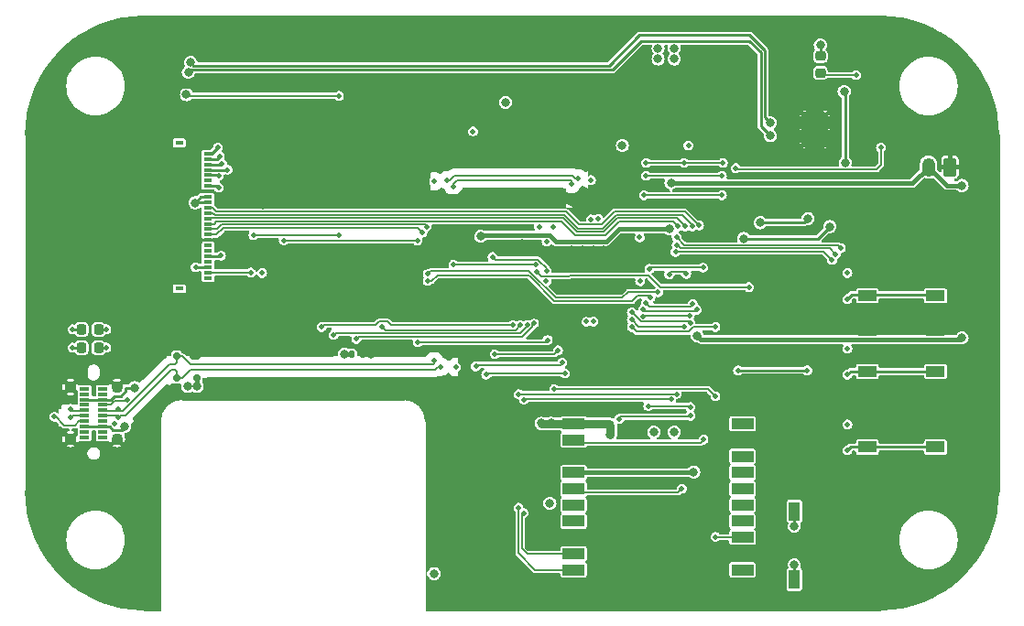
<source format=gbr>
%TF.GenerationSoftware,KiCad,Pcbnew,8.0.6+1*%
%TF.CreationDate,2025-01-07T07:54:14+00:00*%
%TF.ProjectId,gshps,67736870-732e-46b6-9963-61645f706362,B*%
%TF.SameCoordinates,Original*%
%TF.FileFunction,Copper,L1,Top*%
%TF.FilePolarity,Positive*%
%FSLAX45Y45*%
G04 Gerber Fmt 4.5, Leading zero omitted, Abs format (unit mm)*
G04 Created by KiCad (PCBNEW 8.0.6+1) date 2025-01-07 07:54:14*
%MOMM*%
%LPD*%
G01*
G04 APERTURE LIST*
G04 Aperture macros list*
%AMRoundRect*
0 Rectangle with rounded corners*
0 $1 Rounding radius*
0 $2 $3 $4 $5 $6 $7 $8 $9 X,Y pos of 4 corners*
0 Add a 4 corners polygon primitive as box body*
4,1,4,$2,$3,$4,$5,$6,$7,$8,$9,$2,$3,0*
0 Add four circle primitives for the rounded corners*
1,1,$1+$1,$2,$3*
1,1,$1+$1,$4,$5*
1,1,$1+$1,$6,$7*
1,1,$1+$1,$8,$9*
0 Add four rect primitives between the rounded corners*
20,1,$1+$1,$2,$3,$4,$5,0*
20,1,$1+$1,$4,$5,$6,$7,0*
20,1,$1+$1,$6,$7,$8,$9,0*
20,1,$1+$1,$8,$9,$2,$3,0*%
G04 Aperture macros list end*
%TA.AperFunction,Profile*%
%ADD10C,0.100000*%
%TD*%
%TA.AperFunction,SMDPad,CuDef*%
%ADD11RoundRect,0.140000X-0.140000X-0.170000X0.140000X-0.170000X0.140000X0.170000X-0.140000X0.170000X0*%
%TD*%
%TA.AperFunction,SMDPad,CuDef*%
%ADD12R,1.700000X1.000000*%
%TD*%
%TA.AperFunction,SMDPad,CuDef*%
%ADD13R,0.850000X0.300000*%
%TD*%
%TA.AperFunction,ComponentPad*%
%ADD14C,1.100000*%
%TD*%
%TA.AperFunction,SMDPad,CuDef*%
%ADD15R,0.800000X0.300000*%
%TD*%
%TA.AperFunction,SMDPad,CuDef*%
%ADD16R,0.800000X0.400000*%
%TD*%
%TA.AperFunction,SMDPad,CuDef*%
%ADD17RoundRect,0.218750X0.218750X0.256250X-0.218750X0.256250X-0.218750X-0.256250X0.218750X-0.256250X0*%
%TD*%
%TA.AperFunction,SMDPad,CuDef*%
%ADD18RoundRect,0.175000X-0.325000X0.175000X-0.325000X-0.175000X0.325000X-0.175000X0.325000X0.175000X0*%
%TD*%
%TA.AperFunction,SMDPad,CuDef*%
%ADD19RoundRect,0.150000X-0.150000X0.200000X-0.150000X-0.200000X0.150000X-0.200000X0.150000X0.200000X0*%
%TD*%
%TA.AperFunction,SMDPad,CuDef*%
%ADD20RoundRect,0.218750X0.256250X-0.218750X0.256250X0.218750X-0.256250X0.218750X-0.256250X-0.218750X0*%
%TD*%
%TA.AperFunction,SMDPad,CuDef*%
%ADD21R,1.000000X1.700000*%
%TD*%
%TA.AperFunction,SMDPad,CuDef*%
%ADD22R,2.000000X1.000000*%
%TD*%
%TA.AperFunction,HeatsinkPad*%
%ADD23C,0.500000*%
%TD*%
%TA.AperFunction,HeatsinkPad*%
%ADD24R,2.410000X3.100000*%
%TD*%
%TA.AperFunction,ComponentPad*%
%ADD25RoundRect,0.250000X0.350000X0.625000X-0.350000X0.625000X-0.350000X-0.625000X0.350000X-0.625000X0*%
%TD*%
%TA.AperFunction,ComponentPad*%
%ADD26O,1.200000X1.750000*%
%TD*%
%TA.AperFunction,ViaPad*%
%ADD27C,0.500000*%
%TD*%
%TA.AperFunction,ViaPad*%
%ADD28C,0.800000*%
%TD*%
%TA.AperFunction,Conductor*%
%ADD29C,0.250000*%
%TD*%
%TA.AperFunction,Conductor*%
%ADD30C,0.400000*%
%TD*%
%TA.AperFunction,Conductor*%
%ADD31C,0.800000*%
%TD*%
%TA.AperFunction,Conductor*%
%ADD32C,0.150000*%
%TD*%
G04 APERTURE END LIST*
D10*
X4300000Y-5900000D02*
X6350000Y-5900000D01*
X10750000Y-2350000D02*
G75*
G02*
X11850000Y-3450000I0J-1100000D01*
G01*
X11850000Y-6750000D02*
G75*
G02*
X10750000Y-7850000I-1100000J0D01*
G01*
X3950000Y-7850000D02*
G75*
G02*
X2850000Y-6750000I0J1100000D01*
G01*
X4100000Y-7850000D02*
X4100000Y-6100000D01*
X4100000Y-6100000D02*
G75*
G02*
X4300000Y-5900000I200000J0D01*
G01*
X10750000Y-7850000D02*
X6550000Y-7850000D01*
X3950000Y-2350000D02*
X10750000Y-2350000D01*
X4100000Y-7850000D02*
X3950000Y-7850000D01*
X2850000Y-6750000D02*
X2850000Y-3450000D01*
X6550000Y-7850000D02*
X6550000Y-6100000D01*
X2850000Y-3450000D02*
G75*
G02*
X3950000Y-2350000I1100000J0D01*
G01*
X6350000Y-5900000D02*
G75*
G02*
X6550000Y-6100000I0J-200000D01*
G01*
X11850000Y-3450000D02*
X11850000Y-6750000D01*
D11*
X5872000Y-5480000D03*
X5968000Y-5480000D03*
D12*
X10635000Y-5960000D03*
X11265000Y-5960000D03*
X10635000Y-6340000D03*
X11265000Y-6340000D03*
D13*
X3400000Y-6300000D03*
X3400000Y-6250000D03*
X3400000Y-6200000D03*
X3400000Y-6150000D03*
X3400000Y-6100000D03*
X3400000Y-6050000D03*
X3400000Y-6000000D03*
X3400000Y-5950000D03*
X3400000Y-5900000D03*
X3400000Y-5850000D03*
X3400000Y-5800000D03*
X3400000Y-5750000D03*
X3567000Y-5750000D03*
X3567000Y-5800000D03*
X3567000Y-5850000D03*
X3567000Y-5900000D03*
X3567000Y-5950000D03*
X3567000Y-6000000D03*
X3567000Y-6050000D03*
X3567000Y-6100000D03*
X3567000Y-6150000D03*
X3567000Y-6200000D03*
X3567000Y-6250000D03*
X3567000Y-6300000D03*
D14*
X3268500Y-6265000D03*
X3698500Y-6265000D03*
X3268500Y-5785000D03*
X3698500Y-5785000D03*
D15*
X4540000Y-4775000D03*
X4540000Y-4725000D03*
X4540000Y-4675000D03*
X4540000Y-4625000D03*
X4540000Y-4575000D03*
X4540000Y-4525000D03*
X4540000Y-4475000D03*
X4540000Y-4425000D03*
X4540000Y-4375000D03*
X4540000Y-4325000D03*
X4540000Y-4275000D03*
X4540000Y-4225000D03*
X4540000Y-4175000D03*
X4540000Y-4125000D03*
X4540000Y-4075000D03*
X4540000Y-4025000D03*
X4540000Y-3975000D03*
X4540000Y-3925000D03*
X4540000Y-3875000D03*
X4540000Y-3825000D03*
X4540000Y-3775000D03*
X4540000Y-3725000D03*
X4540000Y-3675000D03*
X4540000Y-3625000D03*
D16*
X4275000Y-3525000D03*
X4275000Y-4875000D03*
D12*
X10635000Y-5260000D03*
X11265000Y-5260000D03*
X10635000Y-5640000D03*
X11265000Y-5640000D03*
X10635000Y-4560000D03*
X11265000Y-4560000D03*
X10635000Y-4940000D03*
X11265000Y-4940000D03*
D17*
X3528750Y-5250000D03*
X3371250Y-5250000D03*
D18*
X4420000Y-5500000D03*
D19*
X4250000Y-5500000D03*
X4250000Y-5700000D03*
X4440000Y-5700000D03*
D20*
X10200000Y-2878750D03*
X10200000Y-2721250D03*
D17*
X3528750Y-5420000D03*
X3371250Y-5420000D03*
D21*
X10340000Y-6935000D03*
X10340000Y-7565000D03*
X9960000Y-6935000D03*
X9960000Y-7565000D03*
D22*
X7920000Y-6125000D03*
X7920000Y-6275000D03*
X7920000Y-6425000D03*
X7920000Y-6575000D03*
X7920000Y-6725000D03*
X7920000Y-6875000D03*
X7920000Y-7025000D03*
X7920000Y-7175000D03*
X7920000Y-7325000D03*
X7920000Y-7475000D03*
X9480000Y-7475000D03*
X9480000Y-7325000D03*
X9480000Y-7175000D03*
X9480000Y-7025000D03*
X9480000Y-6875000D03*
X9480000Y-6725000D03*
X9480000Y-6575000D03*
X9480000Y-6425000D03*
X9480000Y-6275000D03*
X9480000Y-6125000D03*
D23*
X10245500Y-3530000D03*
X10245500Y-3400000D03*
X10245500Y-3270000D03*
D24*
X10150000Y-3400000D03*
D23*
X10054500Y-3530000D03*
X10054500Y-3400000D03*
X10054500Y-3270000D03*
D25*
X11400000Y-3750000D03*
D26*
X11200000Y-3750000D03*
D27*
X4720000Y-3775000D03*
X8300000Y-4800000D03*
D28*
X7480000Y-4020000D03*
X10500000Y-4550000D03*
D27*
X8300000Y-4600000D03*
X7900000Y-4900000D03*
D28*
X7720000Y-6430000D03*
D27*
X8300000Y-4500000D03*
D28*
X10340000Y-6790000D03*
X7620000Y-6430000D03*
D27*
X7640000Y-5020000D03*
D28*
X11400000Y-5250000D03*
D27*
X7900000Y-4600000D03*
D28*
X9310000Y-4100000D03*
X10340000Y-7700000D03*
X9320000Y-7320000D03*
X9670000Y-3640000D03*
X6190000Y-3350000D03*
X3930000Y-5560000D03*
X10050000Y-6000000D03*
X10500000Y-5250000D03*
X8150000Y-3430000D03*
X7690000Y-3250000D03*
X8750000Y-5360000D03*
D27*
X7640000Y-5100000D03*
X8100000Y-3980000D03*
X7900000Y-4500000D03*
X7940000Y-3730000D03*
D28*
X9360000Y-3200000D03*
X8610000Y-2950000D03*
X6630000Y-7250000D03*
D27*
X7440000Y-4440000D03*
X8770000Y-4800000D03*
D28*
X8390000Y-6680000D03*
D27*
X8010000Y-5390000D03*
D28*
X5480000Y-3930000D03*
X7280000Y-3310000D03*
X8640000Y-3550000D03*
X9450000Y-6000000D03*
X10500000Y-5950000D03*
D27*
X8100000Y-4900000D03*
D28*
X8170000Y-6430000D03*
X4470000Y-5400000D03*
X3030000Y-6240000D03*
D27*
X7900000Y-4800000D03*
D28*
X9640000Y-6270000D03*
X6190000Y-3240000D03*
D27*
X8770000Y-4400000D03*
D28*
X4442986Y-4451651D03*
X5350000Y-3670000D03*
X5050000Y-4100000D03*
D27*
X8100000Y-4500000D03*
X6770000Y-3740000D03*
X7650000Y-4550000D03*
X8300000Y-4900000D03*
X7440000Y-4800000D03*
X7640000Y-5180000D03*
X6690000Y-5740000D03*
D28*
X6630000Y-7380000D03*
X6900000Y-4870000D03*
D27*
X7910000Y-5300000D03*
D28*
X10340000Y-7430000D03*
D27*
X8200000Y-4900000D03*
X7900000Y-4700000D03*
D28*
X6240000Y-3610000D03*
X5050000Y-3350000D03*
D27*
X8000000Y-4900000D03*
D28*
X8220000Y-7590000D03*
X7030000Y-5000000D03*
D27*
X8200000Y-3980000D03*
D28*
X6100000Y-3650000D03*
X9650000Y-7320000D03*
D27*
X8200000Y-4500000D03*
X7580000Y-4550000D03*
D28*
X9010000Y-4100000D03*
X9320000Y-6270000D03*
X5040000Y-3650000D03*
X6050000Y-5480000D03*
X5160000Y-3800000D03*
X9490000Y-3290000D03*
D27*
X8300000Y-4700000D03*
D28*
X11400000Y-4550000D03*
X8150000Y-5640000D03*
X8080000Y-6430000D03*
X7400000Y-3410000D03*
D27*
X8000000Y-4500000D03*
D28*
X4870000Y-4390000D03*
X7590000Y-7590000D03*
X10610000Y-3570000D03*
X6190000Y-3460000D03*
X10340000Y-7070000D03*
X4420000Y-3970000D03*
X11120000Y-5960000D03*
X8300000Y-6680000D03*
X4370000Y-5400000D03*
X10430000Y-3710000D03*
X10420000Y-3050000D03*
X9960000Y-7070000D03*
X10290000Y-4300000D03*
X9960000Y-7430000D03*
X9490000Y-4410000D03*
D27*
X4650000Y-3650000D03*
D28*
X4420000Y-4080000D03*
X6630000Y-7510000D03*
X7290000Y-3150000D03*
D27*
X8533603Y-4805459D03*
X8530000Y-4400000D03*
D28*
X8370000Y-3550000D03*
D27*
X6830000Y-5600000D03*
D28*
X8660000Y-6200000D03*
X8850000Y-6200000D03*
D27*
X7666412Y-4806412D03*
X10450000Y-4730000D03*
X8101757Y-5178243D03*
X7600000Y-4300000D03*
D28*
X8260000Y-6140000D03*
D27*
X3290000Y-5250000D03*
D28*
X5800000Y-5480000D03*
D27*
X6630000Y-3880000D03*
X10450000Y-6130000D03*
X7670000Y-4440000D03*
X10450000Y-5430000D03*
X6990000Y-3420000D03*
X8080000Y-3870000D03*
D28*
X8260000Y-6230000D03*
X10200000Y-2620000D03*
D27*
X3290000Y-5420000D03*
X8080000Y-4232550D03*
X5040000Y-4730000D03*
D28*
X7710000Y-6120000D03*
X7620000Y-6120000D03*
X7700000Y-6860000D03*
D27*
X8980000Y-3550000D03*
X3678490Y-6124814D03*
X4660000Y-4570000D03*
X4640000Y-3940000D03*
D28*
X11510000Y-3920000D03*
X11510000Y-5330000D03*
X8806321Y-4321147D03*
X7060000Y-4390000D03*
X9062704Y-5310000D03*
X8820000Y-3900000D03*
X9030000Y-6570000D03*
D27*
X4640000Y-3830000D03*
X8148259Y-4230809D03*
X8036833Y-5180090D03*
X7730000Y-4299950D03*
D28*
X9646250Y-4265000D03*
X10086250Y-4225000D03*
D27*
X4670000Y-3722500D03*
X4630000Y-3570000D03*
X3600000Y-5250000D03*
D28*
X8850000Y-2650000D03*
X8700000Y-2650000D03*
X4350000Y-5780000D03*
X4440000Y-5780000D03*
X8700000Y-2750000D03*
X3770000Y-6150000D03*
X8850000Y-2750000D03*
X3860000Y-5790000D03*
D27*
X3600000Y-5420000D03*
X4960000Y-4380000D03*
X5750000Y-4380000D03*
X4935000Y-4725000D03*
X5750000Y-3090000D03*
D28*
X4340000Y-3080000D03*
D27*
X4425000Y-4675000D03*
X10530000Y-2900000D03*
X3120000Y-6060000D03*
X6570000Y-4804950D03*
X6522550Y-4355694D03*
X8630000Y-4954900D03*
X8700000Y-4907450D03*
X6560000Y-4300000D03*
X6570000Y-4740000D03*
X8882648Y-4297352D03*
X8961080Y-4739011D03*
X8802550Y-4743795D03*
X8990000Y-5127450D03*
X8559908Y-5129866D03*
X8950789Y-4298388D03*
X8587450Y-5005050D03*
X9021030Y-5018040D03*
X9015732Y-4299387D03*
X9060000Y-5070000D03*
X8562369Y-5064962D03*
X9080000Y-4290000D03*
X3790000Y-5900000D03*
X6751716Y-3871716D03*
X3270000Y-6065000D03*
X6631716Y-5541716D03*
X3710000Y-5985000D03*
X7958284Y-3851716D03*
X7901716Y-3908284D03*
X6688284Y-5598284D03*
X6808284Y-3928284D03*
X3710000Y-6065000D03*
X3270000Y-5985000D03*
X7815050Y-5560000D03*
X7015958Y-5593972D03*
X7110000Y-5670000D03*
X7840000Y-5660000D03*
X7775000Y-5445000D03*
X7190000Y-5480000D03*
X7360000Y-5210000D03*
X5590000Y-5230000D03*
X7489900Y-5209842D03*
X5700500Y-5300000D03*
X5910000Y-5340000D03*
X7553500Y-5196664D03*
X6148552Y-5227450D03*
X7424950Y-5210000D03*
X10450000Y-4970000D03*
X8872550Y-4400000D03*
X10390000Y-4500000D03*
X10450000Y-5670000D03*
X10342550Y-4554042D03*
X8872550Y-4470459D03*
X10450000Y-6370000D03*
X10308043Y-4609067D03*
X8861274Y-4534423D03*
X8590000Y-3710000D03*
X9300000Y-3710000D03*
X8940000Y-3710000D03*
X9440000Y-5630000D03*
X10080000Y-5630000D03*
X9115980Y-4680000D03*
X8620000Y-4690000D03*
X9119950Y-6270000D03*
X8920000Y-6725000D03*
X7460000Y-5900000D03*
X8820000Y-5897450D03*
X7457450Y-6950000D03*
X7410000Y-6900000D03*
X8870000Y-5850000D03*
X7410000Y-5850000D03*
D28*
X9740000Y-3460000D03*
X4357523Y-2874853D03*
X9740000Y-3340000D03*
X4380000Y-2782550D03*
D27*
X9290000Y-3830000D03*
X8590000Y-3830000D03*
X9290000Y-4010000D03*
X8570000Y-4010000D03*
X5240000Y-4427450D03*
X6475100Y-4430000D03*
X6480000Y-5370000D03*
X7680000Y-5350000D03*
X7580000Y-4720000D03*
X9540000Y-4860000D03*
X8939269Y-5224816D03*
X8457917Y-5162083D03*
X9000050Y-6050000D03*
X8340000Y-6080000D03*
X9000254Y-5191586D03*
X8610000Y-5960000D03*
X8457069Y-5094131D03*
X9000000Y-5970000D03*
X7571000Y-4653993D03*
X6810000Y-4650000D03*
X9230000Y-5870000D03*
X7740000Y-5802500D03*
X9230000Y-7170000D03*
X9230000Y-5230000D03*
X10760000Y-3570000D03*
X8458572Y-5229843D03*
X9420000Y-3760000D03*
X7670000Y-4710000D03*
X7170000Y-4580000D03*
D29*
X4540000Y-3775000D02*
X4720000Y-3775000D01*
D30*
X5968000Y-5480000D02*
X6050000Y-5480000D01*
D29*
X10430000Y-3060000D02*
X10430000Y-3710000D01*
X10420000Y-3050000D02*
X10430000Y-3060000D01*
X10180000Y-4410000D02*
X9490000Y-4410000D01*
X9960000Y-7070000D02*
X9960000Y-6935000D01*
X10290000Y-4300000D02*
X10180000Y-4410000D01*
X9960000Y-7565000D02*
X9960000Y-7430000D01*
X4625000Y-3675000D02*
X4540000Y-3675000D01*
X4650000Y-3650000D02*
X4625000Y-3675000D01*
X4540000Y-4075000D02*
X4425000Y-4075000D01*
D31*
X7715000Y-6125000D02*
X7710000Y-6120000D01*
X7920000Y-6125000D02*
X7715000Y-6125000D01*
X7705000Y-6125000D02*
X7625000Y-6125000D01*
X7710000Y-6120000D02*
X7705000Y-6125000D01*
X7625000Y-6125000D02*
X7620000Y-6120000D01*
D29*
X10200000Y-2721250D02*
X10200000Y-2620000D01*
X4540000Y-4025000D02*
X4475000Y-4025000D01*
D31*
X8260000Y-6140000D02*
X8260000Y-6230000D01*
D29*
X4475000Y-4025000D02*
X4420000Y-4080000D01*
D31*
X8245000Y-6125000D02*
X8260000Y-6140000D01*
X7920000Y-6125000D02*
X8245000Y-6125000D01*
D30*
X5800000Y-5480000D02*
X5872000Y-5480000D01*
D29*
X3371250Y-5250000D02*
X3290000Y-5250000D01*
X3371250Y-5420000D02*
X3290000Y-5420000D01*
X4655000Y-4575000D02*
X4660000Y-4570000D01*
X4540000Y-4575000D02*
X4655000Y-4575000D01*
X4540000Y-3925000D02*
X4625000Y-3925000D01*
X4625000Y-3925000D02*
X4640000Y-3940000D01*
D30*
X8338853Y-4321147D02*
X8806321Y-4321147D01*
X7695147Y-4380000D02*
X7755147Y-4440000D01*
X9025000Y-6575000D02*
X9030000Y-6570000D01*
X11370000Y-3920000D02*
X11200000Y-3750000D01*
X7070000Y-4380000D02*
X7695147Y-4380000D01*
X8820000Y-3900000D02*
X11050000Y-3900000D01*
X11050000Y-3900000D02*
X11200000Y-3750000D01*
X9062704Y-5310000D02*
X9097704Y-5345000D01*
X9097704Y-5345000D02*
X11495000Y-5345000D01*
X8220000Y-4440000D02*
X8338853Y-4321147D01*
X7920000Y-6575000D02*
X9025000Y-6575000D01*
X11495000Y-5345000D02*
X11510000Y-5330000D01*
X7060000Y-4390000D02*
X7070000Y-4380000D01*
X11510000Y-3920000D02*
X11370000Y-3920000D01*
X7755147Y-4440000D02*
X8220000Y-4440000D01*
D29*
X4540000Y-3825000D02*
X4635000Y-3825000D01*
X4635000Y-3825000D02*
X4640000Y-3830000D01*
X9646250Y-4265000D02*
X9651250Y-4260000D01*
X9651250Y-4260000D02*
X10051250Y-4260000D01*
X10051250Y-4260000D02*
X10086250Y-4225000D01*
X4667500Y-3725000D02*
X4670000Y-3722500D01*
X4540000Y-3725000D02*
X4667500Y-3725000D01*
X4540000Y-3625000D02*
X4575000Y-3625000D01*
X4575000Y-3625000D02*
X4630000Y-3570000D01*
X3528750Y-5250000D02*
X3600000Y-5250000D01*
X3781000Y-5790000D02*
X3781000Y-5819173D01*
X3770000Y-6150000D02*
X3740000Y-6180000D01*
X3672500Y-5867500D02*
X3640000Y-5900000D01*
X3740000Y-6180000D02*
X3659500Y-6180000D01*
X3629500Y-6150000D02*
X3567000Y-6150000D01*
X3400000Y-6150000D02*
X3567000Y-6150000D01*
X3640000Y-5900000D02*
X3567000Y-5900000D01*
X3860000Y-5790000D02*
X3781000Y-5790000D01*
D30*
X4440000Y-5780000D02*
X4440000Y-5700000D01*
D29*
X3732673Y-5867500D02*
X3672500Y-5867500D01*
X3781000Y-5819173D02*
X3732673Y-5867500D01*
X3400000Y-5900000D02*
X3567000Y-5900000D01*
X3659500Y-6180000D02*
X3629500Y-6150000D01*
X3528750Y-5420000D02*
X3600000Y-5420000D01*
D32*
X4960000Y-4380000D02*
X5750000Y-4380000D01*
X4935000Y-4725000D02*
X4540000Y-4725000D01*
D29*
X4540000Y-4675000D02*
X4425000Y-4675000D01*
D32*
X5750000Y-3090000D02*
X4350000Y-3090000D01*
X4350000Y-3090000D02*
X4340000Y-3080000D01*
X10530000Y-2900000D02*
X10221250Y-2900000D01*
X10221250Y-2900000D02*
X10200000Y-2878750D01*
X3347500Y-6100000D02*
X3307500Y-6140000D01*
X3307500Y-6140000D02*
X3210000Y-6140000D01*
X3130000Y-6060000D02*
X3120000Y-6060000D01*
X3400000Y-6100000D02*
X3347500Y-6100000D01*
X3210000Y-6140000D02*
X3130000Y-6060000D01*
X6479356Y-4312500D02*
X6522550Y-4355694D01*
X4617426Y-4375000D02*
X4679926Y-4312500D01*
X7740398Y-4990000D02*
X7515199Y-4764801D01*
X6605050Y-4804950D02*
X6570000Y-4804950D01*
X7515199Y-4764801D02*
X7500398Y-4750000D01*
X7500398Y-4750000D02*
X6660000Y-4750000D01*
X7820000Y-4990000D02*
X7740398Y-4990000D01*
X8457450Y-4990000D02*
X7820000Y-4990000D01*
X8630000Y-4954900D02*
X8612550Y-4937450D01*
X8510000Y-4937450D02*
X8457450Y-4990000D01*
X8612550Y-4937450D02*
X8510000Y-4937450D01*
X4540000Y-4375000D02*
X4617426Y-4375000D01*
X4679926Y-4312500D02*
X6479356Y-4312500D01*
X6660000Y-4750000D02*
X6605050Y-4804950D01*
X6560000Y-4300000D02*
X6542500Y-4282500D01*
X8422550Y-4907450D02*
X8700000Y-4907450D01*
X7752825Y-4960000D02*
X8370000Y-4960000D01*
X7502825Y-4710000D02*
X7752825Y-4960000D01*
X4667500Y-4282500D02*
X4625000Y-4325000D01*
X6600000Y-4710000D02*
X7502825Y-4710000D01*
X8370000Y-4960000D02*
X8422550Y-4907450D01*
X6570000Y-4740000D02*
X6600000Y-4710000D01*
X6542500Y-4282500D02*
X4667500Y-4282500D01*
X4625000Y-4325000D02*
X4540000Y-4325000D01*
X8340074Y-4252500D02*
X8212574Y-4380000D01*
X4595000Y-4275000D02*
X4540000Y-4275000D01*
X4617500Y-4252500D02*
X4595000Y-4275000D01*
X8826345Y-4720000D02*
X8942069Y-4720000D01*
X8882648Y-4297352D02*
X8837796Y-4252500D01*
X8837796Y-4252500D02*
X8340074Y-4252500D01*
X8942069Y-4720000D02*
X8961080Y-4739011D01*
X7809926Y-4252500D02*
X4617500Y-4252500D01*
X8802550Y-4743795D02*
X8826345Y-4720000D01*
X8212574Y-4380000D02*
X7937426Y-4380000D01*
X7937426Y-4380000D02*
X7809926Y-4252500D01*
X7949853Y-4350000D02*
X7822353Y-4222500D01*
X7822353Y-4222500D02*
X4542500Y-4222500D01*
X8950789Y-4298388D02*
X8874901Y-4222500D01*
X8559908Y-5129866D02*
X8562324Y-5127450D01*
X8200147Y-4350000D02*
X7949853Y-4350000D01*
X8562324Y-5127450D02*
X8990000Y-5127450D01*
X4542500Y-4222500D02*
X4540000Y-4225000D01*
X8874901Y-4222500D02*
X8327647Y-4222500D01*
X8327647Y-4222500D02*
X8200147Y-4350000D01*
X7834779Y-4192500D02*
X7962279Y-4320000D01*
X4585000Y-4175000D02*
X4602500Y-4192500D01*
X8622400Y-5040000D02*
X8587450Y-5005050D01*
X9015732Y-4285732D02*
X9015732Y-4299387D01*
X9021030Y-5018040D02*
X8999070Y-5040000D01*
X8999070Y-5040000D02*
X8622400Y-5040000D01*
X7962279Y-4320000D02*
X8187721Y-4320000D01*
X8315221Y-4192500D02*
X8922500Y-4192500D01*
X4540000Y-4175000D02*
X4585000Y-4175000D01*
X8187721Y-4320000D02*
X8315221Y-4192500D01*
X4602500Y-4192500D02*
X7834779Y-4192500D01*
X8922500Y-4192500D02*
X9015732Y-4285732D01*
X8297500Y-4162500D02*
X8180000Y-4280000D01*
X8180000Y-4280000D02*
X7970000Y-4280000D01*
X8952500Y-4162500D02*
X8297500Y-4162500D01*
X7970000Y-4280000D02*
X7852500Y-4162500D01*
X9050000Y-5080000D02*
X9060000Y-5070000D01*
X8562369Y-5064962D02*
X8577407Y-5080000D01*
X8577407Y-5080000D02*
X9050000Y-5080000D01*
X4614926Y-4162500D02*
X4577426Y-4125000D01*
X9080000Y-4290000D02*
X8952500Y-4162500D01*
X7852500Y-4162500D02*
X4614926Y-4162500D01*
X4577426Y-4125000D02*
X4540000Y-4125000D01*
X3639497Y-5950000D02*
X3567000Y-5950000D01*
X3790000Y-5900000D02*
X3790000Y-5910000D01*
X3679497Y-5910000D02*
X3639497Y-5950000D01*
X3790000Y-5910000D02*
X3679497Y-5910000D01*
X6820680Y-3827500D02*
X7909320Y-3827500D01*
X4230000Y-5577500D02*
X4250000Y-5557500D01*
X3569500Y-6002500D02*
X3692500Y-6002500D01*
X6620680Y-5577500D02*
X6631716Y-5566464D01*
X3692500Y-6002500D02*
X3710000Y-5985000D01*
X7909320Y-3827500D02*
X7933536Y-3851716D01*
X4380000Y-5577500D02*
X6620680Y-5577500D01*
X7933536Y-3851716D02*
X7958284Y-3851716D01*
X6751716Y-3871716D02*
X6776464Y-3871716D01*
X3287500Y-6047500D02*
X3270000Y-6065000D01*
X3754675Y-6002500D02*
X4179675Y-5577500D01*
X3710000Y-5985000D02*
X3727500Y-6002500D01*
X4250000Y-5500000D02*
X4302500Y-5500000D01*
X4179675Y-5577500D02*
X4230000Y-5577500D01*
X3567000Y-6000000D02*
X3569500Y-6002500D01*
X6776464Y-3871716D02*
X6820680Y-3827500D01*
X4302500Y-5500000D02*
X4380000Y-5577500D01*
X3397500Y-6047500D02*
X3287500Y-6047500D01*
X3400000Y-6050000D02*
X3397500Y-6047500D01*
X3727500Y-6002500D02*
X3754675Y-6002500D01*
X4250000Y-5557500D02*
X4250000Y-5500000D01*
X6631716Y-5566464D02*
X6631716Y-5541716D01*
X3287500Y-6002500D02*
X3270000Y-5985000D01*
X6808284Y-3928284D02*
X6808284Y-3903536D01*
X3692500Y-6047500D02*
X3710000Y-6065000D01*
X6663536Y-5598284D02*
X6688284Y-5598284D01*
X6639320Y-5622500D02*
X6663536Y-5598284D01*
X3400000Y-6000000D02*
X3397500Y-6002500D01*
X3567000Y-6050000D02*
X3569500Y-6047500D01*
X6808284Y-3903536D02*
X6839320Y-3872500D01*
X4250000Y-5642500D02*
X4250000Y-5700000D01*
X3710000Y-6065000D02*
X3727500Y-6047500D01*
X7890680Y-3872500D02*
X7901716Y-3883536D01*
X3773312Y-6047500D02*
X4198312Y-5622500D01*
X6839320Y-3872500D02*
X7890680Y-3872500D01*
X7901716Y-3883536D02*
X7901716Y-3908284D01*
X3397500Y-6002500D02*
X3287500Y-6002500D01*
X3569500Y-6047500D02*
X3692500Y-6047500D01*
X4198312Y-5622500D02*
X4230000Y-5622500D01*
X4380000Y-5622500D02*
X6639320Y-5622500D01*
X4250000Y-5700000D02*
X4302500Y-5700000D01*
X4230000Y-5622500D02*
X4250000Y-5642500D01*
X4302500Y-5700000D02*
X4380000Y-5622500D01*
X3727500Y-6047500D02*
X3773312Y-6047500D01*
X7795050Y-5580000D02*
X7029930Y-5580000D01*
X7029930Y-5580000D02*
X7015958Y-5593972D01*
X7815050Y-5560000D02*
X7795050Y-5580000D01*
X7120000Y-5660000D02*
X7110000Y-5670000D01*
X7840000Y-5660000D02*
X7120000Y-5660000D01*
X7740000Y-5480000D02*
X7190000Y-5480000D01*
X7775000Y-5445000D02*
X7740000Y-5480000D01*
X5610000Y-5210000D02*
X5590000Y-5230000D01*
X6230000Y-5210000D02*
X6200000Y-5180000D01*
X6200000Y-5180000D02*
X6120000Y-5180000D01*
X7360000Y-5210000D02*
X6230000Y-5210000D01*
X6120000Y-5180000D02*
X6090000Y-5210000D01*
X6090000Y-5210000D02*
X5610000Y-5210000D01*
X7422963Y-5287500D02*
X5713000Y-5287500D01*
X5713000Y-5287500D02*
X5700500Y-5300000D01*
X7489900Y-5220563D02*
X7422963Y-5287500D01*
X7489900Y-5209842D02*
X7489900Y-5220563D01*
X7553500Y-5196664D02*
X7537400Y-5212764D01*
X7446917Y-5320000D02*
X5930000Y-5320000D01*
X7537400Y-5229517D02*
X7446917Y-5320000D01*
X7537400Y-5212764D02*
X7537400Y-5229517D01*
X5930000Y-5320000D02*
X5910000Y-5340000D01*
X7424950Y-5212225D02*
X7379675Y-5257500D01*
X6178602Y-5257500D02*
X6148552Y-5227450D01*
X7379675Y-5257500D02*
X6178602Y-5257500D01*
X7424950Y-5210000D02*
X7424950Y-5212225D01*
D29*
X10490000Y-4930000D02*
X10450000Y-4970000D01*
X10645000Y-4930000D02*
X11275000Y-4930000D01*
D32*
X8945050Y-4472500D02*
X10362500Y-4472500D01*
D29*
X10645000Y-4930000D02*
X10490000Y-4930000D01*
D32*
X8872550Y-4400000D02*
X8945050Y-4472500D01*
X10362500Y-4472500D02*
X10390000Y-4500000D01*
D29*
X10635000Y-5640000D02*
X10480000Y-5640000D01*
D32*
X10342550Y-4554042D02*
X10291008Y-4502500D01*
X10291008Y-4502500D02*
X8904591Y-4502500D01*
D29*
X10480000Y-5640000D02*
X10450000Y-5670000D01*
D32*
X8904591Y-4502500D02*
X8872550Y-4470459D01*
D29*
X10635000Y-5640000D02*
X11265000Y-5640000D01*
X10480000Y-6340000D02*
X10450000Y-6370000D01*
D32*
X8861274Y-4534423D02*
X8863197Y-4532500D01*
D29*
X10635000Y-6340000D02*
X11265000Y-6340000D01*
D32*
X10306567Y-4609067D02*
X10308043Y-4609067D01*
D29*
X10635000Y-6340000D02*
X10480000Y-6340000D01*
D32*
X8863197Y-4532500D02*
X10230000Y-4532500D01*
X10230000Y-4532500D02*
X10306567Y-4609067D01*
X8940000Y-3710000D02*
X9300000Y-3710000D01*
X8590000Y-3710000D02*
X8940000Y-3710000D01*
D29*
X10080000Y-5630000D02*
X9440000Y-5630000D01*
D32*
X8630000Y-4680000D02*
X8620000Y-4690000D01*
X7945000Y-6300000D02*
X9089950Y-6300000D01*
X9089950Y-6300000D02*
X9119950Y-6270000D01*
X7920000Y-6275000D02*
X7945000Y-6300000D01*
X9115980Y-4680000D02*
X8630000Y-4680000D01*
X7955000Y-6760000D02*
X7920000Y-6725000D01*
X8885000Y-6760000D02*
X7955000Y-6760000D01*
X8920000Y-6725000D02*
X8885000Y-6760000D01*
X7870000Y-7325000D02*
X7865000Y-7330000D01*
X7440000Y-7280000D02*
X7440000Y-7080000D01*
X7865000Y-7330000D02*
X7640000Y-7330000D01*
X7490000Y-7330000D02*
X7440000Y-7280000D01*
X7462500Y-5897500D02*
X8819950Y-5897500D01*
X7640000Y-7330000D02*
X7490000Y-7330000D01*
X7460000Y-5900000D02*
X7462500Y-5897500D01*
X7440000Y-6967450D02*
X7457450Y-6950000D01*
X7920000Y-7325000D02*
X7870000Y-7325000D01*
X7440000Y-7080000D02*
X7440000Y-6967450D01*
X8819950Y-5897500D02*
X8820000Y-5897450D01*
X7563388Y-7475000D02*
X7410000Y-7321612D01*
X7920000Y-7475000D02*
X7563388Y-7475000D01*
X8870000Y-5850000D02*
X7540000Y-5850000D01*
X7410000Y-7321612D02*
X7410000Y-6900000D01*
X7410000Y-5850000D02*
X7540000Y-5850000D01*
D29*
X8547500Y-2582500D02*
X9542500Y-2582500D01*
X8280000Y-2850000D02*
X8547500Y-2582500D01*
X9650000Y-3370000D02*
X9740000Y-3460000D01*
X9542500Y-2582500D02*
X9650000Y-2690000D01*
X9650000Y-2690000D02*
X9650000Y-3370000D01*
X4357523Y-2874853D02*
X4382376Y-2850000D01*
X4382376Y-2850000D02*
X8280000Y-2850000D01*
X8250000Y-2810000D02*
X8530000Y-2530000D01*
X8530000Y-2530000D02*
X9546569Y-2530000D01*
X4380000Y-2782550D02*
X4407450Y-2810000D01*
X9690000Y-3290000D02*
X9740000Y-3340000D01*
X4407450Y-2810000D02*
X8250000Y-2810000D01*
X9546569Y-2530000D02*
X9690000Y-2673431D01*
X9690000Y-2673431D02*
X9690000Y-3290000D01*
D32*
X8590000Y-3830000D02*
X9290000Y-3830000D01*
X8570000Y-4010000D02*
X9290000Y-4010000D01*
X6472550Y-4427450D02*
X6475100Y-4430000D01*
X7680000Y-5350000D02*
X7660000Y-5370000D01*
X5240000Y-4427450D02*
X6472550Y-4427450D01*
X7660000Y-5370000D02*
X6480000Y-5370000D01*
X7580000Y-4720000D02*
X7617500Y-4757500D01*
X7880325Y-4752500D02*
X8612225Y-4752500D01*
X8719725Y-4860000D02*
X9540000Y-4860000D01*
X7617500Y-4757500D02*
X7875325Y-4757500D01*
X8612225Y-4752500D02*
X8719725Y-4860000D01*
X7875325Y-4757500D02*
X7880325Y-4752500D01*
X8340000Y-6080000D02*
X8360000Y-6060000D01*
X8457917Y-5162083D02*
X8520649Y-5224816D01*
X8520649Y-5224816D02*
X8939269Y-5224816D01*
X8990050Y-6060000D02*
X9000050Y-6050000D01*
X8360000Y-6060000D02*
X8990050Y-6060000D01*
X8540304Y-5177366D02*
X8986033Y-5177366D01*
X8986033Y-5177366D02*
X9000254Y-5191586D01*
X8990000Y-5960000D02*
X8610000Y-5960000D01*
X8457069Y-5094131D02*
X8540304Y-5177366D01*
X9000000Y-5970000D02*
X8990000Y-5960000D01*
X7567007Y-4650000D02*
X6810000Y-4650000D01*
X7571000Y-4653993D02*
X7567007Y-4650000D01*
X9480000Y-7175000D02*
X9235000Y-7175000D01*
X7740000Y-5802500D02*
X9162500Y-5802500D01*
X9235000Y-7175000D02*
X9230000Y-7170000D01*
X9162500Y-5802500D02*
X9230000Y-5870000D01*
X8987371Y-5272316D02*
X9029687Y-5230000D01*
X10760000Y-3730000D02*
X10717500Y-3772500D01*
X9432500Y-3772500D02*
X9420000Y-3760000D01*
X10717500Y-3772500D02*
X9432500Y-3772500D01*
X9029687Y-5230000D02*
X9230000Y-5230000D01*
X8458572Y-5229843D02*
X8501045Y-5272316D01*
X10760000Y-3570000D02*
X10760000Y-3730000D01*
X8501045Y-5272316D02*
X8987371Y-5272316D01*
X7670000Y-4685818D02*
X7670000Y-4710000D01*
X7196493Y-4606493D02*
X7590675Y-4606493D01*
X7170000Y-4580000D02*
X7196493Y-4606493D01*
X7590675Y-4606493D02*
X7670000Y-4685818D01*
%TA.AperFunction,Conductor*%
G36*
X4167726Y-5758867D02*
G01*
X4173319Y-5763055D01*
X4173946Y-5763976D01*
X4175729Y-5766865D01*
X4179432Y-5770568D01*
X3854379Y-6095621D01*
X3853591Y-6094147D01*
X3853591Y-6094146D01*
X3846569Y-6085590D01*
X3843838Y-6079159D01*
X3845017Y-6072272D01*
X3847386Y-6068956D01*
X4154625Y-5761717D01*
X4160757Y-5758369D01*
X4167726Y-5758867D01*
G37*
%TD.AperFunction*%
%TA.AperFunction,Conductor*%
G36*
X3191875Y-5950217D02*
G01*
X3191875Y-5950217D01*
X3186350Y-5967219D01*
X3186350Y-5967219D01*
X3186350Y-5967220D01*
X3185538Y-5974950D01*
X3185094Y-5979175D01*
X3182435Y-5985636D01*
X3176705Y-5989635D01*
X3169723Y-5989901D01*
X3165473Y-5987910D01*
X3162760Y-5985939D01*
X3162759Y-5985939D01*
X3162759Y-5985939D01*
X3160000Y-5984710D01*
X3160000Y-5950000D01*
X3192000Y-5950000D01*
X3191875Y-5950217D01*
G37*
%TD.AperFunction*%
%TA.AperFunction,Conductor*%
G36*
X4159950Y-5504269D02*
G01*
X4157981Y-5510973D01*
X4152701Y-5515549D01*
X4152295Y-5515726D01*
X4147678Y-5517638D01*
X4147678Y-5517638D01*
X4137823Y-5524223D01*
X4137823Y-5524223D01*
X4136615Y-5525030D01*
X3945431Y-5716214D01*
X3939299Y-5719562D01*
X3932330Y-5719064D01*
X3931445Y-5718555D01*
X4150000Y-5500000D01*
X4159950Y-5500000D01*
X4159950Y-5504269D01*
G37*
%TD.AperFunction*%
%TA.AperFunction,Conductor*%
G36*
X6762089Y-5654254D02*
G01*
X6767585Y-5657786D01*
X6771232Y-5661837D01*
X6772777Y-5663553D01*
X6787241Y-5674061D01*
X6803573Y-5681333D01*
X6821061Y-5685050D01*
X6821061Y-5685050D01*
X6838939Y-5685050D01*
X6838939Y-5685050D01*
X6850000Y-5682699D01*
X6850000Y-5700000D01*
X4530769Y-5700000D01*
X4532018Y-5695746D01*
X4537299Y-5691171D01*
X4542450Y-5690050D01*
X6645973Y-5690050D01*
X6645973Y-5690050D01*
X6659023Y-5687454D01*
X6668931Y-5683350D01*
X6675878Y-5682603D01*
X6676252Y-5682677D01*
X6679345Y-5683334D01*
X6679345Y-5683334D01*
X6697223Y-5683334D01*
X6697223Y-5683334D01*
X6714711Y-5679617D01*
X6731044Y-5672345D01*
X6745507Y-5661837D01*
X6749155Y-5657786D01*
X6755103Y-5654121D01*
X6762089Y-5654254D01*
G37*
%TD.AperFunction*%
%TA.AperFunction,Conductor*%
G36*
X6850000Y-5517301D02*
G01*
X6841688Y-5515534D01*
X6838939Y-5514950D01*
X6821061Y-5514950D01*
X6818244Y-5515549D01*
X6803573Y-5518667D01*
X6803573Y-5518667D01*
X6787241Y-5525939D01*
X6772777Y-5536448D01*
X6769129Y-5540498D01*
X6763181Y-5544163D01*
X6756195Y-5544030D01*
X6750700Y-5540498D01*
X6745507Y-5534732D01*
X6731044Y-5524223D01*
X6717866Y-5518356D01*
X6712543Y-5513831D01*
X6711117Y-5510860D01*
X6709841Y-5506933D01*
X6709841Y-5506932D01*
X6708303Y-5504269D01*
X6700902Y-5491449D01*
X6696159Y-5486182D01*
X6688939Y-5478164D01*
X6688939Y-5478163D01*
X6688939Y-5478163D01*
X6688939Y-5478163D01*
X6674475Y-5467655D01*
X6660153Y-5461278D01*
X6658649Y-5460000D01*
X6850000Y-5460000D01*
X6850000Y-5517301D01*
G37*
%TD.AperFunction*%
%TA.AperFunction,Conductor*%
G36*
X5699773Y-5503199D02*
G01*
X5694966Y-5508270D01*
X5688734Y-5509950D01*
X4413116Y-5509950D01*
X4406413Y-5507982D01*
X4404348Y-5506318D01*
X4398030Y-5500000D01*
X5700379Y-5500000D01*
X5699773Y-5503199D01*
G37*
%TD.AperFunction*%
%TA.AperFunction,Conductor*%
G36*
X6562530Y-5491449D02*
G01*
X6555428Y-5503750D01*
X6550371Y-5508572D01*
X6544689Y-5509950D01*
X5972450Y-5509950D01*
X5965746Y-5507982D01*
X5961171Y-5502701D01*
X5960583Y-5500000D01*
X6550000Y-5500000D01*
X6567272Y-5486182D01*
X6562530Y-5491449D01*
G37*
%TD.AperFunction*%
%TA.AperFunction,Conductor*%
G36*
X8014300Y-3925102D02*
G01*
X8017420Y-3927603D01*
X8022776Y-3933552D01*
X8022777Y-3933552D01*
X8022777Y-3933553D01*
X8037241Y-3944061D01*
X8050000Y-3949742D01*
X8050000Y-4130000D01*
X7915530Y-4130000D01*
X7895561Y-4110031D01*
X7895560Y-4110030D01*
X7884497Y-4102638D01*
X7884496Y-4102638D01*
X7872204Y-4097546D01*
X7872203Y-4097546D01*
X7859153Y-4094950D01*
X7859153Y-4094950D01*
X7850000Y-4094950D01*
X7850000Y-3975838D01*
X7858956Y-3982345D01*
X7858956Y-3982345D01*
X7858956Y-3982345D01*
X7858956Y-3982345D01*
X7875289Y-3989617D01*
X7892777Y-3993334D01*
X7892777Y-3993334D01*
X7910655Y-3993334D01*
X7910655Y-3993334D01*
X7928142Y-3989617D01*
X7944475Y-3982345D01*
X7958939Y-3971837D01*
X7970902Y-3958551D01*
X7979841Y-3943068D01*
X7981117Y-3939140D01*
X7985060Y-3933372D01*
X7987866Y-3931644D01*
X8001044Y-3925777D01*
X8001044Y-3925776D01*
X8001607Y-3925452D01*
X8001689Y-3925594D01*
X8007494Y-3923521D01*
X8014300Y-3925102D01*
G37*
%TD.AperFunction*%
%TA.AperFunction,Conductor*%
G36*
X6700069Y-3940116D02*
G01*
X6703640Y-3941914D01*
X6708956Y-3945777D01*
X6722133Y-3951644D01*
X6727457Y-3956168D01*
X6728883Y-3959140D01*
X6730159Y-3963067D01*
X6730159Y-3963068D01*
X6739098Y-3978551D01*
X6742515Y-3982345D01*
X6751061Y-3991836D01*
X6751061Y-3991837D01*
X6751061Y-3991837D01*
X6762297Y-4000000D01*
X6600000Y-4000000D01*
X6600000Y-3959742D01*
X6603573Y-3961333D01*
X6621061Y-3965050D01*
X6621061Y-3965050D01*
X6638939Y-3965050D01*
X6638939Y-3965050D01*
X6656427Y-3961333D01*
X6672759Y-3954061D01*
X6687223Y-3943553D01*
X6687223Y-3943552D01*
X6687706Y-3943118D01*
X6687810Y-3943234D01*
X6693083Y-3939984D01*
X6700069Y-3940116D01*
G37*
%TD.AperFunction*%
%TA.AperFunction,Conductor*%
G36*
X7821393Y-3942018D02*
G01*
X7825428Y-3946250D01*
X7827593Y-3950000D01*
X6890655Y-3950000D01*
X6891104Y-3948618D01*
X6895048Y-3942851D01*
X6901484Y-3940131D01*
X6902897Y-3940050D01*
X7814689Y-3940050D01*
X7821393Y-3942018D01*
G37*
%TD.AperFunction*%
%TA.AperFunction,Conductor*%
G36*
X8050000Y-3790258D02*
G01*
X8037241Y-3795939D01*
X8036679Y-3796263D01*
X8036597Y-3796122D01*
X8030784Y-3798195D01*
X8023979Y-3796611D01*
X8020864Y-3794112D01*
X8015508Y-3788163D01*
X8015507Y-3788163D01*
X8015507Y-3788163D01*
X8015507Y-3788163D01*
X8001044Y-3777654D01*
X7984711Y-3770383D01*
X7984711Y-3770383D01*
X7971796Y-3767638D01*
X7967223Y-3766666D01*
X7949345Y-3766666D01*
X7949345Y-3766666D01*
X7946254Y-3767323D01*
X7939287Y-3766791D01*
X7938931Y-3766650D01*
X7929024Y-3762546D01*
X7929023Y-3762546D01*
X7915973Y-3759950D01*
X7915973Y-3759950D01*
X6814027Y-3759950D01*
X6814027Y-3759950D01*
X6800977Y-3762546D01*
X6800976Y-3762546D01*
X6788684Y-3767638D01*
X6788682Y-3767639D01*
X6777620Y-3775030D01*
X6777619Y-3775030D01*
X6769616Y-3783034D01*
X6763484Y-3786382D01*
X6760848Y-3786666D01*
X6760655Y-3786666D01*
X6742777Y-3786666D01*
X6739711Y-3787317D01*
X6725289Y-3790383D01*
X6725288Y-3790383D01*
X6708956Y-3797654D01*
X6694492Y-3808163D01*
X6694010Y-3808598D01*
X6693906Y-3808482D01*
X6688629Y-3811732D01*
X6681643Y-3811598D01*
X6678076Y-3809801D01*
X6672760Y-3805939D01*
X6662675Y-3801449D01*
X6656427Y-3798667D01*
X6656426Y-3798667D01*
X6643591Y-3795939D01*
X6638939Y-3794950D01*
X6621061Y-3794950D01*
X6617995Y-3795601D01*
X6603573Y-3798667D01*
X6600000Y-3800258D01*
X6600000Y-3750000D01*
X8050000Y-3750000D01*
X8050000Y-3790258D01*
G37*
%TD.AperFunction*%
%TA.AperFunction,Conductor*%
G36*
X3334764Y-6166373D02*
G01*
X3338329Y-6172382D01*
X3338476Y-6177867D01*
X3337450Y-6183025D01*
X3337450Y-6216975D01*
X3337510Y-6217581D01*
X3337290Y-6217603D01*
X3336753Y-6223576D01*
X3333984Y-6227800D01*
X3303054Y-6258730D01*
X3301115Y-6251490D01*
X3296507Y-6243509D01*
X3289990Y-6236993D01*
X3282009Y-6232385D01*
X3274770Y-6230445D01*
X3305527Y-6199689D01*
X3301247Y-6197000D01*
X3285971Y-6191654D01*
X3280293Y-6187582D01*
X3277718Y-6181087D01*
X3279064Y-6174231D01*
X3283903Y-6169190D01*
X3290066Y-6167550D01*
X3312980Y-6167550D01*
X3312980Y-6167550D01*
X3321569Y-6163992D01*
X3328516Y-6163245D01*
X3334764Y-6166373D01*
G37*
%TD.AperFunction*%
%TA.AperFunction,Conductor*%
G36*
X8484136Y-4782019D02*
G01*
X8488712Y-4787299D01*
X8489706Y-4794215D01*
X8488089Y-4805459D01*
X8489933Y-4818281D01*
X8494511Y-4828306D01*
X8495315Y-4830065D01*
X8503798Y-4839855D01*
X8514696Y-4846859D01*
X8525395Y-4850000D01*
X8527125Y-4850508D01*
X8527125Y-4850509D01*
X8527126Y-4850509D01*
X8540080Y-4850509D01*
X8540080Y-4850508D01*
X8552510Y-4846859D01*
X8563408Y-4839855D01*
X8571891Y-4830065D01*
X8577272Y-4818281D01*
X8579116Y-4805459D01*
X8577499Y-4794215D01*
X8578494Y-4787299D01*
X8583069Y-4782018D01*
X8589773Y-4780050D01*
X8595678Y-4780050D01*
X8602381Y-4782019D01*
X8604446Y-4783682D01*
X8673695Y-4852931D01*
X8677043Y-4859063D01*
X8676545Y-4866033D01*
X8672358Y-4871626D01*
X8671631Y-4872131D01*
X8670195Y-4873053D01*
X8667971Y-4875620D01*
X8662093Y-4879398D01*
X8658600Y-4879900D01*
X8417070Y-4879900D01*
X8411573Y-4882177D01*
X8411573Y-4882177D01*
X8406944Y-4884094D01*
X8406944Y-4884094D01*
X8362220Y-4928818D01*
X8356088Y-4932167D01*
X8353452Y-4932450D01*
X7769372Y-4932450D01*
X7762669Y-4930482D01*
X7760604Y-4928818D01*
X7692718Y-4860931D01*
X7689369Y-4854799D01*
X7689867Y-4847830D01*
X7694055Y-4842237D01*
X7694782Y-4841732D01*
X7695206Y-4841459D01*
X7696217Y-4840809D01*
X7704701Y-4831019D01*
X7710082Y-4819235D01*
X7711926Y-4806412D01*
X7710891Y-4799215D01*
X7711885Y-4792299D01*
X7716461Y-4787019D01*
X7723165Y-4785050D01*
X7880805Y-4785050D01*
X7880805Y-4785050D01*
X7890597Y-4780994D01*
X7895342Y-4780050D01*
X8477432Y-4780050D01*
X8484136Y-4782019D01*
G37*
%TD.AperFunction*%
%TA.AperFunction,Conductor*%
G36*
X10750053Y-2350000D02*
G01*
X10782902Y-2350248D01*
X10783556Y-2350271D01*
X10849200Y-2354241D01*
X10849941Y-2354309D01*
X10915179Y-2362230D01*
X10915915Y-2362342D01*
X10980554Y-2374187D01*
X10981286Y-2374345D01*
X11045092Y-2390071D01*
X11045809Y-2390271D01*
X11108549Y-2409822D01*
X11109252Y-2410065D01*
X11170697Y-2433368D01*
X11171388Y-2433654D01*
X11231313Y-2460624D01*
X11231985Y-2460951D01*
X11290174Y-2491491D01*
X11290823Y-2491857D01*
X11310834Y-2503954D01*
X11347060Y-2525853D01*
X11347689Y-2526260D01*
X11401769Y-2563589D01*
X11402372Y-2564032D01*
X11454100Y-2604559D01*
X11454676Y-2605039D01*
X11503862Y-2648614D01*
X11504407Y-2649127D01*
X11550873Y-2695593D01*
X11551386Y-2696138D01*
X11594961Y-2745324D01*
X11595441Y-2745900D01*
X11635967Y-2797628D01*
X11636411Y-2798231D01*
X11673740Y-2852311D01*
X11674147Y-2852940D01*
X11688115Y-2876046D01*
X11696674Y-2890205D01*
X11708142Y-2909175D01*
X11708510Y-2909827D01*
X11721923Y-2935384D01*
X11739049Y-2968014D01*
X11739376Y-2968688D01*
X11766346Y-3028611D01*
X11766632Y-3029303D01*
X11789436Y-3089432D01*
X11789934Y-3090745D01*
X11790179Y-3091453D01*
X11802627Y-3131400D01*
X11809728Y-3154189D01*
X11809929Y-3154910D01*
X11825655Y-3218714D01*
X11825813Y-3219447D01*
X11837657Y-3284082D01*
X11837770Y-3284823D01*
X11845691Y-3350056D01*
X11845759Y-3350802D01*
X11849729Y-3416443D01*
X11849751Y-3417098D01*
X11850000Y-3449947D01*
X11850000Y-3450041D01*
X11850000Y-6749959D01*
X11850000Y-6750053D01*
X11849751Y-6782902D01*
X11849729Y-6783557D01*
X11845759Y-6849198D01*
X11845691Y-6849944D01*
X11837770Y-6915177D01*
X11837657Y-6915917D01*
X11825813Y-6980553D01*
X11825655Y-6981285D01*
X11809929Y-7045090D01*
X11809728Y-7045811D01*
X11790179Y-7108546D01*
X11789934Y-7109255D01*
X11766632Y-7170697D01*
X11766346Y-7171389D01*
X11739376Y-7231312D01*
X11739049Y-7231986D01*
X11708510Y-7290172D01*
X11708142Y-7290825D01*
X11674147Y-7347060D01*
X11673740Y-7347689D01*
X11636411Y-7401769D01*
X11635967Y-7402372D01*
X11595441Y-7454100D01*
X11594961Y-7454676D01*
X11551386Y-7503862D01*
X11550873Y-7504407D01*
X11504407Y-7550873D01*
X11503862Y-7551386D01*
X11454676Y-7594961D01*
X11454100Y-7595441D01*
X11402372Y-7635967D01*
X11401769Y-7636411D01*
X11347689Y-7673740D01*
X11347060Y-7674147D01*
X11290825Y-7708142D01*
X11290172Y-7708510D01*
X11231986Y-7739049D01*
X11231312Y-7739376D01*
X11171389Y-7766346D01*
X11170697Y-7766632D01*
X11109255Y-7789934D01*
X11108547Y-7790179D01*
X11045811Y-7809728D01*
X11045090Y-7809929D01*
X10981285Y-7825655D01*
X10980553Y-7825813D01*
X10915918Y-7837657D01*
X10915177Y-7837770D01*
X10849944Y-7845691D01*
X10849198Y-7845759D01*
X10783557Y-7849729D01*
X10782902Y-7849751D01*
X10750404Y-7849997D01*
X10750053Y-7850000D01*
X10749959Y-7850000D01*
X6562400Y-7850000D01*
X6555696Y-7848031D01*
X6551121Y-7842751D01*
X6550000Y-7837600D01*
X6550000Y-7536120D01*
X6551968Y-7529416D01*
X6557249Y-7524841D01*
X6564165Y-7523846D01*
X6570520Y-7526749D01*
X6573856Y-7531375D01*
X6577546Y-7540284D01*
X6577546Y-7540284D01*
X6577546Y-7540284D01*
X6587172Y-7552828D01*
X6599716Y-7562454D01*
X6614324Y-7568504D01*
X6622162Y-7569536D01*
X6630000Y-7570568D01*
X6630000Y-7570568D01*
X6630000Y-7570568D01*
X6635225Y-7569880D01*
X6645676Y-7568504D01*
X6660284Y-7562454D01*
X6672828Y-7552828D01*
X6682454Y-7540284D01*
X6688504Y-7525676D01*
X6690568Y-7510000D01*
X6690542Y-7509799D01*
X6688504Y-7494324D01*
X6688504Y-7494324D01*
X6682454Y-7479716D01*
X6672828Y-7467172D01*
X6660284Y-7457546D01*
X6651965Y-7454100D01*
X6645676Y-7451496D01*
X6645676Y-7451495D01*
X6630000Y-7449432D01*
X6630000Y-7449432D01*
X6614324Y-7451495D01*
X6614324Y-7451496D01*
X6599716Y-7457546D01*
X6587172Y-7467172D01*
X6577546Y-7479716D01*
X6573856Y-7488625D01*
X6569472Y-7494065D01*
X6562843Y-7496272D01*
X6556073Y-7494544D01*
X6551312Y-7489430D01*
X6550000Y-7483880D01*
X6550000Y-6900000D01*
X7364487Y-6900000D01*
X7366330Y-6912822D01*
X7368925Y-6918504D01*
X7371712Y-6924606D01*
X7379421Y-6933504D01*
X7382324Y-6939859D01*
X7382450Y-6941624D01*
X7382450Y-7327092D01*
X7386644Y-7337217D01*
X7386644Y-7337217D01*
X7547783Y-7498356D01*
X7547783Y-7498356D01*
X7555614Y-7501600D01*
X7557908Y-7502550D01*
X7787550Y-7502550D01*
X7794254Y-7504518D01*
X7798829Y-7509799D01*
X7799950Y-7514950D01*
X7799950Y-7526975D01*
X7801113Y-7532823D01*
X7801113Y-7532823D01*
X7805545Y-7539455D01*
X7812177Y-7543887D01*
X7812177Y-7543887D01*
X7818025Y-7545050D01*
X7818025Y-7545050D01*
X7818025Y-7545050D01*
X8021975Y-7545050D01*
X8021975Y-7545050D01*
X8023457Y-7544755D01*
X8027823Y-7543887D01*
X8027823Y-7543887D01*
X8027823Y-7543887D01*
X8034455Y-7539455D01*
X8038887Y-7532823D01*
X8038887Y-7532823D01*
X8038887Y-7532823D01*
X8040050Y-7526975D01*
X8040050Y-7526975D01*
X8040050Y-7423025D01*
X8040050Y-7423025D01*
X9359950Y-7423025D01*
X9359950Y-7526975D01*
X9361113Y-7532823D01*
X9361113Y-7532823D01*
X9365545Y-7539455D01*
X9372177Y-7543887D01*
X9372177Y-7543887D01*
X9378025Y-7545050D01*
X9378025Y-7545050D01*
X9378025Y-7545050D01*
X9581975Y-7545050D01*
X9581975Y-7545050D01*
X9583457Y-7544755D01*
X9587823Y-7543887D01*
X9587823Y-7543887D01*
X9587823Y-7543887D01*
X9594455Y-7539455D01*
X9598887Y-7532823D01*
X9598887Y-7532823D01*
X9598887Y-7532823D01*
X9600050Y-7526975D01*
X9600050Y-7526975D01*
X9600050Y-7478025D01*
X9889950Y-7478025D01*
X9889950Y-7651975D01*
X9891113Y-7657823D01*
X9891113Y-7657823D01*
X9895545Y-7664455D01*
X9902177Y-7668887D01*
X9902177Y-7668887D01*
X9908025Y-7670050D01*
X9908025Y-7670050D01*
X9908025Y-7670050D01*
X10011975Y-7670050D01*
X10011975Y-7670050D01*
X10013457Y-7669755D01*
X10017823Y-7668887D01*
X10017823Y-7668887D01*
X10017823Y-7668887D01*
X10024455Y-7664455D01*
X10028887Y-7657823D01*
X10028887Y-7657823D01*
X10028887Y-7657823D01*
X10030050Y-7651975D01*
X10030050Y-7651975D01*
X10030050Y-7478025D01*
X10030050Y-7478025D01*
X10028887Y-7472177D01*
X10028887Y-7472177D01*
X10024455Y-7465545D01*
X10021810Y-7463777D01*
X10017329Y-7458416D01*
X10016459Y-7451483D01*
X10017243Y-7448723D01*
X10018504Y-7445676D01*
X10020568Y-7430000D01*
X10018504Y-7414324D01*
X10012454Y-7399716D01*
X10002828Y-7387172D01*
X9990284Y-7377546D01*
X9988905Y-7376975D01*
X9975676Y-7371496D01*
X9975676Y-7371495D01*
X9960000Y-7369432D01*
X9960000Y-7369432D01*
X9944324Y-7371495D01*
X9944324Y-7371496D01*
X9929716Y-7377546D01*
X9917172Y-7387172D01*
X9907546Y-7399716D01*
X9901496Y-7414324D01*
X9901496Y-7414324D01*
X9899432Y-7430000D01*
X9899432Y-7430000D01*
X9901496Y-7445676D01*
X9901496Y-7445676D01*
X9902757Y-7448722D01*
X9903504Y-7455668D01*
X9900377Y-7461916D01*
X9898190Y-7463777D01*
X9895545Y-7465545D01*
X9891113Y-7472177D01*
X9891113Y-7472177D01*
X9889950Y-7478025D01*
X9600050Y-7478025D01*
X9600050Y-7423025D01*
X9600050Y-7423025D01*
X9598887Y-7417177D01*
X9598887Y-7417177D01*
X9594455Y-7410545D01*
X9587823Y-7406113D01*
X9587823Y-7406113D01*
X9581975Y-7404950D01*
X9581975Y-7404950D01*
X9378025Y-7404950D01*
X9378025Y-7404950D01*
X9372177Y-7406113D01*
X9372177Y-7406113D01*
X9365545Y-7410545D01*
X9361113Y-7417177D01*
X9361113Y-7417177D01*
X9359950Y-7423025D01*
X8040050Y-7423025D01*
X8038887Y-7417177D01*
X8038887Y-7417177D01*
X8034455Y-7410545D01*
X8034104Y-7410310D01*
X8029624Y-7404949D01*
X8028753Y-7398017D01*
X8031768Y-7391714D01*
X8034104Y-7389690D01*
X8034455Y-7389455D01*
X8035981Y-7387172D01*
X8038887Y-7382823D01*
X8038887Y-7382823D01*
X8038887Y-7382823D01*
X8040050Y-7376975D01*
X8040050Y-7376975D01*
X8040050Y-7273025D01*
X8040050Y-7273025D01*
X8038887Y-7267177D01*
X8038887Y-7267177D01*
X8034455Y-7260545D01*
X8027823Y-7256113D01*
X8027823Y-7256113D01*
X8021975Y-7254950D01*
X8021975Y-7254950D01*
X7818025Y-7254950D01*
X7818025Y-7254950D01*
X7812177Y-7256113D01*
X7812177Y-7256113D01*
X7805545Y-7260545D01*
X7801113Y-7267177D01*
X7801113Y-7267177D01*
X7799950Y-7273025D01*
X7799950Y-7290050D01*
X7797981Y-7296754D01*
X7792701Y-7301329D01*
X7787550Y-7302450D01*
X7506548Y-7302450D01*
X7499844Y-7300481D01*
X7497780Y-7298818D01*
X7471182Y-7272220D01*
X7467833Y-7266088D01*
X7467550Y-7263452D01*
X7467550Y-7170000D01*
X9184487Y-7170000D01*
X9186330Y-7182822D01*
X9191712Y-7194606D01*
X9191712Y-7194606D01*
X9200195Y-7204397D01*
X9211093Y-7211400D01*
X9223523Y-7215050D01*
X9223523Y-7215050D01*
X9223523Y-7215050D01*
X9236477Y-7215050D01*
X9236477Y-7215050D01*
X9248907Y-7211400D01*
X9259616Y-7204518D01*
X9266319Y-7202550D01*
X9347550Y-7202550D01*
X9354254Y-7204518D01*
X9358829Y-7209799D01*
X9359950Y-7214950D01*
X9359950Y-7226975D01*
X9361113Y-7232823D01*
X9361113Y-7232823D01*
X9365545Y-7239455D01*
X9372177Y-7243887D01*
X9372177Y-7243887D01*
X9378025Y-7245050D01*
X9378025Y-7245050D01*
X9378025Y-7245050D01*
X9581975Y-7245050D01*
X9581975Y-7245050D01*
X9583457Y-7244755D01*
X9587823Y-7243887D01*
X9587823Y-7243887D01*
X9587823Y-7243887D01*
X9594455Y-7239455D01*
X9598887Y-7232823D01*
X9598887Y-7232823D01*
X9598887Y-7232823D01*
X9600050Y-7226975D01*
X9600050Y-7226975D01*
X9600050Y-7200000D01*
X10930000Y-7200000D01*
X10931969Y-7232544D01*
X10931969Y-7232545D01*
X10931969Y-7232545D01*
X10937846Y-7264615D01*
X10937846Y-7264616D01*
X10937846Y-7264616D01*
X10947545Y-7295741D01*
X10947545Y-7295742D01*
X10947545Y-7295743D01*
X10947546Y-7295743D01*
X10960927Y-7325475D01*
X10973975Y-7347060D01*
X10977795Y-7353378D01*
X10997902Y-7379043D01*
X11020957Y-7402098D01*
X11046622Y-7422205D01*
X11046622Y-7422205D01*
X11046623Y-7422206D01*
X11074525Y-7439073D01*
X11104257Y-7452454D01*
X11104258Y-7452455D01*
X11104259Y-7452455D01*
X11114571Y-7455668D01*
X11135385Y-7462154D01*
X11167455Y-7468031D01*
X11200000Y-7470000D01*
X11232545Y-7468031D01*
X11264615Y-7462154D01*
X11295743Y-7452454D01*
X11325475Y-7439073D01*
X11353377Y-7422206D01*
X11379043Y-7402098D01*
X11402098Y-7379043D01*
X11422206Y-7353377D01*
X11439073Y-7325475D01*
X11452454Y-7295743D01*
X11462154Y-7264615D01*
X11468031Y-7232545D01*
X11470000Y-7200000D01*
X11468031Y-7167455D01*
X11462154Y-7135385D01*
X11455125Y-7112828D01*
X11452455Y-7104258D01*
X11452455Y-7104257D01*
X11452454Y-7104257D01*
X11439073Y-7074525D01*
X11422206Y-7046622D01*
X11422205Y-7046622D01*
X11422205Y-7046622D01*
X11402098Y-7020956D01*
X11379043Y-6997902D01*
X11353378Y-6977795D01*
X11348104Y-6974606D01*
X11325475Y-6960927D01*
X11295743Y-6947546D01*
X11295743Y-6947545D01*
X11295742Y-6947545D01*
X11295741Y-6947545D01*
X11264616Y-6937846D01*
X11264616Y-6937846D01*
X11264615Y-6937846D01*
X11232545Y-6931969D01*
X11232545Y-6931968D01*
X11232544Y-6931968D01*
X11200000Y-6930000D01*
X11167456Y-6931968D01*
X11167455Y-6931969D01*
X11135385Y-6937846D01*
X11135385Y-6937846D01*
X11135384Y-6937846D01*
X11104259Y-6947545D01*
X11104257Y-6947545D01*
X11075374Y-6960545D01*
X11074525Y-6960927D01*
X11065547Y-6966354D01*
X11046622Y-6977795D01*
X11020957Y-6997902D01*
X10997902Y-7020956D01*
X10977795Y-7046622D01*
X10966354Y-7065547D01*
X10960927Y-7074525D01*
X10951689Y-7095050D01*
X10947545Y-7104257D01*
X10947545Y-7104258D01*
X10937846Y-7135384D01*
X10931969Y-7167456D01*
X10930000Y-7200000D01*
X9600050Y-7200000D01*
X9600050Y-7123025D01*
X9600050Y-7123025D01*
X9598887Y-7117177D01*
X9598887Y-7117177D01*
X9594455Y-7110545D01*
X9594104Y-7110310D01*
X9589624Y-7104949D01*
X9588753Y-7098017D01*
X9591768Y-7091714D01*
X9594104Y-7089690D01*
X9594455Y-7089455D01*
X9596980Y-7085676D01*
X9598887Y-7082823D01*
X9598887Y-7082823D01*
X9598887Y-7082823D01*
X9600050Y-7076975D01*
X9600050Y-7076975D01*
X9600050Y-6973025D01*
X9600050Y-6973025D01*
X9598887Y-6967177D01*
X9598887Y-6967177D01*
X9594455Y-6960545D01*
X9594104Y-6960310D01*
X9589624Y-6954949D01*
X9588753Y-6948017D01*
X9591768Y-6941714D01*
X9594104Y-6939690D01*
X9594455Y-6939455D01*
X9595531Y-6937846D01*
X9598887Y-6932823D01*
X9598887Y-6932823D01*
X9598887Y-6932823D01*
X9600050Y-6926975D01*
X9600050Y-6926975D01*
X9600050Y-6848025D01*
X9889950Y-6848025D01*
X9889950Y-7021975D01*
X9891113Y-7027823D01*
X9891113Y-7027823D01*
X9895545Y-7034455D01*
X9897405Y-7035698D01*
X9898190Y-7036222D01*
X9898190Y-7036223D01*
X9902671Y-7041584D01*
X9903541Y-7048516D01*
X9902757Y-7051278D01*
X9901496Y-7054324D01*
X9899432Y-7070000D01*
X9899432Y-7070000D01*
X9901496Y-7085676D01*
X9901496Y-7085676D01*
X9905379Y-7095051D01*
X9907546Y-7100284D01*
X9917172Y-7112828D01*
X9929716Y-7122454D01*
X9944324Y-7128504D01*
X9952162Y-7129536D01*
X9960000Y-7130568D01*
X9960000Y-7130568D01*
X9960000Y-7130568D01*
X9965225Y-7129880D01*
X9975676Y-7128504D01*
X9990284Y-7122454D01*
X10002828Y-7112828D01*
X10012454Y-7100284D01*
X10018504Y-7085676D01*
X10020568Y-7070000D01*
X10018504Y-7054324D01*
X10017243Y-7051278D01*
X10016496Y-7044331D01*
X10019623Y-7038083D01*
X10021809Y-7036223D01*
X10024455Y-7034455D01*
X10028887Y-7027823D01*
X10028887Y-7027823D01*
X10028887Y-7027823D01*
X10030050Y-7021975D01*
X10030050Y-7021975D01*
X10030050Y-6848025D01*
X10030050Y-6848025D01*
X10028887Y-6842177D01*
X10028887Y-6842177D01*
X10024455Y-6835545D01*
X10017823Y-6831113D01*
X10017823Y-6831113D01*
X10011975Y-6829950D01*
X10011975Y-6829950D01*
X9908025Y-6829950D01*
X9908025Y-6829950D01*
X9902177Y-6831113D01*
X9902177Y-6831113D01*
X9895545Y-6835545D01*
X9891113Y-6842177D01*
X9891113Y-6842177D01*
X9889950Y-6848025D01*
X9600050Y-6848025D01*
X9600050Y-6823025D01*
X9600050Y-6823025D01*
X9598887Y-6817177D01*
X9598887Y-6817177D01*
X9594455Y-6810545D01*
X9594104Y-6810310D01*
X9589624Y-6804949D01*
X9588753Y-6798017D01*
X9591768Y-6791714D01*
X9594104Y-6789690D01*
X9594455Y-6789455D01*
X9598887Y-6782823D01*
X9598887Y-6782823D01*
X9598887Y-6782823D01*
X9600050Y-6776975D01*
X9600050Y-6776975D01*
X9600050Y-6673025D01*
X9600050Y-6673025D01*
X9598887Y-6667177D01*
X9598887Y-6667177D01*
X9594455Y-6660545D01*
X9594104Y-6660310D01*
X9589624Y-6654949D01*
X9588753Y-6648017D01*
X9591768Y-6641714D01*
X9594104Y-6639690D01*
X9594455Y-6639455D01*
X9598887Y-6632823D01*
X9598887Y-6632823D01*
X9598887Y-6632823D01*
X9600050Y-6626975D01*
X9600050Y-6626975D01*
X9600050Y-6523025D01*
X9600050Y-6523025D01*
X9598887Y-6517177D01*
X9598887Y-6517177D01*
X9594455Y-6510545D01*
X9594104Y-6510310D01*
X9589624Y-6504949D01*
X9588753Y-6498017D01*
X9591768Y-6491714D01*
X9594104Y-6489690D01*
X9594455Y-6489455D01*
X9598887Y-6482823D01*
X9598887Y-6482823D01*
X9598887Y-6482823D01*
X9600050Y-6476975D01*
X9600050Y-6476975D01*
X9600050Y-6373025D01*
X9600050Y-6373025D01*
X9599448Y-6370000D01*
X10404487Y-6370000D01*
X10406330Y-6382822D01*
X10410510Y-6391975D01*
X10411712Y-6394606D01*
X10420195Y-6404397D01*
X10431093Y-6411400D01*
X10443523Y-6415050D01*
X10443523Y-6415050D01*
X10443523Y-6415050D01*
X10456477Y-6415050D01*
X10456477Y-6415050D01*
X10468907Y-6411400D01*
X10479805Y-6404397D01*
X10488288Y-6394606D01*
X10493670Y-6382823D01*
X10493670Y-6382822D01*
X10493920Y-6381971D01*
X10494142Y-6382036D01*
X10496521Y-6376829D01*
X10502399Y-6373052D01*
X10505891Y-6372550D01*
X10517550Y-6372550D01*
X10524254Y-6374518D01*
X10528829Y-6379799D01*
X10529950Y-6384950D01*
X10529950Y-6391975D01*
X10531113Y-6397823D01*
X10531113Y-6397823D01*
X10535545Y-6404455D01*
X10542177Y-6408887D01*
X10542177Y-6408887D01*
X10548025Y-6410050D01*
X10548025Y-6410050D01*
X10548025Y-6410050D01*
X10721975Y-6410050D01*
X10721975Y-6410050D01*
X10723457Y-6409755D01*
X10727823Y-6408887D01*
X10727823Y-6408887D01*
X10727823Y-6408887D01*
X10734455Y-6404455D01*
X10738887Y-6397823D01*
X10738887Y-6397823D01*
X10738887Y-6397823D01*
X10739974Y-6392358D01*
X10740050Y-6391975D01*
X10740050Y-6384950D01*
X10742019Y-6378246D01*
X10747299Y-6373671D01*
X10752450Y-6372550D01*
X11147550Y-6372550D01*
X11154254Y-6374518D01*
X11158829Y-6379799D01*
X11159950Y-6384950D01*
X11159950Y-6391975D01*
X11161113Y-6397823D01*
X11161113Y-6397823D01*
X11165545Y-6404455D01*
X11172177Y-6408887D01*
X11172177Y-6408887D01*
X11178025Y-6410050D01*
X11178025Y-6410050D01*
X11178025Y-6410050D01*
X11351975Y-6410050D01*
X11351975Y-6410050D01*
X11353457Y-6409755D01*
X11357823Y-6408887D01*
X11357823Y-6408887D01*
X11357823Y-6408887D01*
X11364455Y-6404455D01*
X11368887Y-6397823D01*
X11368887Y-6397823D01*
X11368887Y-6397823D01*
X11369974Y-6392358D01*
X11370050Y-6391975D01*
X11370050Y-6288025D01*
X11370050Y-6288025D01*
X11370050Y-6288025D01*
X11368887Y-6282177D01*
X11368887Y-6282177D01*
X11364455Y-6275545D01*
X11357823Y-6271113D01*
X11357823Y-6271113D01*
X11351975Y-6269950D01*
X11351975Y-6269950D01*
X11178025Y-6269950D01*
X11178025Y-6269950D01*
X11172177Y-6271113D01*
X11172177Y-6271113D01*
X11165545Y-6275545D01*
X11161113Y-6282177D01*
X11161113Y-6282177D01*
X11159950Y-6288025D01*
X11159950Y-6295050D01*
X11157982Y-6301754D01*
X11152701Y-6306329D01*
X11147550Y-6307450D01*
X10752450Y-6307450D01*
X10745746Y-6305481D01*
X10741171Y-6300201D01*
X10740050Y-6295050D01*
X10740050Y-6288025D01*
X10740050Y-6288025D01*
X10738887Y-6282177D01*
X10738887Y-6282177D01*
X10734455Y-6275545D01*
X10727823Y-6271113D01*
X10727823Y-6271113D01*
X10721975Y-6269950D01*
X10721975Y-6269950D01*
X10548025Y-6269950D01*
X10548025Y-6269950D01*
X10542177Y-6271113D01*
X10542177Y-6271113D01*
X10535545Y-6275545D01*
X10531113Y-6282177D01*
X10531113Y-6282177D01*
X10529950Y-6288025D01*
X10529950Y-6295050D01*
X10527982Y-6301754D01*
X10522701Y-6306329D01*
X10517550Y-6307450D01*
X10475715Y-6307450D01*
X10467436Y-6309668D01*
X10460014Y-6313953D01*
X10460014Y-6313954D01*
X10452649Y-6321318D01*
X10446517Y-6324667D01*
X10443881Y-6324950D01*
X10443523Y-6324950D01*
X10431094Y-6328599D01*
X10431093Y-6328599D01*
X10431093Y-6328600D01*
X10428430Y-6330311D01*
X10420195Y-6335603D01*
X10411712Y-6345394D01*
X10411712Y-6345394D01*
X10406330Y-6357177D01*
X10404487Y-6370000D01*
X9599448Y-6370000D01*
X9598887Y-6367177D01*
X9598887Y-6367177D01*
X9594455Y-6360545D01*
X9587823Y-6356113D01*
X9587823Y-6356113D01*
X9581975Y-6354950D01*
X9581975Y-6354950D01*
X9378025Y-6354950D01*
X9378025Y-6354950D01*
X9372177Y-6356113D01*
X9372177Y-6356113D01*
X9365545Y-6360545D01*
X9361113Y-6367177D01*
X9361113Y-6367177D01*
X9359950Y-6373025D01*
X9359950Y-6476975D01*
X9361113Y-6482823D01*
X9361113Y-6482823D01*
X9365545Y-6489455D01*
X9365896Y-6489690D01*
X9370376Y-6495051D01*
X9371247Y-6501984D01*
X9368231Y-6508286D01*
X9365896Y-6510310D01*
X9365545Y-6510545D01*
X9361113Y-6517177D01*
X9361113Y-6517177D01*
X9359950Y-6523025D01*
X9359950Y-6626975D01*
X9361113Y-6632823D01*
X9361113Y-6632823D01*
X9365545Y-6639455D01*
X9365896Y-6639690D01*
X9370376Y-6645051D01*
X9371247Y-6651984D01*
X9368231Y-6658286D01*
X9365896Y-6660310D01*
X9365545Y-6660545D01*
X9361113Y-6667177D01*
X9361113Y-6667177D01*
X9359950Y-6673025D01*
X9359950Y-6776975D01*
X9361113Y-6782823D01*
X9361113Y-6782823D01*
X9365545Y-6789455D01*
X9365896Y-6789690D01*
X9370376Y-6795051D01*
X9371247Y-6801984D01*
X9368231Y-6808286D01*
X9365896Y-6810310D01*
X9365545Y-6810545D01*
X9361113Y-6817177D01*
X9361113Y-6817177D01*
X9359950Y-6823025D01*
X9359950Y-6926975D01*
X9361113Y-6932823D01*
X9361113Y-6932823D01*
X9365545Y-6939455D01*
X9365896Y-6939690D01*
X9370376Y-6945051D01*
X9371247Y-6951984D01*
X9368231Y-6958286D01*
X9365896Y-6960310D01*
X9365545Y-6960545D01*
X9361113Y-6967177D01*
X9361113Y-6967177D01*
X9359950Y-6973025D01*
X9359950Y-7076975D01*
X9361113Y-7082823D01*
X9361113Y-7082823D01*
X9365545Y-7089455D01*
X9365896Y-7089690D01*
X9370376Y-7095051D01*
X9371247Y-7101984D01*
X9368231Y-7108286D01*
X9365896Y-7110310D01*
X9365545Y-7110545D01*
X9361113Y-7117177D01*
X9361113Y-7117177D01*
X9359950Y-7123025D01*
X9359950Y-7135050D01*
X9357982Y-7141754D01*
X9352701Y-7146329D01*
X9347550Y-7147450D01*
X9275733Y-7147450D01*
X9269029Y-7145481D01*
X9266362Y-7143170D01*
X9259805Y-7135603D01*
X9248907Y-7128600D01*
X9248907Y-7128599D01*
X9248906Y-7128599D01*
X9236477Y-7124950D01*
X9236477Y-7124950D01*
X9223523Y-7124950D01*
X9223523Y-7124950D01*
X9211094Y-7128599D01*
X9211093Y-7128599D01*
X9211093Y-7128600D01*
X9208030Y-7130568D01*
X9200195Y-7135603D01*
X9191712Y-7145394D01*
X9191712Y-7145394D01*
X9186330Y-7157177D01*
X9184487Y-7170000D01*
X7467550Y-7170000D01*
X7467550Y-7003269D01*
X7469518Y-6996565D01*
X7474799Y-6991989D01*
X7476262Y-6991444D01*
X7476356Y-6991400D01*
X7476357Y-6991400D01*
X7487255Y-6984397D01*
X7495738Y-6974606D01*
X7501120Y-6962823D01*
X7502963Y-6950000D01*
X7501120Y-6937177D01*
X7495738Y-6925394D01*
X7487255Y-6915603D01*
X7476357Y-6908600D01*
X7476356Y-6908599D01*
X7476356Y-6908599D01*
X7463532Y-6904834D01*
X7457654Y-6901056D01*
X7454751Y-6894701D01*
X7453670Y-6887177D01*
X7448288Y-6875394D01*
X7439805Y-6865603D01*
X7431086Y-6860000D01*
X7639432Y-6860000D01*
X7639432Y-6860000D01*
X7641495Y-6875676D01*
X7641496Y-6875676D01*
X7646259Y-6887177D01*
X7647546Y-6890284D01*
X7657172Y-6902828D01*
X7669716Y-6912454D01*
X7684324Y-6918504D01*
X7692162Y-6919536D01*
X7700000Y-6920568D01*
X7700000Y-6920568D01*
X7700000Y-6920568D01*
X7705225Y-6919880D01*
X7715676Y-6918504D01*
X7730284Y-6912454D01*
X7742828Y-6902828D01*
X7752454Y-6890284D01*
X7758504Y-6875676D01*
X7760568Y-6860000D01*
X7760384Y-6858600D01*
X7758504Y-6844324D01*
X7758504Y-6844324D01*
X7752454Y-6829716D01*
X7742828Y-6817172D01*
X7730284Y-6807546D01*
X7724016Y-6804950D01*
X7715676Y-6801496D01*
X7715676Y-6801495D01*
X7700000Y-6799432D01*
X7700000Y-6799432D01*
X7684324Y-6801495D01*
X7684324Y-6801496D01*
X7669716Y-6807546D01*
X7657172Y-6817172D01*
X7647546Y-6829716D01*
X7641496Y-6844324D01*
X7641495Y-6844324D01*
X7639432Y-6860000D01*
X7431086Y-6860000D01*
X7428907Y-6858600D01*
X7428906Y-6858599D01*
X7428906Y-6858599D01*
X7416477Y-6854950D01*
X7416477Y-6854950D01*
X7403523Y-6854950D01*
X7403523Y-6854950D01*
X7391093Y-6858599D01*
X7391093Y-6858599D01*
X7391093Y-6858600D01*
X7388914Y-6860000D01*
X7380195Y-6865603D01*
X7371712Y-6875394D01*
X7371712Y-6875394D01*
X7366330Y-6887177D01*
X7364487Y-6900000D01*
X6550000Y-6900000D01*
X6550000Y-6523025D01*
X7799950Y-6523025D01*
X7799950Y-6626975D01*
X7801113Y-6632823D01*
X7801113Y-6632823D01*
X7805545Y-6639455D01*
X7805896Y-6639690D01*
X7810376Y-6645051D01*
X7811247Y-6651984D01*
X7808231Y-6658286D01*
X7805896Y-6660310D01*
X7805545Y-6660545D01*
X7801113Y-6667177D01*
X7801113Y-6667177D01*
X7799950Y-6673025D01*
X7799950Y-6776975D01*
X7801113Y-6782823D01*
X7801113Y-6782823D01*
X7805545Y-6789455D01*
X7805896Y-6789690D01*
X7810376Y-6795051D01*
X7811247Y-6801984D01*
X7808231Y-6808286D01*
X7805896Y-6810310D01*
X7805545Y-6810545D01*
X7801113Y-6817177D01*
X7801113Y-6817177D01*
X7799950Y-6823025D01*
X7799950Y-6926975D01*
X7801113Y-6932823D01*
X7801113Y-6932823D01*
X7805545Y-6939455D01*
X7805896Y-6939690D01*
X7810376Y-6945051D01*
X7811247Y-6951984D01*
X7808231Y-6958286D01*
X7805896Y-6960310D01*
X7805545Y-6960545D01*
X7801113Y-6967177D01*
X7801113Y-6967177D01*
X7799950Y-6973025D01*
X7799950Y-7076975D01*
X7801113Y-7082823D01*
X7801113Y-7082823D01*
X7805545Y-7089455D01*
X7812177Y-7093887D01*
X7812177Y-7093887D01*
X7818025Y-7095050D01*
X7818025Y-7095050D01*
X7818025Y-7095050D01*
X8021975Y-7095050D01*
X8021975Y-7095050D01*
X8023457Y-7094755D01*
X8027823Y-7093887D01*
X8027823Y-7093887D01*
X8027823Y-7093887D01*
X8034455Y-7089455D01*
X8038887Y-7082823D01*
X8038887Y-7082823D01*
X8038887Y-7082823D01*
X8040050Y-7076975D01*
X8040050Y-7076975D01*
X8040050Y-6973025D01*
X8040050Y-6973025D01*
X8038887Y-6967177D01*
X8038887Y-6967177D01*
X8034455Y-6960545D01*
X8034104Y-6960310D01*
X8029624Y-6954949D01*
X8028753Y-6948017D01*
X8031768Y-6941714D01*
X8034104Y-6939690D01*
X8034455Y-6939455D01*
X8035530Y-6937846D01*
X8038887Y-6932823D01*
X8038887Y-6932823D01*
X8038887Y-6932823D01*
X8040050Y-6926975D01*
X8040050Y-6926975D01*
X8040050Y-6823025D01*
X8040050Y-6823025D01*
X8038887Y-6817177D01*
X8038887Y-6817177D01*
X8034455Y-6810545D01*
X8034104Y-6810310D01*
X8029624Y-6804949D01*
X8028753Y-6798017D01*
X8031768Y-6791714D01*
X8034109Y-6789687D01*
X8034183Y-6789637D01*
X8040852Y-6787552D01*
X8041068Y-6787550D01*
X8890480Y-6787550D01*
X8890480Y-6787550D01*
X8900606Y-6783356D01*
X8908356Y-6775606D01*
X8910280Y-6773682D01*
X8916412Y-6770333D01*
X8919048Y-6770050D01*
X8926477Y-6770050D01*
X8926477Y-6770050D01*
X8938907Y-6766400D01*
X8949805Y-6759397D01*
X8958288Y-6749606D01*
X8963670Y-6737823D01*
X8965513Y-6725000D01*
X8963670Y-6712177D01*
X8958288Y-6700394D01*
X8949805Y-6690603D01*
X8938907Y-6683600D01*
X8938907Y-6683599D01*
X8938906Y-6683599D01*
X8926477Y-6679950D01*
X8926477Y-6679950D01*
X8913523Y-6679950D01*
X8913523Y-6679950D01*
X8901094Y-6683599D01*
X8901093Y-6683599D01*
X8901093Y-6683600D01*
X8895968Y-6686893D01*
X8890195Y-6690603D01*
X8881712Y-6700394D01*
X8881712Y-6700394D01*
X8876330Y-6712177D01*
X8874945Y-6721815D01*
X8872042Y-6728170D01*
X8866164Y-6731948D01*
X8862671Y-6732450D01*
X8052450Y-6732450D01*
X8045746Y-6730481D01*
X8041171Y-6725201D01*
X8040050Y-6720050D01*
X8040050Y-6673025D01*
X8040050Y-6673025D01*
X8038887Y-6667177D01*
X8038887Y-6667177D01*
X8034455Y-6660545D01*
X8034104Y-6660310D01*
X8029624Y-6654949D01*
X8028753Y-6648017D01*
X8031768Y-6641714D01*
X8034104Y-6639690D01*
X8034455Y-6639455D01*
X8038887Y-6632823D01*
X8038887Y-6632823D01*
X8038887Y-6632823D01*
X8040050Y-6626975D01*
X8040050Y-6626975D01*
X8040050Y-6626974D01*
X8040110Y-6626369D01*
X8040360Y-6626393D01*
X8042018Y-6620746D01*
X8047299Y-6616171D01*
X8052450Y-6615050D01*
X8985858Y-6615050D01*
X8992562Y-6617018D01*
X8993407Y-6617612D01*
X8999716Y-6622453D01*
X8999716Y-6622453D01*
X8999716Y-6622454D01*
X9014324Y-6628504D01*
X9022162Y-6629536D01*
X9030000Y-6630568D01*
X9030000Y-6630568D01*
X9030000Y-6630568D01*
X9035225Y-6629880D01*
X9045676Y-6628504D01*
X9060284Y-6622454D01*
X9072828Y-6612828D01*
X9082454Y-6600284D01*
X9088504Y-6585676D01*
X9090568Y-6570000D01*
X9088504Y-6554324D01*
X9082454Y-6539716D01*
X9072828Y-6527172D01*
X9060284Y-6517546D01*
X9059392Y-6517177D01*
X9045676Y-6511496D01*
X9045676Y-6511495D01*
X9030000Y-6509432D01*
X9030000Y-6509432D01*
X9014324Y-6511495D01*
X9014324Y-6511496D01*
X8999716Y-6517546D01*
X8992576Y-6523025D01*
X8987172Y-6527172D01*
X8984926Y-6530099D01*
X8979283Y-6534219D01*
X8975088Y-6534950D01*
X8052450Y-6534950D01*
X8045746Y-6532981D01*
X8041171Y-6527701D01*
X8040281Y-6523614D01*
X8040110Y-6523631D01*
X8040050Y-6523026D01*
X8040050Y-6523025D01*
X8040042Y-6522985D01*
X8038887Y-6517177D01*
X8038887Y-6517177D01*
X8034455Y-6510545D01*
X8027823Y-6506113D01*
X8027823Y-6506113D01*
X8021975Y-6504950D01*
X8021975Y-6504950D01*
X7818025Y-6504950D01*
X7818025Y-6504950D01*
X7812177Y-6506113D01*
X7812177Y-6506113D01*
X7805545Y-6510545D01*
X7801113Y-6517177D01*
X7801113Y-6517177D01*
X7799950Y-6523025D01*
X6550000Y-6523025D01*
X6550000Y-6099998D01*
X6549772Y-6087211D01*
X6549745Y-6085714D01*
X6545679Y-6057433D01*
X6537629Y-6030018D01*
X6537629Y-6030018D01*
X6537629Y-6030017D01*
X6525761Y-6004029D01*
X6525760Y-6004027D01*
X6510313Y-5979991D01*
X6510312Y-5979991D01*
X6491602Y-5958398D01*
X6491602Y-5958398D01*
X6470009Y-5939688D01*
X6470008Y-5939687D01*
X6445973Y-5924240D01*
X6445971Y-5924239D01*
X6419983Y-5912371D01*
X6392568Y-5904321D01*
X6392567Y-5904321D01*
X6364285Y-5900255D01*
X6350002Y-5900000D01*
X6350000Y-5900000D01*
X4300000Y-5900000D01*
X4299998Y-5900000D01*
X4285715Y-5900255D01*
X4285714Y-5900255D01*
X4257433Y-5904321D01*
X4257432Y-5904321D01*
X4230017Y-5912371D01*
X4204029Y-5924239D01*
X4204027Y-5924240D01*
X4179991Y-5939687D01*
X4179991Y-5939688D01*
X4158398Y-5958398D01*
X4158398Y-5958398D01*
X4139688Y-5979991D01*
X4139687Y-5979991D01*
X4124240Y-6004027D01*
X4124239Y-6004029D01*
X4112371Y-6030017D01*
X4104321Y-6057432D01*
X4104321Y-6057433D01*
X4100255Y-6085714D01*
X4100255Y-6085714D01*
X4100000Y-6099998D01*
X4100000Y-7837600D01*
X4098031Y-7844304D01*
X4092751Y-7848879D01*
X4087600Y-7850000D01*
X3950041Y-7850000D01*
X3949947Y-7850000D01*
X3949593Y-7849997D01*
X3917098Y-7849751D01*
X3916443Y-7849729D01*
X3850802Y-7845759D01*
X3850056Y-7845691D01*
X3784823Y-7837770D01*
X3784082Y-7837657D01*
X3719447Y-7825813D01*
X3718714Y-7825655D01*
X3654910Y-7809929D01*
X3654189Y-7809728D01*
X3591453Y-7790179D01*
X3590746Y-7789935D01*
X3568128Y-7781357D01*
X3529303Y-7766632D01*
X3528611Y-7766346D01*
X3468688Y-7739376D01*
X3468014Y-7739049D01*
X3409828Y-7708510D01*
X3409176Y-7708142D01*
X3352940Y-7674147D01*
X3352311Y-7673740D01*
X3298231Y-7636411D01*
X3297628Y-7635967D01*
X3245899Y-7595441D01*
X3245324Y-7594961D01*
X3196138Y-7551386D01*
X3195593Y-7550873D01*
X3149127Y-7504407D01*
X3148614Y-7503862D01*
X3147451Y-7502550D01*
X3120543Y-7472177D01*
X3105039Y-7454676D01*
X3104559Y-7454100D01*
X3064032Y-7402372D01*
X3063588Y-7401769D01*
X3026260Y-7347689D01*
X3025853Y-7347060D01*
X3013782Y-7327092D01*
X2991857Y-7290823D01*
X2991491Y-7290174D01*
X2960951Y-7231985D01*
X2960623Y-7231312D01*
X2958671Y-7226975D01*
X2946531Y-7200000D01*
X3230000Y-7200000D01*
X3231968Y-7232544D01*
X3231968Y-7232545D01*
X3231969Y-7232545D01*
X3237846Y-7264615D01*
X3237846Y-7264616D01*
X3237846Y-7264616D01*
X3247545Y-7295741D01*
X3247545Y-7295742D01*
X3247545Y-7295743D01*
X3247546Y-7295743D01*
X3260927Y-7325475D01*
X3273975Y-7347060D01*
X3277795Y-7353378D01*
X3297902Y-7379043D01*
X3320956Y-7402098D01*
X3346622Y-7422205D01*
X3346622Y-7422205D01*
X3346622Y-7422206D01*
X3374525Y-7439073D01*
X3404257Y-7452454D01*
X3404258Y-7452455D01*
X3404258Y-7452455D01*
X3414571Y-7455668D01*
X3435385Y-7462154D01*
X3467455Y-7468031D01*
X3500000Y-7470000D01*
X3532545Y-7468031D01*
X3564615Y-7462154D01*
X3595743Y-7452454D01*
X3625475Y-7439073D01*
X3653377Y-7422206D01*
X3679043Y-7402098D01*
X3702098Y-7379043D01*
X3722206Y-7353377D01*
X3739073Y-7325475D01*
X3752454Y-7295743D01*
X3762154Y-7264615D01*
X3768031Y-7232545D01*
X3770000Y-7200000D01*
X3768031Y-7167455D01*
X3762154Y-7135385D01*
X3755125Y-7112828D01*
X3752455Y-7104258D01*
X3752455Y-7104257D01*
X3752454Y-7104257D01*
X3739073Y-7074525D01*
X3722206Y-7046622D01*
X3722205Y-7046622D01*
X3722205Y-7046622D01*
X3702098Y-7020956D01*
X3679043Y-6997902D01*
X3653378Y-6977795D01*
X3648104Y-6974606D01*
X3625475Y-6960927D01*
X3595743Y-6947546D01*
X3595743Y-6947545D01*
X3595742Y-6947545D01*
X3595741Y-6947545D01*
X3564616Y-6937846D01*
X3564616Y-6937846D01*
X3564615Y-6937846D01*
X3532545Y-6931969D01*
X3532545Y-6931968D01*
X3532544Y-6931968D01*
X3500000Y-6930000D01*
X3467456Y-6931968D01*
X3467455Y-6931969D01*
X3435385Y-6937846D01*
X3435384Y-6937846D01*
X3435384Y-6937846D01*
X3404258Y-6947545D01*
X3404257Y-6947545D01*
X3375374Y-6960545D01*
X3374525Y-6960927D01*
X3365547Y-6966354D01*
X3346622Y-6977795D01*
X3320956Y-6997902D01*
X3297902Y-7020956D01*
X3277795Y-7046622D01*
X3266354Y-7065547D01*
X3260927Y-7074525D01*
X3251689Y-7095050D01*
X3247545Y-7104257D01*
X3247545Y-7104258D01*
X3237846Y-7135384D01*
X3231968Y-7167456D01*
X3230000Y-7200000D01*
X2946531Y-7200000D01*
X2933654Y-7171388D01*
X2933367Y-7170697D01*
X2933103Y-7170000D01*
X2910064Y-7109252D01*
X2909822Y-7108549D01*
X2890271Y-7045809D01*
X2890071Y-7045092D01*
X2874344Y-6981285D01*
X2874187Y-6980553D01*
X2862342Y-6915915D01*
X2862230Y-6915179D01*
X2854309Y-6849941D01*
X2854241Y-6849200D01*
X2850270Y-6783556D01*
X2850248Y-6782902D01*
X2850000Y-6750053D01*
X2850000Y-6749959D01*
X2850000Y-6392358D01*
X3425450Y-6392358D01*
X3425450Y-6407642D01*
X3429406Y-6422406D01*
X3437048Y-6435643D01*
X3447856Y-6446452D01*
X3461093Y-6454094D01*
X3475858Y-6458050D01*
X3475858Y-6458050D01*
X3491142Y-6458050D01*
X3491142Y-6458050D01*
X3505906Y-6454094D01*
X3519143Y-6446452D01*
X3529952Y-6435643D01*
X3537594Y-6422406D01*
X3541550Y-6407642D01*
X3541550Y-6392358D01*
X3537594Y-6377593D01*
X3529952Y-6364356D01*
X3519143Y-6353548D01*
X3505906Y-6345906D01*
X3491142Y-6341950D01*
X3475858Y-6341950D01*
X3461093Y-6345906D01*
X3461093Y-6345906D01*
X3447857Y-6353548D01*
X3447856Y-6353549D01*
X3437049Y-6364356D01*
X3437048Y-6364357D01*
X3429406Y-6377593D01*
X3429406Y-6377593D01*
X3425450Y-6392358D01*
X2850000Y-6392358D01*
X2850000Y-6060000D01*
X3074487Y-6060000D01*
X3076330Y-6072822D01*
X3081167Y-6083414D01*
X3081712Y-6084606D01*
X3090195Y-6094397D01*
X3101093Y-6101400D01*
X3113522Y-6105050D01*
X3113523Y-6105050D01*
X3113523Y-6105050D01*
X3126477Y-6105050D01*
X3126847Y-6104941D01*
X3127233Y-6104941D01*
X3127355Y-6104924D01*
X3127358Y-6104941D01*
X3133834Y-6104941D01*
X3139109Y-6108071D01*
X3160000Y-6128961D01*
X3160000Y-6150000D01*
X3181038Y-6150000D01*
X3194394Y-6163356D01*
X3204520Y-6167550D01*
X3204520Y-6167550D01*
X3246934Y-6167550D01*
X3253638Y-6169518D01*
X3258213Y-6174799D01*
X3259208Y-6181715D01*
X3256305Y-6188070D01*
X3251029Y-6191654D01*
X3235753Y-6196999D01*
X3231473Y-6199689D01*
X3231473Y-6199689D01*
X3262230Y-6230445D01*
X3254990Y-6232385D01*
X3247009Y-6236993D01*
X3240493Y-6243509D01*
X3235885Y-6251490D01*
X3233945Y-6258730D01*
X3203189Y-6227973D01*
X3203189Y-6227973D01*
X3200500Y-6232252D01*
X3194918Y-6248205D01*
X3194917Y-6248206D01*
X3193025Y-6265000D01*
X3193025Y-6265000D01*
X3194917Y-6281794D01*
X3194918Y-6281795D01*
X3200499Y-6297747D01*
X3203189Y-6302027D01*
X3233945Y-6271270D01*
X3235885Y-6278509D01*
X3240493Y-6286490D01*
X3247009Y-6293007D01*
X3254990Y-6297615D01*
X3262230Y-6299554D01*
X3231473Y-6330311D01*
X3235752Y-6333000D01*
X3235753Y-6333000D01*
X3251704Y-6338582D01*
X3251706Y-6338582D01*
X3268500Y-6340475D01*
X3268500Y-6340475D01*
X3285294Y-6338582D01*
X3285295Y-6338582D01*
X3301247Y-6333000D01*
X3301247Y-6333000D01*
X3305527Y-6330311D01*
X3274770Y-6299554D01*
X3282009Y-6297615D01*
X3289990Y-6293007D01*
X3296507Y-6286490D01*
X3301115Y-6278509D01*
X3303054Y-6271270D01*
X3333811Y-6302027D01*
X3336500Y-6297747D01*
X3336500Y-6297747D01*
X3338334Y-6292506D01*
X3342406Y-6286828D01*
X3348901Y-6284254D01*
X3352457Y-6284440D01*
X3353825Y-6284712D01*
X3355525Y-6285050D01*
X3355525Y-6285050D01*
X3444475Y-6285050D01*
X3444475Y-6285050D01*
X3445957Y-6284755D01*
X3450323Y-6283887D01*
X3450323Y-6283887D01*
X3450323Y-6283887D01*
X3456955Y-6279455D01*
X3461387Y-6272823D01*
X3461387Y-6272823D01*
X3461387Y-6272823D01*
X3462312Y-6268170D01*
X3462550Y-6266975D01*
X3462550Y-6233025D01*
X3462550Y-6233025D01*
X3461435Y-6227419D01*
X3461435Y-6222581D01*
X3462550Y-6216975D01*
X3462550Y-6194950D01*
X3464518Y-6188246D01*
X3469799Y-6183671D01*
X3474950Y-6182550D01*
X3492050Y-6182550D01*
X3498754Y-6184518D01*
X3503329Y-6189799D01*
X3504450Y-6194950D01*
X3504450Y-6216975D01*
X3504575Y-6217603D01*
X3505565Y-6222581D01*
X3505565Y-6227419D01*
X3504450Y-6233025D01*
X3504450Y-6266975D01*
X3505613Y-6272823D01*
X3505613Y-6272823D01*
X3510045Y-6279455D01*
X3516677Y-6283887D01*
X3516677Y-6283887D01*
X3522525Y-6285050D01*
X3522525Y-6285050D01*
X3522525Y-6285050D01*
X3611475Y-6285050D01*
X3614542Y-6284440D01*
X3621501Y-6285062D01*
X3627019Y-6289349D01*
X3628666Y-6292506D01*
X3630499Y-6297746D01*
X3630499Y-6297747D01*
X3633189Y-6302027D01*
X3663945Y-6271270D01*
X3665885Y-6278509D01*
X3670493Y-6286490D01*
X3677009Y-6293007D01*
X3684990Y-6297615D01*
X3692230Y-6299554D01*
X3661473Y-6330311D01*
X3665752Y-6333000D01*
X3665753Y-6333000D01*
X3681704Y-6338582D01*
X3681706Y-6338582D01*
X3698500Y-6340475D01*
X3698500Y-6340475D01*
X3715294Y-6338582D01*
X3715295Y-6338582D01*
X3731247Y-6333000D01*
X3731247Y-6333000D01*
X3735527Y-6330311D01*
X3704770Y-6299554D01*
X3712009Y-6297615D01*
X3719990Y-6293007D01*
X3726507Y-6286490D01*
X3731115Y-6278509D01*
X3733054Y-6271270D01*
X3763811Y-6302027D01*
X3766500Y-6297747D01*
X3766500Y-6297747D01*
X3772082Y-6281795D01*
X3772082Y-6281794D01*
X3773975Y-6265000D01*
X3773975Y-6265000D01*
X3772082Y-6248206D01*
X3772082Y-6248205D01*
X3766500Y-6232253D01*
X3764468Y-6229018D01*
X3762568Y-6222295D01*
X3764605Y-6215611D01*
X3769931Y-6211090D01*
X3773349Y-6210127D01*
X3785676Y-6208504D01*
X3800284Y-6202454D01*
X3812828Y-6192828D01*
X3822454Y-6180284D01*
X3828504Y-6165676D01*
X3830116Y-6153434D01*
X3830568Y-6150000D01*
X3830568Y-6150000D01*
X3828682Y-6135677D01*
X3828504Y-6134324D01*
X3824747Y-6125253D01*
X4100000Y-5850000D01*
X7364487Y-5850000D01*
X7366330Y-5862822D01*
X7370897Y-5872823D01*
X7371712Y-5874606D01*
X7380195Y-5884397D01*
X7391093Y-5891400D01*
X7403523Y-5895050D01*
X7403523Y-5895050D01*
X7404400Y-5895176D01*
X7404362Y-5895441D01*
X7409734Y-5897018D01*
X7414310Y-5902299D01*
X7415304Y-5905685D01*
X7416330Y-5912822D01*
X7420897Y-5922823D01*
X7421712Y-5924606D01*
X7430195Y-5934397D01*
X7441093Y-5941400D01*
X7453522Y-5945050D01*
X7453523Y-5945050D01*
X7453523Y-5945050D01*
X7466477Y-5945050D01*
X7466477Y-5945050D01*
X7478907Y-5941400D01*
X7489805Y-5934397D01*
X7494195Y-5929330D01*
X7500073Y-5925552D01*
X7503567Y-5925050D01*
X8557141Y-5925050D01*
X8563845Y-5927018D01*
X8568420Y-5932299D01*
X8569415Y-5939215D01*
X8568420Y-5942601D01*
X8566330Y-5947177D01*
X8564487Y-5960000D01*
X8566330Y-5972822D01*
X8570897Y-5982823D01*
X8571712Y-5984606D01*
X8580195Y-5994397D01*
X8591093Y-6001400D01*
X8603523Y-6005050D01*
X8603523Y-6005050D01*
X8603523Y-6005050D01*
X8616477Y-6005050D01*
X8616477Y-6005050D01*
X8628907Y-6001400D01*
X8639805Y-5994397D01*
X8642029Y-5991830D01*
X8647907Y-5988052D01*
X8651401Y-5987550D01*
X8950520Y-5987550D01*
X8957224Y-5989518D01*
X8961075Y-5993962D01*
X8961233Y-5993860D01*
X8961712Y-5994606D01*
X8968039Y-6001909D01*
X8970942Y-6008264D01*
X8969947Y-6015180D01*
X8968039Y-6018149D01*
X8961762Y-6025393D01*
X8961283Y-6026139D01*
X8961125Y-6026038D01*
X8957275Y-6030481D01*
X8950571Y-6032450D01*
X8365480Y-6032450D01*
X8354520Y-6032450D01*
X8354520Y-6032450D01*
X8354520Y-6032450D01*
X8350763Y-6034006D01*
X8346018Y-6034950D01*
X8333523Y-6034950D01*
X8321093Y-6038599D01*
X8321093Y-6038599D01*
X8321093Y-6038600D01*
X8315968Y-6041893D01*
X8310195Y-6045603D01*
X8301712Y-6055394D01*
X8301712Y-6055394D01*
X8296330Y-6067177D01*
X8296223Y-6067541D01*
X8296019Y-6067860D01*
X8295962Y-6067984D01*
X8295944Y-6067976D01*
X8292446Y-6073419D01*
X8286090Y-6076321D01*
X8279174Y-6075326D01*
X8278126Y-6074785D01*
X8273190Y-6071936D01*
X8273190Y-6071936D01*
X8273190Y-6071936D01*
X8268178Y-6069042D01*
X8252906Y-6064950D01*
X8237094Y-6064950D01*
X8236335Y-6064950D01*
X8236333Y-6064950D01*
X8043997Y-6064950D01*
X8037293Y-6062981D01*
X8035229Y-6061318D01*
X8034455Y-6060545D01*
X8027823Y-6056113D01*
X8027823Y-6056113D01*
X8021975Y-6054950D01*
X8021975Y-6054950D01*
X7818025Y-6054950D01*
X7818025Y-6054950D01*
X7812177Y-6056113D01*
X7812177Y-6056113D01*
X7805545Y-6060545D01*
X7804771Y-6061318D01*
X7798639Y-6064667D01*
X7796003Y-6064950D01*
X7737836Y-6064950D01*
X7733982Y-6064183D01*
X7733963Y-6064253D01*
X7730128Y-6063225D01*
X7728594Y-6062704D01*
X7725676Y-6061496D01*
X7725676Y-6061495D01*
X7725676Y-6061495D01*
X7722546Y-6061083D01*
X7720955Y-6060767D01*
X7717906Y-6059950D01*
X7717906Y-6059950D01*
X7717906Y-6059950D01*
X7714748Y-6059950D01*
X7713129Y-6059844D01*
X7710000Y-6059432D01*
X7710000Y-6059432D01*
X7706870Y-6059844D01*
X7705252Y-6059950D01*
X7702094Y-6059950D01*
X7702093Y-6059950D01*
X7699044Y-6060767D01*
X7697454Y-6061083D01*
X7694323Y-6061496D01*
X7691406Y-6062704D01*
X7689872Y-6063225D01*
X7687841Y-6063769D01*
X7686821Y-6064042D01*
X7686821Y-6064042D01*
X7686037Y-6064253D01*
X7686018Y-6064183D01*
X7682164Y-6064950D01*
X7647836Y-6064950D01*
X7643982Y-6064183D01*
X7643963Y-6064253D01*
X7640129Y-6063225D01*
X7638593Y-6062704D01*
X7635677Y-6061496D01*
X7635676Y-6061496D01*
X7632546Y-6061083D01*
X7630956Y-6060767D01*
X7629654Y-6060418D01*
X7627906Y-6059950D01*
X7627906Y-6059950D01*
X7624748Y-6059950D01*
X7623129Y-6059844D01*
X7620000Y-6059432D01*
X7620000Y-6059432D01*
X7616870Y-6059844D01*
X7615252Y-6059950D01*
X7612094Y-6059950D01*
X7612093Y-6059950D01*
X7609044Y-6060767D01*
X7607454Y-6061083D01*
X7604323Y-6061496D01*
X7601406Y-6062704D01*
X7599872Y-6063225D01*
X7597437Y-6063877D01*
X7596821Y-6064042D01*
X7596821Y-6064042D01*
X7596821Y-6064042D01*
X7594087Y-6065621D01*
X7592633Y-6066338D01*
X7589716Y-6067546D01*
X7589716Y-6067546D01*
X7587211Y-6069468D01*
X7585863Y-6070369D01*
X7583128Y-6071948D01*
X7580896Y-6074180D01*
X7579677Y-6075249D01*
X7577172Y-6077172D01*
X7575249Y-6079677D01*
X7574180Y-6080896D01*
X7571948Y-6083128D01*
X7570369Y-6085863D01*
X7569468Y-6087211D01*
X7567546Y-6089716D01*
X7567546Y-6089716D01*
X7566338Y-6092633D01*
X7565621Y-6094087D01*
X7564042Y-6096821D01*
X7563225Y-6099872D01*
X7562704Y-6101406D01*
X7561496Y-6104323D01*
X7561083Y-6107454D01*
X7560767Y-6109044D01*
X7559950Y-6112093D01*
X7559950Y-6112094D01*
X7559950Y-6115252D01*
X7559844Y-6116870D01*
X7559432Y-6120000D01*
X7559432Y-6120000D01*
X7559844Y-6123129D01*
X7559950Y-6124748D01*
X7559950Y-6127906D01*
X7560767Y-6130956D01*
X7561083Y-6132546D01*
X7561496Y-6135676D01*
X7561496Y-6135677D01*
X7562704Y-6138593D01*
X7563225Y-6140129D01*
X7564042Y-6143178D01*
X7564042Y-6143179D01*
X7565620Y-6145912D01*
X7566338Y-6147366D01*
X7567546Y-6150284D01*
X7567547Y-6150284D01*
X7567547Y-6150285D01*
X7569468Y-6152789D01*
X7570369Y-6154137D01*
X7571217Y-6155606D01*
X7571948Y-6156872D01*
X7574181Y-6159104D01*
X7575249Y-6160322D01*
X7577172Y-6162828D01*
X7577172Y-6162828D01*
X7577715Y-6163245D01*
X7579677Y-6164750D01*
X7580896Y-6165820D01*
X7588128Y-6173052D01*
X7588129Y-6173052D01*
X7588129Y-6173052D01*
X7594924Y-6176975D01*
X7601822Y-6180958D01*
X7617094Y-6185050D01*
X7617094Y-6185050D01*
X7633665Y-6185050D01*
X7633667Y-6185050D01*
X7696333Y-6185050D01*
X7696335Y-6185050D01*
X7697094Y-6185050D01*
X7723665Y-6185050D01*
X7723667Y-6185050D01*
X7796003Y-6185050D01*
X7802707Y-6187018D01*
X7804771Y-6188682D01*
X7805545Y-6189455D01*
X7805896Y-6189690D01*
X7810376Y-6195051D01*
X7811247Y-6201984D01*
X7808231Y-6208286D01*
X7805896Y-6210310D01*
X7805545Y-6210545D01*
X7801113Y-6217177D01*
X7801113Y-6217177D01*
X7799950Y-6223025D01*
X7799950Y-6326975D01*
X7801113Y-6332823D01*
X7801113Y-6332823D01*
X7805545Y-6339455D01*
X7812177Y-6343887D01*
X7812177Y-6343887D01*
X7818025Y-6345050D01*
X7818025Y-6345050D01*
X7818025Y-6345050D01*
X8021975Y-6345050D01*
X8021975Y-6345050D01*
X8023457Y-6344755D01*
X8027823Y-6343887D01*
X8027823Y-6343887D01*
X8027823Y-6343887D01*
X8034455Y-6339455D01*
X8038728Y-6333061D01*
X8044089Y-6328580D01*
X8049038Y-6327550D01*
X9095430Y-6327550D01*
X9095430Y-6327550D01*
X9105556Y-6323356D01*
X9110230Y-6318682D01*
X9116362Y-6315333D01*
X9118998Y-6315050D01*
X9126427Y-6315050D01*
X9126427Y-6315050D01*
X9138857Y-6311400D01*
X9149755Y-6304397D01*
X9158238Y-6294606D01*
X9163620Y-6282823D01*
X9165463Y-6270000D01*
X9163620Y-6257177D01*
X9158238Y-6245394D01*
X9149755Y-6235603D01*
X9138857Y-6228600D01*
X9138857Y-6228599D01*
X9138856Y-6228599D01*
X9126427Y-6224950D01*
X9126427Y-6224950D01*
X9113473Y-6224950D01*
X9113473Y-6224950D01*
X9101044Y-6228599D01*
X9101043Y-6228599D01*
X9101043Y-6228600D01*
X9098422Y-6230284D01*
X9090145Y-6235603D01*
X9081662Y-6245394D01*
X9081662Y-6245394D01*
X9076280Y-6257177D01*
X9075614Y-6261815D01*
X9072711Y-6268170D01*
X9066833Y-6271948D01*
X9063340Y-6272450D01*
X8890754Y-6272450D01*
X8884050Y-6270481D01*
X8879474Y-6265201D01*
X8878480Y-6258285D01*
X8881382Y-6251930D01*
X8883205Y-6250212D01*
X8885316Y-6248593D01*
X8892828Y-6242828D01*
X8902454Y-6230284D01*
X8908504Y-6215676D01*
X8910245Y-6202454D01*
X8910568Y-6200000D01*
X8910568Y-6200000D01*
X8909180Y-6189455D01*
X8908504Y-6184324D01*
X8902454Y-6169716D01*
X8892828Y-6157172D01*
X8880284Y-6147546D01*
X8879850Y-6147367D01*
X8865676Y-6141496D01*
X8865676Y-6141495D01*
X8850000Y-6139432D01*
X8850000Y-6139432D01*
X8834324Y-6141495D01*
X8834324Y-6141496D01*
X8819716Y-6147546D01*
X8807172Y-6157172D01*
X8797546Y-6169716D01*
X8791496Y-6184324D01*
X8791496Y-6184324D01*
X8789432Y-6200000D01*
X8789432Y-6200000D01*
X8791496Y-6215676D01*
X8791496Y-6215676D01*
X8796849Y-6228600D01*
X8797546Y-6230284D01*
X8807172Y-6242828D01*
X8814684Y-6248593D01*
X8816795Y-6250212D01*
X8820915Y-6255855D01*
X8821331Y-6262830D01*
X8817910Y-6268922D01*
X8811738Y-6272197D01*
X8809247Y-6272450D01*
X8700754Y-6272450D01*
X8694050Y-6270481D01*
X8689474Y-6265201D01*
X8688480Y-6258285D01*
X8691382Y-6251930D01*
X8693205Y-6250212D01*
X8695316Y-6248593D01*
X8702828Y-6242828D01*
X8712454Y-6230284D01*
X8718504Y-6215676D01*
X8720245Y-6202454D01*
X8720568Y-6200000D01*
X8720568Y-6200000D01*
X8719180Y-6189455D01*
X8718504Y-6184324D01*
X8712454Y-6169716D01*
X8702828Y-6157172D01*
X8690284Y-6147546D01*
X8689850Y-6147367D01*
X8675676Y-6141496D01*
X8675676Y-6141495D01*
X8660000Y-6139432D01*
X8660000Y-6139432D01*
X8644324Y-6141495D01*
X8644324Y-6141496D01*
X8629716Y-6147546D01*
X8617172Y-6157172D01*
X8607546Y-6169716D01*
X8601496Y-6184324D01*
X8601496Y-6184324D01*
X8599432Y-6200000D01*
X8599432Y-6200000D01*
X8601496Y-6215676D01*
X8601496Y-6215676D01*
X8606849Y-6228600D01*
X8607546Y-6230284D01*
X8617172Y-6242828D01*
X8624684Y-6248593D01*
X8626795Y-6250212D01*
X8630915Y-6255855D01*
X8631331Y-6262830D01*
X8627910Y-6268922D01*
X8621738Y-6272197D01*
X8619247Y-6272450D01*
X8326309Y-6272450D01*
X8319605Y-6270481D01*
X8315029Y-6265201D01*
X8314035Y-6258285D01*
X8315570Y-6253850D01*
X8315958Y-6253178D01*
X8316292Y-6251930D01*
X8316775Y-6250129D01*
X8317296Y-6248593D01*
X8317457Y-6248205D01*
X8318504Y-6245676D01*
X8318917Y-6242544D01*
X8319233Y-6240955D01*
X8320050Y-6237906D01*
X8320050Y-6234749D01*
X8320156Y-6233130D01*
X8320272Y-6232252D01*
X8320568Y-6230000D01*
X8320384Y-6228600D01*
X8320156Y-6226870D01*
X8320050Y-6225251D01*
X8320050Y-6148906D01*
X8320050Y-6148905D01*
X8320050Y-6144748D01*
X8320156Y-6143129D01*
X8320568Y-6140000D01*
X8320568Y-6140000D01*
X8320446Y-6139068D01*
X8321522Y-6132165D01*
X8326160Y-6126939D01*
X8332739Y-6125050D01*
X8346477Y-6125050D01*
X8346477Y-6125050D01*
X8358907Y-6121400D01*
X8369805Y-6114397D01*
X8378288Y-6104606D01*
X8382767Y-6094799D01*
X8387343Y-6089518D01*
X8394047Y-6087550D01*
X8971511Y-6087550D01*
X8978215Y-6089518D01*
X8981143Y-6091400D01*
X8993573Y-6095050D01*
X8993573Y-6095050D01*
X8993573Y-6095050D01*
X9006527Y-6095050D01*
X9006527Y-6095050D01*
X9018957Y-6091400D01*
X9029855Y-6084397D01*
X9038338Y-6074606D01*
X9039061Y-6073025D01*
X9359950Y-6073025D01*
X9359950Y-6176975D01*
X9361113Y-6182823D01*
X9361113Y-6182823D01*
X9365545Y-6189455D01*
X9372177Y-6193887D01*
X9372177Y-6193887D01*
X9378025Y-6195050D01*
X9378025Y-6195050D01*
X9378025Y-6195050D01*
X9581975Y-6195050D01*
X9581975Y-6195050D01*
X9583457Y-6194755D01*
X9587823Y-6193887D01*
X9587823Y-6193887D01*
X9587823Y-6193887D01*
X9594455Y-6189455D01*
X9598887Y-6182823D01*
X9598887Y-6182823D01*
X9598887Y-6182823D01*
X9599755Y-6178457D01*
X9600050Y-6176975D01*
X9600050Y-6130000D01*
X10404487Y-6130000D01*
X10406330Y-6142822D01*
X10411176Y-6153434D01*
X10411712Y-6154606D01*
X10420195Y-6164397D01*
X10431093Y-6171400D01*
X10443523Y-6175050D01*
X10443523Y-6175050D01*
X10443523Y-6175050D01*
X10456477Y-6175050D01*
X10456477Y-6175050D01*
X10468907Y-6171400D01*
X10479805Y-6164397D01*
X10488288Y-6154606D01*
X10493670Y-6142823D01*
X10495513Y-6130000D01*
X10493670Y-6117177D01*
X10488288Y-6105394D01*
X10479805Y-6095603D01*
X10468907Y-6088600D01*
X10468907Y-6088599D01*
X10468906Y-6088599D01*
X10456477Y-6084950D01*
X10456477Y-6084950D01*
X10443523Y-6084950D01*
X10443523Y-6084950D01*
X10431094Y-6088599D01*
X10431093Y-6088599D01*
X10431093Y-6088600D01*
X10428264Y-6090418D01*
X10420195Y-6095603D01*
X10411712Y-6105394D01*
X10411712Y-6105394D01*
X10406330Y-6117177D01*
X10404487Y-6130000D01*
X9600050Y-6130000D01*
X9600050Y-6073025D01*
X9600050Y-6073025D01*
X9600050Y-6073025D01*
X9598887Y-6067177D01*
X9598887Y-6067177D01*
X9594455Y-6060545D01*
X9587823Y-6056113D01*
X9587823Y-6056113D01*
X9581975Y-6054950D01*
X9581975Y-6054950D01*
X9378025Y-6054950D01*
X9378025Y-6054950D01*
X9372177Y-6056113D01*
X9372177Y-6056113D01*
X9365545Y-6060545D01*
X9361113Y-6067177D01*
X9361113Y-6067177D01*
X9359950Y-6073025D01*
X9039061Y-6073025D01*
X9043720Y-6062823D01*
X9045563Y-6050000D01*
X9043720Y-6037177D01*
X9038338Y-6025394D01*
X9032011Y-6018091D01*
X9029108Y-6011736D01*
X9030103Y-6004820D01*
X9032011Y-6001851D01*
X9038288Y-5994606D01*
X9043670Y-5982823D01*
X9045513Y-5970000D01*
X9043670Y-5957177D01*
X9038288Y-5945394D01*
X9029805Y-5935603D01*
X9018907Y-5928600D01*
X9018907Y-5928599D01*
X9018906Y-5928599D01*
X9006477Y-5924950D01*
X9006477Y-5924950D01*
X8993523Y-5924950D01*
X8993523Y-5924950D01*
X8981094Y-5928599D01*
X8981093Y-5928600D01*
X8978165Y-5930482D01*
X8971461Y-5932450D01*
X8872836Y-5932450D01*
X8866133Y-5930481D01*
X8861557Y-5925201D01*
X8860563Y-5918285D01*
X8861557Y-5914899D01*
X8862505Y-5912823D01*
X8863670Y-5910273D01*
X8864329Y-5905685D01*
X8867232Y-5899330D01*
X8873109Y-5895552D01*
X8875602Y-5895194D01*
X8875600Y-5895176D01*
X8876477Y-5895050D01*
X8876477Y-5895050D01*
X8888907Y-5891400D01*
X8899805Y-5884397D01*
X8908288Y-5874606D01*
X8913670Y-5862823D01*
X8915513Y-5850000D01*
X8914682Y-5844215D01*
X8915676Y-5837299D01*
X8920251Y-5832018D01*
X8926955Y-5830050D01*
X9145952Y-5830050D01*
X9152656Y-5832018D01*
X9154720Y-5833682D01*
X9180921Y-5859883D01*
X9184270Y-5866015D01*
X9184381Y-5869113D01*
X9184487Y-5869113D01*
X9184487Y-5870000D01*
X9186330Y-5882822D01*
X9187493Y-5885369D01*
X9191712Y-5894606D01*
X9200195Y-5904397D01*
X9211093Y-5911400D01*
X9215937Y-5912823D01*
X9223523Y-5915050D01*
X9223523Y-5915050D01*
X9223523Y-5915050D01*
X9236477Y-5915050D01*
X9236477Y-5915050D01*
X9248907Y-5911400D01*
X9259805Y-5904397D01*
X9268288Y-5894606D01*
X9273670Y-5882823D01*
X9275513Y-5870000D01*
X9273670Y-5857177D01*
X9268288Y-5845394D01*
X9259805Y-5835603D01*
X9248907Y-5828600D01*
X9248907Y-5828599D01*
X9248906Y-5828599D01*
X9236477Y-5824950D01*
X9236477Y-5824950D01*
X9229048Y-5824950D01*
X9222344Y-5822981D01*
X9220280Y-5821318D01*
X9178106Y-5779144D01*
X9178106Y-5779144D01*
X9175087Y-5777894D01*
X9167980Y-5774950D01*
X7781400Y-5774950D01*
X7774697Y-5772981D01*
X7772029Y-5770670D01*
X7769805Y-5768103D01*
X7768912Y-5767529D01*
X7758907Y-5761100D01*
X7758906Y-5761099D01*
X7758906Y-5761099D01*
X7746477Y-5757450D01*
X7746477Y-5757450D01*
X7733523Y-5757450D01*
X7733523Y-5757450D01*
X7721093Y-5761099D01*
X7721093Y-5761099D01*
X7721093Y-5761100D01*
X7717869Y-5763171D01*
X7710195Y-5768103D01*
X7701712Y-5777894D01*
X7696330Y-5789677D01*
X7695060Y-5798509D01*
X7694487Y-5802500D01*
X7695258Y-5807865D01*
X7695318Y-5808285D01*
X7694324Y-5815201D01*
X7689749Y-5820482D01*
X7683045Y-5822450D01*
X7451400Y-5822450D01*
X7444697Y-5820481D01*
X7442029Y-5818170D01*
X7439805Y-5815603D01*
X7439179Y-5815201D01*
X7428907Y-5808600D01*
X7428906Y-5808599D01*
X7428906Y-5808599D01*
X7416477Y-5804950D01*
X7416477Y-5804950D01*
X7403523Y-5804950D01*
X7403523Y-5804950D01*
X7391093Y-5808599D01*
X7391093Y-5808599D01*
X7391093Y-5808600D01*
X7388472Y-5810284D01*
X7380195Y-5815603D01*
X7371712Y-5825394D01*
X7371712Y-5825394D01*
X7366330Y-5837177D01*
X7364487Y-5850000D01*
X4100000Y-5850000D01*
X4207716Y-5742284D01*
X4214351Y-5748920D01*
X4214352Y-5748920D01*
X4214352Y-5748920D01*
X4224861Y-5754057D01*
X4228267Y-5754554D01*
X4231674Y-5755050D01*
X4231674Y-5755050D01*
X4268326Y-5755050D01*
X4276092Y-5753918D01*
X4276111Y-5754050D01*
X4282105Y-5753965D01*
X4288035Y-5757659D01*
X4291027Y-5763973D01*
X4291074Y-5767529D01*
X4289432Y-5780000D01*
X4289432Y-5780000D01*
X4291496Y-5795676D01*
X4291496Y-5795676D01*
X4296849Y-5808600D01*
X4297546Y-5810284D01*
X4307172Y-5822828D01*
X4319716Y-5832454D01*
X4334324Y-5838504D01*
X4342162Y-5839536D01*
X4350000Y-5840568D01*
X4350000Y-5840568D01*
X4350000Y-5840568D01*
X4355225Y-5839880D01*
X4365676Y-5838504D01*
X4380284Y-5832454D01*
X4387451Y-5826954D01*
X4393968Y-5824434D01*
X4400813Y-5825838D01*
X4402548Y-5826954D01*
X4404345Y-5828332D01*
X4409716Y-5832453D01*
X4409716Y-5832453D01*
X4409716Y-5832454D01*
X4424324Y-5838504D01*
X4432162Y-5839536D01*
X4440000Y-5840568D01*
X4440000Y-5840568D01*
X4440000Y-5840568D01*
X4445225Y-5839880D01*
X4455676Y-5838504D01*
X4470284Y-5832454D01*
X4482828Y-5822828D01*
X4492454Y-5810284D01*
X4498504Y-5795676D01*
X4500568Y-5780000D01*
X4500456Y-5779144D01*
X4498504Y-5764324D01*
X4498504Y-5764323D01*
X4492454Y-5749716D01*
X4492454Y-5749716D01*
X4489209Y-5745487D01*
X4486690Y-5738970D01*
X4487907Y-5732493D01*
X4488394Y-5731495D01*
X4489057Y-5730139D01*
X4490050Y-5723326D01*
X4490050Y-5700000D01*
X6850000Y-5700000D01*
X6850000Y-5640698D01*
X6859805Y-5634397D01*
X6868288Y-5624606D01*
X6873670Y-5612823D01*
X6875513Y-5600000D01*
X6874647Y-5593972D01*
X6970445Y-5593972D01*
X6972288Y-5606795D01*
X6977030Y-5617177D01*
X6977670Y-5618578D01*
X6983322Y-5625101D01*
X6985894Y-5628070D01*
X6986153Y-5628369D01*
X6997051Y-5635372D01*
X7006360Y-5638106D01*
X7009481Y-5639022D01*
X7009481Y-5639022D01*
X7009481Y-5639022D01*
X7022435Y-5639022D01*
X7022435Y-5639022D01*
X7034865Y-5635372D01*
X7045763Y-5628369D01*
X7054246Y-5618578D01*
X7055972Y-5614799D01*
X7060548Y-5609518D01*
X7067252Y-5607550D01*
X7081616Y-5607550D01*
X7088320Y-5609518D01*
X7092896Y-5614799D01*
X7093890Y-5621715D01*
X7090988Y-5628070D01*
X7088320Y-5630381D01*
X7088165Y-5630481D01*
X7080195Y-5635603D01*
X7071712Y-5645394D01*
X7071712Y-5645394D01*
X7066330Y-5657177D01*
X7064487Y-5670000D01*
X7066330Y-5682822D01*
X7071616Y-5694397D01*
X7071712Y-5694606D01*
X7080195Y-5704397D01*
X7091093Y-5711400D01*
X7100802Y-5714251D01*
X7103522Y-5715050D01*
X7103523Y-5715050D01*
X7103523Y-5715050D01*
X7116477Y-5715050D01*
X7116477Y-5715050D01*
X7128907Y-5711400D01*
X7139805Y-5704397D01*
X7148288Y-5694606D01*
X7148288Y-5694605D01*
X7148767Y-5693860D01*
X7148925Y-5693962D01*
X7152775Y-5689519D01*
X7159479Y-5687550D01*
X7798599Y-5687550D01*
X7805303Y-5689518D01*
X7807971Y-5691830D01*
X7807999Y-5691862D01*
X7810195Y-5694397D01*
X7821093Y-5701400D01*
X7833522Y-5705050D01*
X7833523Y-5705050D01*
X7833523Y-5705050D01*
X7846477Y-5705050D01*
X7846477Y-5705050D01*
X7858907Y-5701400D01*
X7869805Y-5694397D01*
X7878288Y-5684606D01*
X7883670Y-5672823D01*
X7885513Y-5660000D01*
X7883670Y-5647177D01*
X7878288Y-5635394D01*
X7873615Y-5630000D01*
X9394487Y-5630000D01*
X9396330Y-5642822D01*
X9401699Y-5654579D01*
X9401712Y-5654606D01*
X9410195Y-5664397D01*
X9421093Y-5671400D01*
X9433523Y-5675050D01*
X9433523Y-5675050D01*
X9433523Y-5675050D01*
X9446477Y-5675050D01*
X9446477Y-5675050D01*
X9458907Y-5671400D01*
X9469616Y-5664518D01*
X9476319Y-5662550D01*
X10043681Y-5662550D01*
X10050384Y-5664518D01*
X10061093Y-5671400D01*
X10073523Y-5675050D01*
X10073523Y-5675050D01*
X10073523Y-5675050D01*
X10086477Y-5675050D01*
X10086477Y-5675050D01*
X10098907Y-5671400D01*
X10101086Y-5670000D01*
X10404487Y-5670000D01*
X10406330Y-5682822D01*
X10411616Y-5694397D01*
X10411712Y-5694606D01*
X10420195Y-5704397D01*
X10431093Y-5711400D01*
X10440802Y-5714251D01*
X10443523Y-5715050D01*
X10443523Y-5715050D01*
X10443523Y-5715050D01*
X10456477Y-5715050D01*
X10456477Y-5715050D01*
X10468907Y-5711400D01*
X10479805Y-5704397D01*
X10488288Y-5694606D01*
X10493670Y-5682823D01*
X10493670Y-5682822D01*
X10493920Y-5681971D01*
X10494142Y-5682036D01*
X10496521Y-5676829D01*
X10502399Y-5673052D01*
X10505891Y-5672550D01*
X10517550Y-5672550D01*
X10524254Y-5674518D01*
X10528829Y-5679799D01*
X10529950Y-5684950D01*
X10529950Y-5691975D01*
X10531113Y-5697823D01*
X10531113Y-5697823D01*
X10535545Y-5704455D01*
X10542177Y-5708887D01*
X10542177Y-5708887D01*
X10548025Y-5710050D01*
X10548025Y-5710050D01*
X10548025Y-5710050D01*
X10721975Y-5710050D01*
X10721975Y-5710050D01*
X10723457Y-5709755D01*
X10727823Y-5708887D01*
X10727823Y-5708887D01*
X10727823Y-5708887D01*
X10734455Y-5704455D01*
X10738887Y-5697823D01*
X10738887Y-5697823D01*
X10738887Y-5697823D01*
X10740050Y-5691975D01*
X10740050Y-5691975D01*
X10740050Y-5684950D01*
X10742019Y-5678246D01*
X10747299Y-5673671D01*
X10752450Y-5672550D01*
X11147550Y-5672550D01*
X11154254Y-5674518D01*
X11158829Y-5679799D01*
X11159950Y-5684950D01*
X11159950Y-5691975D01*
X11161113Y-5697823D01*
X11161113Y-5697823D01*
X11165545Y-5704455D01*
X11172177Y-5708887D01*
X11172177Y-5708887D01*
X11178025Y-5710050D01*
X11178025Y-5710050D01*
X11178025Y-5710050D01*
X11351975Y-5710050D01*
X11351975Y-5710050D01*
X11353457Y-5709755D01*
X11357823Y-5708887D01*
X11357823Y-5708887D01*
X11357823Y-5708887D01*
X11364455Y-5704455D01*
X11368887Y-5697823D01*
X11368887Y-5697823D01*
X11368887Y-5697823D01*
X11370050Y-5691975D01*
X11370050Y-5691975D01*
X11370050Y-5588025D01*
X11370050Y-5588025D01*
X11368887Y-5582177D01*
X11368887Y-5582177D01*
X11364455Y-5575545D01*
X11357823Y-5571113D01*
X11357823Y-5571113D01*
X11351975Y-5569950D01*
X11351975Y-5569950D01*
X11178025Y-5569950D01*
X11178025Y-5569950D01*
X11172177Y-5571113D01*
X11172177Y-5571113D01*
X11165545Y-5575545D01*
X11161113Y-5582177D01*
X11161113Y-5582177D01*
X11159950Y-5588025D01*
X11159950Y-5595050D01*
X11157982Y-5601754D01*
X11152701Y-5606329D01*
X11147550Y-5607450D01*
X10752450Y-5607450D01*
X10745746Y-5605481D01*
X10741171Y-5600201D01*
X10740050Y-5595050D01*
X10740050Y-5588025D01*
X10740050Y-5588025D01*
X10738887Y-5582177D01*
X10738887Y-5582177D01*
X10734455Y-5575545D01*
X10727823Y-5571113D01*
X10727823Y-5571113D01*
X10721975Y-5569950D01*
X10721975Y-5569950D01*
X10548025Y-5569950D01*
X10548025Y-5569950D01*
X10542177Y-5571113D01*
X10542177Y-5571113D01*
X10535545Y-5575545D01*
X10531113Y-5582177D01*
X10531113Y-5582177D01*
X10529950Y-5588025D01*
X10529950Y-5595050D01*
X10527982Y-5601754D01*
X10522701Y-5606329D01*
X10517550Y-5607450D01*
X10475715Y-5607450D01*
X10467436Y-5609668D01*
X10460014Y-5613953D01*
X10460014Y-5613954D01*
X10452649Y-5621318D01*
X10446517Y-5624667D01*
X10443881Y-5624950D01*
X10443523Y-5624950D01*
X10431094Y-5628599D01*
X10431093Y-5628599D01*
X10431093Y-5628600D01*
X10428165Y-5630481D01*
X10420195Y-5635603D01*
X10411712Y-5645394D01*
X10411712Y-5645394D01*
X10406330Y-5657177D01*
X10404487Y-5670000D01*
X10101086Y-5670000D01*
X10109805Y-5664397D01*
X10118288Y-5654606D01*
X10123670Y-5642823D01*
X10125513Y-5630000D01*
X10123670Y-5617177D01*
X10118288Y-5605394D01*
X10109805Y-5595603D01*
X10098907Y-5588600D01*
X10098907Y-5588599D01*
X10098906Y-5588599D01*
X10086477Y-5584950D01*
X10086477Y-5584950D01*
X10073523Y-5584950D01*
X10073523Y-5584950D01*
X10061094Y-5588599D01*
X10061093Y-5588600D01*
X10061093Y-5588600D01*
X10051880Y-5594521D01*
X10050385Y-5595482D01*
X10043681Y-5597450D01*
X9476319Y-5597450D01*
X9469616Y-5595482D01*
X9468120Y-5594521D01*
X9458907Y-5588600D01*
X9458907Y-5588599D01*
X9458906Y-5588599D01*
X9446477Y-5584950D01*
X9446477Y-5584950D01*
X9433523Y-5584950D01*
X9433523Y-5584950D01*
X9421094Y-5588599D01*
X9421093Y-5588600D01*
X9421093Y-5588600D01*
X9416998Y-5591232D01*
X9410195Y-5595603D01*
X9401712Y-5605394D01*
X9401712Y-5605394D01*
X9396330Y-5617177D01*
X9394487Y-5630000D01*
X7873615Y-5630000D01*
X7869805Y-5625603D01*
X7858907Y-5618600D01*
X7858906Y-5618599D01*
X7858906Y-5618599D01*
X7849338Y-5615790D01*
X7843460Y-5612013D01*
X7840558Y-5605657D01*
X7841552Y-5598741D01*
X7844291Y-5595082D01*
X7844274Y-5595067D01*
X7844485Y-5594823D01*
X7844712Y-5594521D01*
X7844854Y-5594397D01*
X7844855Y-5594397D01*
X7853338Y-5584606D01*
X7858720Y-5572823D01*
X7860563Y-5560000D01*
X7858720Y-5547177D01*
X7853338Y-5535394D01*
X7844855Y-5525603D01*
X7833957Y-5518600D01*
X7833956Y-5518599D01*
X7833956Y-5518599D01*
X7821527Y-5514950D01*
X7821527Y-5514950D01*
X7808573Y-5514950D01*
X7808573Y-5514950D01*
X7796143Y-5518599D01*
X7796143Y-5518600D01*
X7796143Y-5518600D01*
X7791785Y-5521400D01*
X7785245Y-5525603D01*
X7776762Y-5535394D01*
X7776762Y-5535394D01*
X7772283Y-5545201D01*
X7767707Y-5550482D01*
X7761003Y-5552450D01*
X7036233Y-5552450D01*
X7032740Y-5551948D01*
X7025075Y-5549697D01*
X7022435Y-5548922D01*
X7022435Y-5548922D01*
X7009481Y-5548922D01*
X7009481Y-5548922D01*
X6997052Y-5552572D01*
X6997051Y-5552572D01*
X6997051Y-5552572D01*
X6994604Y-5554144D01*
X6986153Y-5559575D01*
X6977670Y-5569366D01*
X6977670Y-5569366D01*
X6972288Y-5581150D01*
X6970445Y-5593972D01*
X6874647Y-5593972D01*
X6873670Y-5587177D01*
X6868288Y-5575394D01*
X6859805Y-5565603D01*
X6850000Y-5559302D01*
X6850000Y-5480000D01*
X7144487Y-5480000D01*
X7146330Y-5492823D01*
X7151712Y-5504606D01*
X7151712Y-5504606D01*
X7160195Y-5514397D01*
X7171093Y-5521400D01*
X7175956Y-5522828D01*
X7183522Y-5525050D01*
X7183523Y-5525050D01*
X7183523Y-5525050D01*
X7196477Y-5525050D01*
X7196477Y-5525050D01*
X7208907Y-5521400D01*
X7219805Y-5514397D01*
X7222029Y-5511830D01*
X7227907Y-5508052D01*
X7231400Y-5507550D01*
X7745480Y-5507550D01*
X7745480Y-5507550D01*
X7755606Y-5503356D01*
X7763356Y-5495606D01*
X7765280Y-5493682D01*
X7771412Y-5490333D01*
X7774048Y-5490050D01*
X7781477Y-5490050D01*
X7781477Y-5490050D01*
X7793907Y-5486400D01*
X7804805Y-5479397D01*
X7813288Y-5469606D01*
X7818670Y-5457823D01*
X7820513Y-5445000D01*
X7818670Y-5432177D01*
X7813288Y-5420394D01*
X7804805Y-5410603D01*
X7793907Y-5403600D01*
X7793906Y-5403599D01*
X7793906Y-5403599D01*
X7781477Y-5399950D01*
X7781477Y-5399950D01*
X7768523Y-5399950D01*
X7768523Y-5399950D01*
X7756093Y-5403599D01*
X7756093Y-5403600D01*
X7756093Y-5403600D01*
X7753301Y-5405394D01*
X7745195Y-5410603D01*
X7736712Y-5420394D01*
X7736712Y-5420394D01*
X7731330Y-5432177D01*
X7729945Y-5441815D01*
X7727042Y-5448170D01*
X7721164Y-5451948D01*
X7717671Y-5452450D01*
X7231400Y-5452450D01*
X7224697Y-5450482D01*
X7222029Y-5448170D01*
X7219805Y-5445603D01*
X7218253Y-5444606D01*
X7208907Y-5438600D01*
X7208906Y-5438599D01*
X7208906Y-5438599D01*
X7196477Y-5434950D01*
X7196477Y-5434950D01*
X7183523Y-5434950D01*
X7183523Y-5434950D01*
X7171093Y-5438599D01*
X7171093Y-5438600D01*
X7171093Y-5438600D01*
X7166090Y-5441815D01*
X7160195Y-5445603D01*
X7151712Y-5455394D01*
X7151712Y-5455394D01*
X7146330Y-5467177D01*
X7144487Y-5480000D01*
X6850000Y-5480000D01*
X6850000Y-5460000D01*
X6600000Y-5460000D01*
X6550000Y-5500000D01*
X5920050Y-5500000D01*
X5920050Y-5459010D01*
X5919397Y-5454051D01*
X5914322Y-5443168D01*
X5905832Y-5434678D01*
X5894949Y-5429603D01*
X5894948Y-5429603D01*
X5894949Y-5429603D01*
X5889990Y-5428950D01*
X5854010Y-5428950D01*
X5852439Y-5429157D01*
X5849051Y-5429603D01*
X5849051Y-5429603D01*
X5849051Y-5429603D01*
X5845864Y-5431089D01*
X5838956Y-5432138D01*
X5833075Y-5429688D01*
X5832964Y-5429603D01*
X5832668Y-5429376D01*
X5830284Y-5427546D01*
X5830284Y-5427546D01*
X5815676Y-5421496D01*
X5815676Y-5421496D01*
X5800000Y-5419432D01*
X5800000Y-5419432D01*
X5784324Y-5421496D01*
X5784324Y-5421496D01*
X5769716Y-5427546D01*
X5757172Y-5437172D01*
X5747546Y-5449716D01*
X5741496Y-5464324D01*
X5741495Y-5464324D01*
X5739432Y-5480000D01*
X5739432Y-5480000D01*
X5741495Y-5495676D01*
X5741496Y-5495676D01*
X5743287Y-5500000D01*
X4341462Y-5500000D01*
X4318106Y-5476644D01*
X4318106Y-5476644D01*
X4307980Y-5472450D01*
X4306782Y-5472212D01*
X4306808Y-5472081D01*
X4301360Y-5470482D01*
X4296924Y-5465496D01*
X4296706Y-5465050D01*
X4293920Y-5459352D01*
X4293920Y-5459352D01*
X4293920Y-5459351D01*
X4285649Y-5451080D01*
X4275139Y-5445943D01*
X4268326Y-5444950D01*
X4268326Y-5444950D01*
X4231674Y-5444950D01*
X4231674Y-5444950D01*
X4224861Y-5445943D01*
X4214351Y-5451080D01*
X4206080Y-5459351D01*
X4200943Y-5469861D01*
X4199950Y-5476674D01*
X4199950Y-5500000D01*
X4150000Y-5500000D01*
X3902828Y-5747172D01*
X3890284Y-5737546D01*
X3889380Y-5737172D01*
X3875676Y-5731496D01*
X3875676Y-5731495D01*
X3860000Y-5729432D01*
X3860000Y-5729432D01*
X3844324Y-5731495D01*
X3844324Y-5731496D01*
X3829716Y-5737546D01*
X3817172Y-5747172D01*
X3813008Y-5752599D01*
X3807365Y-5756719D01*
X3803170Y-5757450D01*
X3776619Y-5757450D01*
X3769915Y-5755481D01*
X3766120Y-5751647D01*
X3763811Y-5747973D01*
X3733054Y-5778729D01*
X3731115Y-5771490D01*
X3726507Y-5763509D01*
X3719990Y-5756993D01*
X3712009Y-5752385D01*
X3704770Y-5750445D01*
X3735527Y-5719689D01*
X3731247Y-5716999D01*
X3715295Y-5711418D01*
X3715294Y-5711417D01*
X3698500Y-5709525D01*
X3698500Y-5709525D01*
X3681706Y-5711417D01*
X3681705Y-5711418D01*
X3665752Y-5717000D01*
X3661473Y-5719689D01*
X3661473Y-5719689D01*
X3692230Y-5750445D01*
X3684990Y-5752385D01*
X3677009Y-5756993D01*
X3670493Y-5763509D01*
X3665885Y-5771490D01*
X3663945Y-5778730D01*
X3633189Y-5747973D01*
X3633189Y-5747973D01*
X3630500Y-5752252D01*
X3628666Y-5757494D01*
X3624594Y-5763171D01*
X3618098Y-5765746D01*
X3614543Y-5765560D01*
X3611475Y-5764950D01*
X3522525Y-5764950D01*
X3522525Y-5764950D01*
X3516677Y-5766113D01*
X3516677Y-5766113D01*
X3510045Y-5770545D01*
X3505613Y-5777177D01*
X3505613Y-5777177D01*
X3504450Y-5783025D01*
X3504450Y-5783025D01*
X3504450Y-5816975D01*
X3504577Y-5817615D01*
X3505565Y-5822581D01*
X3505565Y-5827419D01*
X3504450Y-5833025D01*
X3504450Y-5855050D01*
X3502481Y-5861754D01*
X3497201Y-5866329D01*
X3492050Y-5867450D01*
X3474950Y-5867450D01*
X3468246Y-5865481D01*
X3463671Y-5860201D01*
X3462550Y-5855050D01*
X3462550Y-5833025D01*
X3461435Y-5827419D01*
X3461435Y-5822581D01*
X3462550Y-5816975D01*
X3462550Y-5783025D01*
X3462550Y-5783025D01*
X3461387Y-5777177D01*
X3461387Y-5777177D01*
X3456955Y-5770545D01*
X3450323Y-5766113D01*
X3450323Y-5766113D01*
X3444475Y-5764950D01*
X3444475Y-5764950D01*
X3355525Y-5764950D01*
X3355525Y-5764950D01*
X3352457Y-5765560D01*
X3345498Y-5764937D01*
X3339980Y-5760651D01*
X3338334Y-5757494D01*
X3336500Y-5752252D01*
X3333811Y-5747973D01*
X3303054Y-5778730D01*
X3301115Y-5771490D01*
X3296507Y-5763509D01*
X3289990Y-5756993D01*
X3282009Y-5752385D01*
X3274770Y-5750445D01*
X3305527Y-5719689D01*
X3301247Y-5716999D01*
X3285295Y-5711418D01*
X3285294Y-5711417D01*
X3268500Y-5709525D01*
X3268500Y-5709525D01*
X3251706Y-5711417D01*
X3251705Y-5711418D01*
X3235752Y-5717000D01*
X3231473Y-5719689D01*
X3231473Y-5719689D01*
X3262230Y-5750445D01*
X3254990Y-5752385D01*
X3247009Y-5756993D01*
X3240493Y-5763509D01*
X3235885Y-5771490D01*
X3233945Y-5778730D01*
X3203189Y-5747973D01*
X3203189Y-5747973D01*
X3200500Y-5752252D01*
X3194918Y-5768205D01*
X3194917Y-5768206D01*
X3193025Y-5785000D01*
X3193025Y-5785000D01*
X3194917Y-5801794D01*
X3194918Y-5801795D01*
X3200499Y-5817747D01*
X3203189Y-5822027D01*
X3233945Y-5791270D01*
X3235885Y-5798509D01*
X3240493Y-5806490D01*
X3247009Y-5813007D01*
X3254990Y-5817615D01*
X3262230Y-5819554D01*
X3231473Y-5850311D01*
X3235752Y-5853000D01*
X3235753Y-5853000D01*
X3251704Y-5858582D01*
X3251706Y-5858582D01*
X3268500Y-5860475D01*
X3268500Y-5860475D01*
X3285294Y-5858582D01*
X3285295Y-5858582D01*
X3301247Y-5853000D01*
X3301247Y-5853000D01*
X3305527Y-5850311D01*
X3274770Y-5819554D01*
X3282009Y-5817615D01*
X3289990Y-5813007D01*
X3296507Y-5806490D01*
X3301115Y-5798509D01*
X3303054Y-5791270D01*
X3333984Y-5822200D01*
X3337333Y-5828332D01*
X3337369Y-5832405D01*
X3337510Y-5832419D01*
X3337450Y-5833025D01*
X3337450Y-5866975D01*
X3338565Y-5872581D01*
X3338565Y-5877419D01*
X3337450Y-5883025D01*
X3337450Y-5916975D01*
X3338565Y-5922581D01*
X3338565Y-5927419D01*
X3337450Y-5933025D01*
X3337450Y-5950000D01*
X3303500Y-5950000D01*
X3303500Y-5945000D01*
X3294671Y-5945000D01*
X3289520Y-5943880D01*
X3288907Y-5943599D01*
X3276477Y-5939950D01*
X3276477Y-5939950D01*
X3263523Y-5939950D01*
X3263523Y-5939950D01*
X3251093Y-5943599D01*
X3250480Y-5943880D01*
X3245329Y-5945000D01*
X3233500Y-5945000D01*
X3233500Y-5950000D01*
X3160000Y-5950000D01*
X3160000Y-6039142D01*
X3158288Y-6035394D01*
X3149805Y-6025603D01*
X3138907Y-6018600D01*
X3138906Y-6018599D01*
X3138906Y-6018599D01*
X3126477Y-6014950D01*
X3126477Y-6014950D01*
X3113523Y-6014950D01*
X3113523Y-6014950D01*
X3101093Y-6018599D01*
X3101093Y-6018599D01*
X3101093Y-6018600D01*
X3095968Y-6021893D01*
X3090195Y-6025603D01*
X3081712Y-6035394D01*
X3081712Y-6035394D01*
X3076330Y-6047177D01*
X3074487Y-6060000D01*
X2850000Y-6060000D01*
X2850000Y-5621884D01*
X3429450Y-5621884D01*
X3429450Y-5678116D01*
X3433125Y-5691830D01*
X3433133Y-5691862D01*
X3433133Y-5691863D01*
X3440249Y-5704187D01*
X3440249Y-5704187D01*
X3440249Y-5704187D01*
X3450312Y-5714251D01*
X3450313Y-5714251D01*
X3450313Y-5714251D01*
X3452659Y-5715606D01*
X3462637Y-5721367D01*
X3476384Y-5725050D01*
X3476384Y-5725050D01*
X3490616Y-5725050D01*
X3490616Y-5725050D01*
X3504362Y-5721367D01*
X3516687Y-5714251D01*
X3526751Y-5704187D01*
X3533867Y-5691862D01*
X3537550Y-5678116D01*
X3537550Y-5621884D01*
X3533867Y-5608137D01*
X3529977Y-5601400D01*
X3526751Y-5595813D01*
X3526751Y-5595812D01*
X3516688Y-5585749D01*
X3516687Y-5585749D01*
X3504363Y-5578634D01*
X3504363Y-5578633D01*
X3504362Y-5578633D01*
X3490616Y-5574950D01*
X3476384Y-5574950D01*
X3462637Y-5578633D01*
X3462637Y-5578634D01*
X3450313Y-5585749D01*
X3450312Y-5585749D01*
X3440249Y-5595812D01*
X3440249Y-5595813D01*
X3433133Y-5608137D01*
X3433133Y-5608137D01*
X3429450Y-5621884D01*
X2850000Y-5621884D01*
X2850000Y-5420000D01*
X3244487Y-5420000D01*
X3246330Y-5432823D01*
X3250897Y-5442823D01*
X3251712Y-5444606D01*
X3260195Y-5454397D01*
X3271093Y-5461400D01*
X3283522Y-5465050D01*
X3283523Y-5465050D01*
X3283523Y-5465050D01*
X3296477Y-5465050D01*
X3296477Y-5465050D01*
X3300299Y-5463928D01*
X3307286Y-5463928D01*
X3313164Y-5467705D01*
X3314841Y-5470196D01*
X3315034Y-5470575D01*
X3315034Y-5470575D01*
X3315035Y-5470576D01*
X3324424Y-5479965D01*
X3324424Y-5479965D01*
X3324425Y-5479966D01*
X3336258Y-5485995D01*
X3336258Y-5485995D01*
X3336258Y-5485995D01*
X3336258Y-5485995D01*
X3346075Y-5487550D01*
X3346075Y-5487550D01*
X3396425Y-5487550D01*
X3406242Y-5485995D01*
X3406242Y-5485995D01*
X3406242Y-5485995D01*
X3418075Y-5479966D01*
X3427466Y-5470575D01*
X3433495Y-5458742D01*
X3433495Y-5458742D01*
X3433495Y-5458742D01*
X3435050Y-5448925D01*
X3435050Y-5391075D01*
X3464950Y-5391075D01*
X3464950Y-5448925D01*
X3466505Y-5458742D01*
X3467501Y-5460697D01*
X3472534Y-5470575D01*
X3472534Y-5470575D01*
X3472535Y-5470576D01*
X3481924Y-5479965D01*
X3481924Y-5479965D01*
X3481925Y-5479966D01*
X3493758Y-5485995D01*
X3493758Y-5485995D01*
X3493758Y-5485995D01*
X3493758Y-5485995D01*
X3503575Y-5487550D01*
X3503575Y-5487550D01*
X3553925Y-5487550D01*
X3563742Y-5485995D01*
X3563742Y-5485995D01*
X3563742Y-5485995D01*
X3575575Y-5479966D01*
X3584966Y-5470575D01*
X3584966Y-5470575D01*
X3585267Y-5470161D01*
X3590800Y-5465895D01*
X3595298Y-5465050D01*
X3606477Y-5465050D01*
X3606477Y-5465050D01*
X3618907Y-5461400D01*
X3629805Y-5454397D01*
X3638288Y-5444606D01*
X3643670Y-5432823D01*
X3645513Y-5420000D01*
X3643670Y-5407177D01*
X3638288Y-5395394D01*
X3629805Y-5385603D01*
X3618907Y-5378600D01*
X3618906Y-5378599D01*
X3618906Y-5378599D01*
X3606477Y-5374950D01*
X3606477Y-5374950D01*
X3595298Y-5374950D01*
X3588594Y-5372982D01*
X3585266Y-5369838D01*
X3584966Y-5369425D01*
X3575576Y-5360035D01*
X3575575Y-5360034D01*
X3575575Y-5360034D01*
X3563742Y-5354005D01*
X3563742Y-5354005D01*
X3563742Y-5354005D01*
X3563742Y-5354005D01*
X3553925Y-5352450D01*
X3553925Y-5352450D01*
X3503575Y-5352450D01*
X3503575Y-5352450D01*
X3493758Y-5354005D01*
X3485869Y-5358024D01*
X3481925Y-5360034D01*
X3481925Y-5360034D01*
X3481924Y-5360035D01*
X3472535Y-5369424D01*
X3472534Y-5369425D01*
X3472534Y-5369425D01*
X3470800Y-5372828D01*
X3466505Y-5381258D01*
X3464950Y-5391075D01*
X3435050Y-5391075D01*
X3433495Y-5381258D01*
X3433495Y-5381258D01*
X3427466Y-5369425D01*
X3427465Y-5369425D01*
X3427465Y-5369424D01*
X3418076Y-5360035D01*
X3418075Y-5360034D01*
X3418075Y-5360034D01*
X3406242Y-5354005D01*
X3406242Y-5354005D01*
X3406242Y-5354005D01*
X3406242Y-5354005D01*
X3396425Y-5352450D01*
X3396425Y-5352450D01*
X3346075Y-5352450D01*
X3346075Y-5352450D01*
X3336258Y-5354005D01*
X3328369Y-5358024D01*
X3324425Y-5360034D01*
X3324425Y-5360034D01*
X3324424Y-5360035D01*
X3315034Y-5369425D01*
X3315034Y-5369425D01*
X3314841Y-5369805D01*
X3314484Y-5370182D01*
X3314461Y-5370214D01*
X3314456Y-5370211D01*
X3310043Y-5374884D01*
X3303261Y-5376563D01*
X3300299Y-5376072D01*
X3296477Y-5374950D01*
X3283523Y-5374950D01*
X3283523Y-5374950D01*
X3271093Y-5378599D01*
X3271093Y-5378600D01*
X3271093Y-5378600D01*
X3266956Y-5381258D01*
X3260195Y-5385603D01*
X3251712Y-5395394D01*
X3251712Y-5395394D01*
X3246330Y-5407177D01*
X3244487Y-5420000D01*
X2850000Y-5420000D01*
X2850000Y-5250000D01*
X3244487Y-5250000D01*
X3246330Y-5262823D01*
X3250056Y-5270982D01*
X3251712Y-5274606D01*
X3260195Y-5284397D01*
X3271093Y-5291400D01*
X3281540Y-5294468D01*
X3283522Y-5295050D01*
X3283523Y-5295050D01*
X3283523Y-5295050D01*
X3296477Y-5295050D01*
X3296477Y-5295050D01*
X3300299Y-5293928D01*
X3307286Y-5293928D01*
X3313164Y-5297705D01*
X3314841Y-5300196D01*
X3315034Y-5300575D01*
X3315034Y-5300575D01*
X3315035Y-5300576D01*
X3324424Y-5309965D01*
X3324424Y-5309965D01*
X3324425Y-5309966D01*
X3336258Y-5315995D01*
X3336258Y-5315995D01*
X3336258Y-5315995D01*
X3336258Y-5315995D01*
X3346075Y-5317550D01*
X3346075Y-5317550D01*
X3396425Y-5317550D01*
X3406242Y-5315995D01*
X3406242Y-5315995D01*
X3406242Y-5315995D01*
X3418075Y-5309966D01*
X3427466Y-5300575D01*
X3433495Y-5288742D01*
X3433495Y-5288742D01*
X3433495Y-5288742D01*
X3435050Y-5278925D01*
X3435050Y-5221075D01*
X3464950Y-5221075D01*
X3464950Y-5278925D01*
X3466505Y-5288742D01*
X3466505Y-5288742D01*
X3472534Y-5300575D01*
X3472534Y-5300575D01*
X3472535Y-5300576D01*
X3481924Y-5309965D01*
X3481924Y-5309965D01*
X3481925Y-5309966D01*
X3493758Y-5315995D01*
X3493758Y-5315995D01*
X3493758Y-5315995D01*
X3493758Y-5315995D01*
X3503575Y-5317550D01*
X3503575Y-5317550D01*
X3553925Y-5317550D01*
X3563742Y-5315995D01*
X3563742Y-5315995D01*
X3563742Y-5315995D01*
X3575575Y-5309966D01*
X3584966Y-5300575D01*
X3584966Y-5300575D01*
X3585267Y-5300161D01*
X3590800Y-5295895D01*
X3595298Y-5295050D01*
X3606477Y-5295050D01*
X3606477Y-5295050D01*
X3618907Y-5291400D01*
X3629805Y-5284397D01*
X3638288Y-5274606D01*
X3643670Y-5262823D01*
X3645513Y-5250000D01*
X3643670Y-5237177D01*
X3640392Y-5230000D01*
X5544487Y-5230000D01*
X5546330Y-5242823D01*
X5547381Y-5245123D01*
X5551712Y-5254606D01*
X5560195Y-5264397D01*
X5571093Y-5271400D01*
X5583523Y-5275050D01*
X5583523Y-5275050D01*
X5583523Y-5275050D01*
X5596477Y-5275050D01*
X5596477Y-5275050D01*
X5608907Y-5271400D01*
X5619805Y-5264397D01*
X5628288Y-5254606D01*
X5632619Y-5245123D01*
X5632767Y-5244799D01*
X5637343Y-5239518D01*
X5644047Y-5237550D01*
X5672116Y-5237550D01*
X5678820Y-5239519D01*
X5683396Y-5244799D01*
X5684390Y-5251715D01*
X5681488Y-5258070D01*
X5678820Y-5260381D01*
X5676567Y-5261830D01*
X5670695Y-5265603D01*
X5662212Y-5275394D01*
X5662212Y-5275394D01*
X5656830Y-5287177D01*
X5654987Y-5300000D01*
X5656830Y-5312823D01*
X5660694Y-5321282D01*
X5662212Y-5324606D01*
X5670695Y-5334397D01*
X5681593Y-5341400D01*
X5694022Y-5345050D01*
X5694023Y-5345050D01*
X5694023Y-5345050D01*
X5706977Y-5345050D01*
X5706977Y-5345050D01*
X5719407Y-5341400D01*
X5730305Y-5334397D01*
X5738788Y-5324606D01*
X5739842Y-5322299D01*
X5744417Y-5317019D01*
X5751121Y-5315050D01*
X5853764Y-5315050D01*
X5860467Y-5317019D01*
X5865043Y-5322299D01*
X5866037Y-5329215D01*
X5865292Y-5334397D01*
X5864487Y-5340000D01*
X5866330Y-5352823D01*
X5870897Y-5362823D01*
X5871712Y-5364606D01*
X5880195Y-5374397D01*
X5891093Y-5381400D01*
X5903522Y-5385050D01*
X5903523Y-5385050D01*
X5903523Y-5385050D01*
X5916477Y-5385050D01*
X5916477Y-5385050D01*
X5928907Y-5381400D01*
X5939805Y-5374397D01*
X5948288Y-5364606D01*
X5952281Y-5355863D01*
X5952767Y-5354799D01*
X5957343Y-5349518D01*
X5964047Y-5347550D01*
X6423404Y-5347550D01*
X6430108Y-5349519D01*
X6434683Y-5354799D01*
X6435678Y-5361715D01*
X6434487Y-5370000D01*
X6436330Y-5382823D01*
X6438925Y-5388504D01*
X6441712Y-5394606D01*
X6450195Y-5404397D01*
X6461093Y-5411400D01*
X6473522Y-5415050D01*
X6473523Y-5415050D01*
X6473523Y-5415050D01*
X6486477Y-5415050D01*
X6486477Y-5415050D01*
X6498907Y-5411400D01*
X6509805Y-5404397D01*
X6512029Y-5401830D01*
X6517907Y-5398052D01*
X6521400Y-5397550D01*
X7665480Y-5397550D01*
X7665480Y-5397550D01*
X7669236Y-5395994D01*
X7673982Y-5395050D01*
X7686477Y-5395050D01*
X7686477Y-5395050D01*
X7698907Y-5391400D01*
X7709805Y-5384397D01*
X7718288Y-5374606D01*
X7723670Y-5362823D01*
X7725513Y-5350000D01*
X7723670Y-5337177D01*
X7718288Y-5325394D01*
X7709805Y-5315603D01*
X7698907Y-5308600D01*
X7698906Y-5308599D01*
X7698906Y-5308599D01*
X7686477Y-5304950D01*
X7686477Y-5304950D01*
X7673523Y-5304950D01*
X7673523Y-5304950D01*
X7661093Y-5308599D01*
X7661093Y-5308600D01*
X7661093Y-5308600D01*
X7655968Y-5311893D01*
X7650195Y-5315603D01*
X7641712Y-5325394D01*
X7641712Y-5325394D01*
X7637233Y-5335201D01*
X7632657Y-5340482D01*
X7625953Y-5342450D01*
X7493365Y-5342450D01*
X7486661Y-5340482D01*
X7482085Y-5335201D01*
X7481091Y-5328285D01*
X7483993Y-5321930D01*
X7484596Y-5321282D01*
X7491555Y-5314324D01*
X7560756Y-5245123D01*
X7560756Y-5245122D01*
X7561280Y-5244339D01*
X7566641Y-5239858D01*
X7568096Y-5239331D01*
X7572407Y-5238065D01*
X7583305Y-5231061D01*
X7591788Y-5221271D01*
X7597169Y-5209487D01*
X7599013Y-5196664D01*
X7597169Y-5183842D01*
X7595456Y-5180090D01*
X7991320Y-5180090D01*
X7993163Y-5192913D01*
X7997701Y-5202849D01*
X7998545Y-5204696D01*
X8007028Y-5214487D01*
X8017926Y-5221491D01*
X8024065Y-5223293D01*
X8030356Y-5225140D01*
X8030356Y-5225140D01*
X8030356Y-5225140D01*
X8043310Y-5225140D01*
X8043310Y-5225140D01*
X8055740Y-5221491D01*
X8064028Y-5216164D01*
X8070732Y-5214195D01*
X8077436Y-5216164D01*
X8082850Y-5219643D01*
X8082850Y-5219643D01*
X8082851Y-5219644D01*
X8095280Y-5223293D01*
X8095280Y-5223293D01*
X8095280Y-5223293D01*
X8108234Y-5223293D01*
X8108234Y-5223293D01*
X8120664Y-5219643D01*
X8131562Y-5212640D01*
X8140045Y-5202849D01*
X8145427Y-5191066D01*
X8147270Y-5178243D01*
X8145427Y-5165420D01*
X8140045Y-5153637D01*
X8131562Y-5143846D01*
X8120664Y-5136843D01*
X8120664Y-5136842D01*
X8120663Y-5136842D01*
X8108234Y-5133193D01*
X8108234Y-5133193D01*
X8095280Y-5133193D01*
X8095280Y-5133193D01*
X8082850Y-5136842D01*
X8082850Y-5136842D01*
X8074562Y-5142169D01*
X8067858Y-5144138D01*
X8061154Y-5142169D01*
X8055740Y-5138690D01*
X8055740Y-5138690D01*
X8055739Y-5138690D01*
X8043310Y-5135040D01*
X8043310Y-5135040D01*
X8030356Y-5135040D01*
X8030356Y-5135040D01*
X8017927Y-5138690D01*
X8017926Y-5138690D01*
X8017926Y-5138690D01*
X8015463Y-5140273D01*
X8007028Y-5145693D01*
X7998545Y-5155484D01*
X7993163Y-5167268D01*
X7991320Y-5180090D01*
X7595456Y-5180090D01*
X7591788Y-5172058D01*
X7583305Y-5162268D01*
X7572407Y-5155264D01*
X7572406Y-5155264D01*
X7572406Y-5155264D01*
X7559977Y-5151614D01*
X7559977Y-5151614D01*
X7547023Y-5151614D01*
X7547022Y-5151614D01*
X7534593Y-5155264D01*
X7534593Y-5155264D01*
X7534593Y-5155264D01*
X7531597Y-5157189D01*
X7523695Y-5162268D01*
X7521629Y-5164651D01*
X7515752Y-5168429D01*
X7508765Y-5168429D01*
X7496378Y-5164792D01*
X7496377Y-5164792D01*
X7483423Y-5164792D01*
X7483423Y-5164792D01*
X7470994Y-5168441D01*
X7470993Y-5168441D01*
X7464006Y-5172932D01*
X7457302Y-5174900D01*
X7450598Y-5172932D01*
X7443857Y-5168600D01*
X7443857Y-5168599D01*
X7443857Y-5168599D01*
X7431428Y-5164950D01*
X7431427Y-5164950D01*
X7418473Y-5164950D01*
X7418473Y-5164950D01*
X7406044Y-5168599D01*
X7399179Y-5173011D01*
X7392475Y-5174979D01*
X7385771Y-5173011D01*
X7378907Y-5168599D01*
X7366477Y-5164950D01*
X7366477Y-5164950D01*
X7353523Y-5164950D01*
X7353523Y-5164950D01*
X7341093Y-5168599D01*
X7341093Y-5168600D01*
X7341093Y-5168600D01*
X7335968Y-5171893D01*
X7330195Y-5175603D01*
X7327971Y-5178170D01*
X7322093Y-5181948D01*
X7318599Y-5182450D01*
X6246548Y-5182450D01*
X6239844Y-5180482D01*
X6237780Y-5178818D01*
X6215606Y-5156644D01*
X6215606Y-5156644D01*
X6212804Y-5155484D01*
X6212804Y-5155484D01*
X6212804Y-5155484D01*
X6205480Y-5152450D01*
X6205480Y-5152450D01*
X6114520Y-5152450D01*
X6114520Y-5152450D01*
X6111655Y-5153637D01*
X6107726Y-5155264D01*
X6107726Y-5155264D01*
X6104394Y-5156644D01*
X6082220Y-5178818D01*
X6076088Y-5182167D01*
X6073452Y-5182450D01*
X5615480Y-5182450D01*
X5604520Y-5182450D01*
X5604520Y-5182450D01*
X5604520Y-5182450D01*
X5600763Y-5184006D01*
X5596018Y-5184950D01*
X5583523Y-5184950D01*
X5571094Y-5188599D01*
X5571093Y-5188600D01*
X5571093Y-5188600D01*
X5567256Y-5191066D01*
X5560195Y-5195603D01*
X5551712Y-5205394D01*
X5551712Y-5205394D01*
X5546330Y-5217177D01*
X5544487Y-5230000D01*
X3640392Y-5230000D01*
X3638288Y-5225394D01*
X3629805Y-5215603D01*
X3618907Y-5208600D01*
X3618906Y-5208599D01*
X3618906Y-5208599D01*
X3606477Y-5204950D01*
X3606477Y-5204950D01*
X3595298Y-5204950D01*
X3588594Y-5202982D01*
X3585266Y-5199838D01*
X3584966Y-5199425D01*
X3575576Y-5190035D01*
X3575575Y-5190034D01*
X3575575Y-5190034D01*
X3563742Y-5184005D01*
X3563742Y-5184005D01*
X3563742Y-5184005D01*
X3563742Y-5184005D01*
X3553925Y-5182450D01*
X3553925Y-5182450D01*
X3503575Y-5182450D01*
X3503575Y-5182450D01*
X3493758Y-5184005D01*
X3488488Y-5186690D01*
X3481925Y-5190034D01*
X3481925Y-5190034D01*
X3481924Y-5190035D01*
X3472535Y-5199424D01*
X3472534Y-5199425D01*
X3472534Y-5199425D01*
X3471481Y-5201493D01*
X3466505Y-5211258D01*
X3464950Y-5221075D01*
X3435050Y-5221075D01*
X3433495Y-5211258D01*
X3432593Y-5209487D01*
X3427466Y-5199425D01*
X3427465Y-5199425D01*
X3427465Y-5199424D01*
X3418076Y-5190035D01*
X3418075Y-5190034D01*
X3418075Y-5190034D01*
X3406242Y-5184005D01*
X3406242Y-5184005D01*
X3406242Y-5184005D01*
X3406242Y-5184005D01*
X3396425Y-5182450D01*
X3396425Y-5182450D01*
X3346075Y-5182450D01*
X3346075Y-5182450D01*
X3336258Y-5184005D01*
X3330988Y-5186690D01*
X3324425Y-5190034D01*
X3324425Y-5190034D01*
X3324424Y-5190035D01*
X3315034Y-5199425D01*
X3315034Y-5199425D01*
X3314841Y-5199805D01*
X3314484Y-5200182D01*
X3314461Y-5200214D01*
X3314456Y-5200211D01*
X3310043Y-5204884D01*
X3303261Y-5206563D01*
X3300299Y-5206072D01*
X3296477Y-5204950D01*
X3283523Y-5204950D01*
X3283523Y-5204950D01*
X3271093Y-5208599D01*
X3271093Y-5208600D01*
X3271093Y-5208600D01*
X3266956Y-5211258D01*
X3260195Y-5215603D01*
X3251712Y-5225394D01*
X3251712Y-5225394D01*
X3246330Y-5237177D01*
X3244487Y-5250000D01*
X2850000Y-5250000D01*
X2850000Y-4853025D01*
X4214950Y-4853025D01*
X4214950Y-4896975D01*
X4216113Y-4902823D01*
X4216113Y-4902823D01*
X4220545Y-4909455D01*
X4227177Y-4913887D01*
X4227177Y-4913887D01*
X4233025Y-4915050D01*
X4233025Y-4915050D01*
X4233025Y-4915050D01*
X4316975Y-4915050D01*
X4316975Y-4915050D01*
X4318457Y-4914755D01*
X4322823Y-4913887D01*
X4322823Y-4913887D01*
X4322823Y-4913887D01*
X4329455Y-4909455D01*
X4333887Y-4902823D01*
X4333887Y-4902823D01*
X4333887Y-4902823D01*
X4335050Y-4896975D01*
X4335050Y-4896975D01*
X4335050Y-4853025D01*
X4335050Y-4853025D01*
X4333887Y-4847177D01*
X4333887Y-4847177D01*
X4329455Y-4840545D01*
X4322823Y-4836113D01*
X4322823Y-4836113D01*
X4316975Y-4834950D01*
X4316975Y-4834950D01*
X4233025Y-4834950D01*
X4233025Y-4834950D01*
X4227177Y-4836113D01*
X4227177Y-4836113D01*
X4220545Y-4840545D01*
X4216113Y-4847177D01*
X4216113Y-4847177D01*
X4214950Y-4853025D01*
X2850000Y-4853025D01*
X2850000Y-4675000D01*
X4379487Y-4675000D01*
X4381330Y-4687823D01*
X4386712Y-4699606D01*
X4386712Y-4699606D01*
X4394007Y-4708025D01*
X4395124Y-4709315D01*
X4395195Y-4709397D01*
X4406093Y-4716400D01*
X4418523Y-4720050D01*
X4418523Y-4720050D01*
X4418523Y-4720050D01*
X4431477Y-4720050D01*
X4431477Y-4720050D01*
X4443907Y-4716400D01*
X4454616Y-4709518D01*
X4461319Y-4707550D01*
X4467550Y-4707550D01*
X4474254Y-4709519D01*
X4478829Y-4714799D01*
X4479950Y-4719950D01*
X4479950Y-4741975D01*
X4481065Y-4747581D01*
X4481065Y-4752419D01*
X4479950Y-4758025D01*
X4479950Y-4791975D01*
X4481113Y-4797823D01*
X4481113Y-4797823D01*
X4485545Y-4804455D01*
X4492177Y-4808887D01*
X4492177Y-4808887D01*
X4498025Y-4810050D01*
X4498025Y-4810050D01*
X4498025Y-4810050D01*
X4581975Y-4810050D01*
X4581975Y-4810050D01*
X4583457Y-4809755D01*
X4587823Y-4808887D01*
X4587823Y-4808887D01*
X4587823Y-4808887D01*
X4594455Y-4804455D01*
X4598887Y-4797823D01*
X4598887Y-4797823D01*
X4598887Y-4797823D01*
X4600050Y-4791975D01*
X4600050Y-4791975D01*
X4600050Y-4764950D01*
X4602019Y-4758246D01*
X4607299Y-4753671D01*
X4612450Y-4752550D01*
X4893600Y-4752550D01*
X4900303Y-4754519D01*
X4902971Y-4756830D01*
X4905195Y-4759397D01*
X4916093Y-4766400D01*
X4922907Y-4768401D01*
X4928523Y-4770050D01*
X4928523Y-4770050D01*
X4928523Y-4770050D01*
X4941477Y-4770050D01*
X4941477Y-4770050D01*
X4953907Y-4766400D01*
X4964805Y-4759397D01*
X4973288Y-4749606D01*
X4975079Y-4745685D01*
X4979654Y-4740405D01*
X4986358Y-4738437D01*
X4993062Y-4740405D01*
X4997638Y-4745685D01*
X5001712Y-4754606D01*
X5009520Y-4763617D01*
X5010195Y-4764397D01*
X5021093Y-4771400D01*
X5033523Y-4775050D01*
X5033523Y-4775050D01*
X5033523Y-4775050D01*
X5046477Y-4775050D01*
X5046477Y-4775050D01*
X5058907Y-4771400D01*
X5069805Y-4764397D01*
X5078288Y-4754606D01*
X5083670Y-4742823D01*
X5084076Y-4740000D01*
X6524487Y-4740000D01*
X6526330Y-4752823D01*
X6531712Y-4764606D01*
X6532191Y-4765352D01*
X6532004Y-4765473D01*
X6534396Y-4770710D01*
X6533402Y-4777626D01*
X6532151Y-4779572D01*
X6532191Y-4779598D01*
X6531712Y-4780344D01*
X6526330Y-4792128D01*
X6524487Y-4804950D01*
X6526330Y-4817773D01*
X6531374Y-4828818D01*
X6531712Y-4829557D01*
X6540195Y-4839347D01*
X6551093Y-4846351D01*
X6553907Y-4847177D01*
X6563522Y-4850000D01*
X6563523Y-4850000D01*
X6563523Y-4850000D01*
X6576477Y-4850000D01*
X6576477Y-4850000D01*
X6588907Y-4846351D01*
X6599805Y-4839347D01*
X6602029Y-4836780D01*
X6607907Y-4833003D01*
X6609343Y-4832796D01*
X6609332Y-4832739D01*
X6610529Y-4832500D01*
X6610530Y-4832500D01*
X6620655Y-4828306D01*
X6628405Y-4820556D01*
X6628405Y-4820556D01*
X6634261Y-4814700D01*
X6667780Y-4781182D01*
X6673912Y-4777833D01*
X6676548Y-4777550D01*
X7483851Y-4777550D01*
X7490555Y-4779519D01*
X7492619Y-4781182D01*
X7608887Y-4897450D01*
X7724793Y-5013356D01*
X7724793Y-5013356D01*
X7732624Y-5016600D01*
X7734918Y-5017550D01*
X7734919Y-5017550D01*
X8462930Y-5017550D01*
X8462930Y-5017550D01*
X8473056Y-5013356D01*
X8480806Y-5005606D01*
X8480806Y-5005606D01*
X8486662Y-4999750D01*
X8517780Y-4968632D01*
X8523912Y-4965283D01*
X8526548Y-4965000D01*
X8536920Y-4965000D01*
X8543624Y-4966969D01*
X8548199Y-4972249D01*
X8549194Y-4979165D01*
X8548199Y-4982551D01*
X8548075Y-4982823D01*
X8543780Y-4992227D01*
X8541937Y-5005050D01*
X8543368Y-5015005D01*
X8542374Y-5021921D01*
X8537798Y-5027201D01*
X8532564Y-5030565D01*
X8524081Y-5040356D01*
X8524081Y-5040356D01*
X8518699Y-5052139D01*
X8517098Y-5063279D01*
X8514195Y-5069635D01*
X8508317Y-5073412D01*
X8501330Y-5073412D01*
X8495453Y-5069635D01*
X8495453Y-5069635D01*
X8491404Y-5064962D01*
X8486874Y-5059734D01*
X8475976Y-5052731D01*
X8475976Y-5052730D01*
X8475976Y-5052730D01*
X8463547Y-5049081D01*
X8463546Y-5049081D01*
X8450592Y-5049081D01*
X8450592Y-5049081D01*
X8438163Y-5052730D01*
X8438162Y-5052730D01*
X8438162Y-5052731D01*
X8433037Y-5056024D01*
X8427264Y-5059734D01*
X8418781Y-5069525D01*
X8418781Y-5069525D01*
X8413399Y-5081308D01*
X8411556Y-5094131D01*
X8413399Y-5106953D01*
X8418781Y-5118737D01*
X8418781Y-5118737D01*
X8420288Y-5120476D01*
X8423190Y-5126832D01*
X8422196Y-5133747D01*
X8420288Y-5136716D01*
X8419629Y-5137477D01*
X8419628Y-5137477D01*
X8414247Y-5149261D01*
X8412404Y-5162083D01*
X8414247Y-5174906D01*
X8419629Y-5186689D01*
X8419629Y-5186690D01*
X8420956Y-5188221D01*
X8423858Y-5194577D01*
X8422864Y-5201493D01*
X8420956Y-5204461D01*
X8420284Y-5205237D01*
X8420284Y-5205237D01*
X8414903Y-5217021D01*
X8413059Y-5229843D01*
X8414903Y-5242666D01*
X8416025Y-5245123D01*
X8420284Y-5254450D01*
X8428767Y-5264240D01*
X8439665Y-5271244D01*
X8452095Y-5274893D01*
X8452095Y-5274893D01*
X8452095Y-5274893D01*
X8459525Y-5274893D01*
X8466229Y-5276862D01*
X8468293Y-5278525D01*
X8477689Y-5287921D01*
X8485439Y-5295671D01*
X8495565Y-5299866D01*
X8495565Y-5299866D01*
X8989927Y-5299866D01*
X8996631Y-5301834D01*
X9001206Y-5307115D01*
X9002221Y-5310647D01*
X9004199Y-5325676D01*
X9004199Y-5325676D01*
X9008963Y-5337177D01*
X9010250Y-5340284D01*
X9019875Y-5352828D01*
X9032419Y-5362454D01*
X9047027Y-5368504D01*
X9062704Y-5370568D01*
X9062704Y-5370568D01*
X9063055Y-5370614D01*
X9069445Y-5373441D01*
X9070204Y-5374140D01*
X9073112Y-5377048D01*
X9075799Y-5378599D01*
X9075800Y-5378600D01*
X9078159Y-5379962D01*
X9082245Y-5382321D01*
X9092431Y-5385050D01*
X9092431Y-5385050D01*
X9103736Y-5385050D01*
X9103737Y-5385050D01*
X10402188Y-5385050D01*
X10408891Y-5387019D01*
X10413467Y-5392299D01*
X10414461Y-5399215D01*
X10412028Y-5404543D01*
X10412191Y-5404648D01*
X10411712Y-5405394D01*
X10406330Y-5417177D01*
X10404487Y-5430000D01*
X10406330Y-5442823D01*
X10411458Y-5454051D01*
X10411712Y-5454606D01*
X10420195Y-5464397D01*
X10431093Y-5471400D01*
X10443523Y-5475050D01*
X10443523Y-5475050D01*
X10443523Y-5475050D01*
X10456477Y-5475050D01*
X10456477Y-5475050D01*
X10468907Y-5471400D01*
X10479805Y-5464397D01*
X10488288Y-5454606D01*
X10493670Y-5442823D01*
X10495513Y-5430000D01*
X10493670Y-5417177D01*
X10488288Y-5405394D01*
X10488288Y-5405393D01*
X10487809Y-5404648D01*
X10487972Y-5404543D01*
X10485539Y-5399215D01*
X10486533Y-5392299D01*
X10491109Y-5387019D01*
X10497812Y-5385050D01*
X11483518Y-5385050D01*
X11488263Y-5385994D01*
X11494324Y-5388504D01*
X11502162Y-5389536D01*
X11510000Y-5390568D01*
X11510000Y-5390568D01*
X11510000Y-5390568D01*
X11515225Y-5389880D01*
X11525676Y-5388504D01*
X11540284Y-5382454D01*
X11552828Y-5372828D01*
X11562454Y-5360284D01*
X11568504Y-5345676D01*
X11570568Y-5330000D01*
X11569999Y-5325676D01*
X11568673Y-5315603D01*
X11568504Y-5314324D01*
X11562454Y-5299716D01*
X11552828Y-5287172D01*
X11540284Y-5277546D01*
X11540169Y-5277499D01*
X11525676Y-5271496D01*
X11525676Y-5271496D01*
X11510000Y-5269432D01*
X11510000Y-5269432D01*
X11494324Y-5271496D01*
X11494324Y-5271496D01*
X11479716Y-5277546D01*
X11479716Y-5277546D01*
X11467172Y-5287172D01*
X11461082Y-5295109D01*
X11457253Y-5300099D01*
X11451610Y-5304219D01*
X11447415Y-5304950D01*
X9133481Y-5304950D01*
X9126777Y-5302982D01*
X9122202Y-5297701D01*
X9121455Y-5295099D01*
X9121418Y-5295109D01*
X9121208Y-5294324D01*
X9121208Y-5294324D01*
X9115157Y-5279716D01*
X9115157Y-5279716D01*
X9115157Y-5279716D01*
X9113456Y-5277499D01*
X9110936Y-5270982D01*
X9112340Y-5264137D01*
X9117221Y-5259138D01*
X9123293Y-5257550D01*
X9188600Y-5257550D01*
X9195303Y-5259519D01*
X9197971Y-5261830D01*
X9198831Y-5262823D01*
X9200195Y-5264397D01*
X9211093Y-5271400D01*
X9223523Y-5275050D01*
X9223523Y-5275050D01*
X9223523Y-5275050D01*
X9236477Y-5275050D01*
X9236477Y-5275050D01*
X9248907Y-5271400D01*
X9259805Y-5264397D01*
X9268288Y-5254606D01*
X9273670Y-5242823D01*
X9275513Y-5230000D01*
X9273670Y-5217177D01*
X9268288Y-5205394D01*
X9259805Y-5195603D01*
X9248907Y-5188600D01*
X9248907Y-5188599D01*
X9248906Y-5188599D01*
X9236477Y-5184950D01*
X9236477Y-5184950D01*
X9223523Y-5184950D01*
X9223523Y-5184950D01*
X9211094Y-5188599D01*
X9211093Y-5188600D01*
X9211093Y-5188600D01*
X9207256Y-5191066D01*
X9200195Y-5195603D01*
X9197971Y-5198170D01*
X9192093Y-5201948D01*
X9188600Y-5202450D01*
X9058074Y-5202450D01*
X9051370Y-5200482D01*
X9046794Y-5195201D01*
X9045800Y-5191815D01*
X9045337Y-5188600D01*
X9043923Y-5178763D01*
X9038542Y-5166980D01*
X9032583Y-5160102D01*
X9029680Y-5153747D01*
X9030675Y-5146831D01*
X9033670Y-5140273D01*
X9035513Y-5127450D01*
X9035513Y-5127450D01*
X9035513Y-5126563D01*
X9035823Y-5126563D01*
X9036597Y-5121168D01*
X9041171Y-5115886D01*
X9047874Y-5113916D01*
X9051371Y-5114418D01*
X9053523Y-5115050D01*
X9066477Y-5115050D01*
X9066477Y-5115050D01*
X9078907Y-5111400D01*
X9089805Y-5104397D01*
X9098288Y-5094606D01*
X9103670Y-5082823D01*
X9105513Y-5070000D01*
X9103670Y-5057177D01*
X9098288Y-5045394D01*
X9089805Y-5035603D01*
X9078907Y-5028600D01*
X9078907Y-5028600D01*
X9078906Y-5028599D01*
X9075230Y-5027520D01*
X9069352Y-5023742D01*
X9066449Y-5017387D01*
X9066449Y-5017387D01*
X9064700Y-5005217D01*
X9062203Y-4999750D01*
X9059318Y-4993434D01*
X9050835Y-4983643D01*
X9039937Y-4976639D01*
X9039936Y-4976639D01*
X9039936Y-4976639D01*
X9027507Y-4972990D01*
X9027507Y-4972990D01*
X9014553Y-4972990D01*
X9014552Y-4972990D01*
X9002123Y-4976639D01*
X9002123Y-4976639D01*
X9002123Y-4976639D01*
X8997662Y-4979506D01*
X8991225Y-4983643D01*
X8982742Y-4993434D01*
X8982742Y-4993434D01*
X8977367Y-5005201D01*
X8972792Y-5010482D01*
X8966088Y-5012450D01*
X8666008Y-5012450D01*
X8659304Y-5010482D01*
X8654729Y-5005201D01*
X8653734Y-4998285D01*
X8656637Y-4991930D01*
X8659304Y-4989618D01*
X8659805Y-4989297D01*
X8668288Y-4979506D01*
X8672630Y-4970000D01*
X10404487Y-4970000D01*
X10406330Y-4982823D01*
X10410489Y-4991930D01*
X10411712Y-4994606D01*
X10420195Y-5004397D01*
X10431093Y-5011400D01*
X10443371Y-5015005D01*
X10443523Y-5015050D01*
X10443523Y-5015050D01*
X10443523Y-5015050D01*
X10456477Y-5015050D01*
X10456477Y-5015050D01*
X10468907Y-5011400D01*
X10479805Y-5004397D01*
X10488288Y-4994606D01*
X10493670Y-4982823D01*
X10494839Y-4974692D01*
X10497741Y-4968336D01*
X10498345Y-4967688D01*
X10499852Y-4966181D01*
X10505984Y-4962833D01*
X10508619Y-4962550D01*
X10517550Y-4962550D01*
X10524254Y-4964519D01*
X10528829Y-4969799D01*
X10529950Y-4974950D01*
X10529950Y-4991975D01*
X10531113Y-4997823D01*
X10531113Y-4997823D01*
X10535545Y-5004455D01*
X10542177Y-5008887D01*
X10542177Y-5008887D01*
X10548025Y-5010050D01*
X10548025Y-5010050D01*
X10548025Y-5010050D01*
X10721975Y-5010050D01*
X10721975Y-5010050D01*
X10723457Y-5009755D01*
X10727823Y-5008887D01*
X10727823Y-5008887D01*
X10727823Y-5008887D01*
X10734455Y-5004455D01*
X10738887Y-4997823D01*
X10738887Y-4997823D01*
X10738887Y-4997823D01*
X10740050Y-4991975D01*
X10740050Y-4991975D01*
X10740050Y-4974950D01*
X10742019Y-4968246D01*
X10747299Y-4963671D01*
X10752450Y-4962550D01*
X11147550Y-4962550D01*
X11154254Y-4964519D01*
X11158829Y-4969799D01*
X11159950Y-4974950D01*
X11159950Y-4991975D01*
X11161113Y-4997823D01*
X11161113Y-4997823D01*
X11165545Y-5004455D01*
X11172177Y-5008887D01*
X11172177Y-5008887D01*
X11178025Y-5010050D01*
X11178025Y-5010050D01*
X11178025Y-5010050D01*
X11351975Y-5010050D01*
X11351975Y-5010050D01*
X11353457Y-5009755D01*
X11357823Y-5008887D01*
X11357823Y-5008887D01*
X11357823Y-5008887D01*
X11364455Y-5004455D01*
X11368887Y-4997823D01*
X11368887Y-4997823D01*
X11368887Y-4997823D01*
X11370050Y-4991975D01*
X11370050Y-4991975D01*
X11370050Y-4888025D01*
X11370050Y-4888025D01*
X11368887Y-4882177D01*
X11368887Y-4882177D01*
X11364455Y-4875545D01*
X11357823Y-4871113D01*
X11357823Y-4871113D01*
X11351975Y-4869950D01*
X11351975Y-4869950D01*
X11178025Y-4869950D01*
X11178025Y-4869950D01*
X11172177Y-4871113D01*
X11172177Y-4871113D01*
X11165545Y-4875545D01*
X11161113Y-4882177D01*
X11161113Y-4882177D01*
X11160061Y-4887469D01*
X11156822Y-4893660D01*
X11150750Y-4897118D01*
X11147899Y-4897450D01*
X10752101Y-4897450D01*
X10745397Y-4895482D01*
X10740822Y-4890201D01*
X10739940Y-4887469D01*
X10738887Y-4882177D01*
X10738887Y-4882177D01*
X10734455Y-4875545D01*
X10727823Y-4871113D01*
X10727823Y-4871113D01*
X10721975Y-4869950D01*
X10721975Y-4869950D01*
X10548025Y-4869950D01*
X10548025Y-4869950D01*
X10542177Y-4871113D01*
X10542177Y-4871113D01*
X10535545Y-4875545D01*
X10531113Y-4882177D01*
X10531113Y-4882177D01*
X10530061Y-4887469D01*
X10526822Y-4893660D01*
X10520750Y-4897118D01*
X10517899Y-4897450D01*
X10485715Y-4897450D01*
X10477436Y-4899668D01*
X10477436Y-4899668D01*
X10471972Y-4902823D01*
X10470014Y-4903953D01*
X10470014Y-4903954D01*
X10452649Y-4921318D01*
X10446517Y-4924667D01*
X10443881Y-4924950D01*
X10443523Y-4924950D01*
X10431094Y-4928599D01*
X10431093Y-4928600D01*
X10431093Y-4928600D01*
X10428165Y-4930482D01*
X10420195Y-4935603D01*
X10411712Y-4945394D01*
X10411712Y-4945394D01*
X10406330Y-4957177D01*
X10404487Y-4970000D01*
X8672630Y-4970000D01*
X8673670Y-4967723D01*
X8674537Y-4961688D01*
X8677440Y-4955333D01*
X8683318Y-4951555D01*
X8690305Y-4951555D01*
X8693523Y-4952500D01*
X8693523Y-4952500D01*
X8693523Y-4952500D01*
X8706477Y-4952500D01*
X8706477Y-4952500D01*
X8718907Y-4948850D01*
X8729805Y-4941847D01*
X8738288Y-4932056D01*
X8743670Y-4920273D01*
X8745513Y-4907450D01*
X8744689Y-4901715D01*
X8745683Y-4894799D01*
X8750259Y-4889518D01*
X8756963Y-4887550D01*
X9498600Y-4887550D01*
X9505303Y-4889519D01*
X9507971Y-4891830D01*
X9510195Y-4894397D01*
X9521093Y-4901400D01*
X9525939Y-4902823D01*
X9533523Y-4905050D01*
X9533523Y-4905050D01*
X9533523Y-4905050D01*
X9546477Y-4905050D01*
X9546477Y-4905050D01*
X9558907Y-4901400D01*
X9569805Y-4894397D01*
X9578288Y-4884606D01*
X9583670Y-4872823D01*
X9585513Y-4860000D01*
X9583670Y-4847177D01*
X9578288Y-4835394D01*
X9569805Y-4825603D01*
X9558907Y-4818600D01*
X9558907Y-4818599D01*
X9558906Y-4818599D01*
X9546477Y-4814950D01*
X9546477Y-4814950D01*
X9533523Y-4814950D01*
X9533523Y-4814950D01*
X9521094Y-4818599D01*
X9521093Y-4818600D01*
X9521093Y-4818600D01*
X9515968Y-4821893D01*
X9510195Y-4825603D01*
X9507971Y-4828170D01*
X9502093Y-4831948D01*
X9498600Y-4832450D01*
X8736273Y-4832450D01*
X8729569Y-4830482D01*
X8727505Y-4828818D01*
X8685986Y-4787299D01*
X8644418Y-4745731D01*
X8641070Y-4739599D01*
X8641568Y-4732630D01*
X8645755Y-4727037D01*
X8646481Y-4726533D01*
X8649805Y-4724397D01*
X8658288Y-4714606D01*
X8658289Y-4714606D01*
X8658767Y-4713861D01*
X8658925Y-4713962D01*
X8662775Y-4709519D01*
X8669479Y-4707550D01*
X8750282Y-4707550D01*
X8756986Y-4709519D01*
X8761562Y-4714799D01*
X8762556Y-4721715D01*
X8761562Y-4725101D01*
X8761275Y-4725728D01*
X8758880Y-4730972D01*
X8757037Y-4743795D01*
X8758880Y-4756617D01*
X8763348Y-4766401D01*
X8764262Y-4768401D01*
X8772745Y-4778192D01*
X8783643Y-4785195D01*
X8790808Y-4787299D01*
X8796073Y-4788845D01*
X8796073Y-4788845D01*
X8796073Y-4788845D01*
X8809027Y-4788845D01*
X8809027Y-4788845D01*
X8821457Y-4785195D01*
X8832355Y-4778192D01*
X8840838Y-4768401D01*
X8846220Y-4756618D01*
X8846220Y-4756617D01*
X8846267Y-4756456D01*
X8846358Y-4756314D01*
X8846588Y-4755811D01*
X8846661Y-4755844D01*
X8850045Y-4750578D01*
X8856401Y-4747676D01*
X8858165Y-4747550D01*
X8907485Y-4747550D01*
X8914189Y-4749519D01*
X8918764Y-4754799D01*
X8920238Y-4758025D01*
X8922792Y-4763617D01*
X8931275Y-4773408D01*
X8942173Y-4780412D01*
X8954602Y-4784061D01*
X8954603Y-4784061D01*
X8954603Y-4784061D01*
X8967557Y-4784061D01*
X8967557Y-4784061D01*
X8979987Y-4780412D01*
X8990885Y-4773408D01*
X8999368Y-4763617D01*
X9004750Y-4751834D01*
X9006593Y-4739011D01*
X9005298Y-4730000D01*
X10404487Y-4730000D01*
X10406330Y-4742823D01*
X10410897Y-4752823D01*
X10411712Y-4754606D01*
X10420195Y-4764397D01*
X10431093Y-4771400D01*
X10443523Y-4775050D01*
X10443523Y-4775050D01*
X10443523Y-4775050D01*
X10456477Y-4775050D01*
X10456477Y-4775050D01*
X10468907Y-4771400D01*
X10479805Y-4764397D01*
X10488288Y-4754606D01*
X10493670Y-4742823D01*
X10495513Y-4730000D01*
X10493670Y-4717177D01*
X10488288Y-4705394D01*
X10479805Y-4695603D01*
X10468907Y-4688600D01*
X10468907Y-4688599D01*
X10468906Y-4688599D01*
X10456477Y-4684950D01*
X10456477Y-4684950D01*
X10443523Y-4684950D01*
X10443523Y-4684950D01*
X10431094Y-4688599D01*
X10431093Y-4688600D01*
X10431093Y-4688600D01*
X10427975Y-4690603D01*
X10420195Y-4695603D01*
X10411712Y-4705394D01*
X10411712Y-4705394D01*
X10406330Y-4717177D01*
X10404487Y-4730000D01*
X9005298Y-4730000D01*
X9004872Y-4727037D01*
X9004750Y-4726188D01*
X9004749Y-4726188D01*
X9004253Y-4725101D01*
X9003259Y-4718186D01*
X9006161Y-4711830D01*
X9012039Y-4708052D01*
X9015532Y-4707550D01*
X9074579Y-4707550D01*
X9081283Y-4709519D01*
X9083951Y-4711830D01*
X9086175Y-4714397D01*
X9097073Y-4721400D01*
X9109502Y-4725050D01*
X9109503Y-4725050D01*
X9109503Y-4725050D01*
X9122457Y-4725050D01*
X9122457Y-4725050D01*
X9134887Y-4721400D01*
X9145785Y-4714397D01*
X9154268Y-4704606D01*
X9159650Y-4692823D01*
X9161493Y-4680000D01*
X9159650Y-4667177D01*
X9154268Y-4655394D01*
X9145785Y-4645603D01*
X9134887Y-4638600D01*
X9134886Y-4638599D01*
X9134886Y-4638599D01*
X9122457Y-4634950D01*
X9122457Y-4634950D01*
X9109503Y-4634950D01*
X9109502Y-4634950D01*
X9097073Y-4638599D01*
X9097073Y-4638600D01*
X9097073Y-4638600D01*
X9091948Y-4641893D01*
X9086175Y-4645603D01*
X9083951Y-4648170D01*
X9078073Y-4651948D01*
X9074579Y-4652450D01*
X8648539Y-4652450D01*
X8641835Y-4650482D01*
X8638907Y-4648600D01*
X8638906Y-4648599D01*
X8626477Y-4644950D01*
X8626477Y-4644950D01*
X8613523Y-4644950D01*
X8613523Y-4644950D01*
X8601094Y-4648599D01*
X8601093Y-4648600D01*
X8601093Y-4648600D01*
X8595968Y-4651893D01*
X8590195Y-4655603D01*
X8581712Y-4665394D01*
X8581712Y-4665394D01*
X8576330Y-4677177D01*
X8574487Y-4690000D01*
X8576330Y-4702823D01*
X8578420Y-4707399D01*
X8579415Y-4714315D01*
X8576512Y-4720670D01*
X8570634Y-4724448D01*
X8567141Y-4724950D01*
X7885805Y-4724950D01*
X7874845Y-4724950D01*
X7874845Y-4724950D01*
X7874844Y-4724950D01*
X7865052Y-4729006D01*
X7860307Y-4729950D01*
X7726955Y-4729950D01*
X7720251Y-4727982D01*
X7715676Y-4722701D01*
X7714681Y-4715785D01*
X7714853Y-4714595D01*
X7715513Y-4710000D01*
X7713670Y-4697177D01*
X7708288Y-4685394D01*
X7699805Y-4675603D01*
X7699805Y-4675603D01*
X7699805Y-4675603D01*
X7697325Y-4674010D01*
X7695339Y-4671717D01*
X7695100Y-4671956D01*
X7606281Y-4583138D01*
X7604896Y-4582564D01*
X7604896Y-4582564D01*
X7596155Y-4578943D01*
X7226106Y-4578943D01*
X7219402Y-4576975D01*
X7214827Y-4571695D01*
X7213832Y-4568308D01*
X7213670Y-4567178D01*
X7213670Y-4567177D01*
X7208288Y-4555394D01*
X7199805Y-4545603D01*
X7188907Y-4538600D01*
X7188906Y-4538599D01*
X7188906Y-4538599D01*
X7176477Y-4534950D01*
X7176477Y-4534950D01*
X7163523Y-4534950D01*
X7163523Y-4534950D01*
X7151093Y-4538599D01*
X7151093Y-4538600D01*
X7151093Y-4538600D01*
X7148165Y-4540482D01*
X7140195Y-4545603D01*
X7131712Y-4555394D01*
X7131712Y-4555394D01*
X7126330Y-4567177D01*
X7124487Y-4580000D01*
X7126330Y-4592823D01*
X7131845Y-4604899D01*
X7132840Y-4611815D01*
X7129937Y-4618170D01*
X7124059Y-4621948D01*
X7120566Y-4622450D01*
X6851400Y-4622450D01*
X6844697Y-4620482D01*
X6842029Y-4618170D01*
X6839805Y-4615603D01*
X6836137Y-4613246D01*
X6828907Y-4608600D01*
X6828906Y-4608599D01*
X6828906Y-4608599D01*
X6816477Y-4604950D01*
X6816477Y-4604950D01*
X6803523Y-4604950D01*
X6803523Y-4604950D01*
X6791093Y-4608599D01*
X6791093Y-4608600D01*
X6791093Y-4608600D01*
X6785968Y-4611893D01*
X6780195Y-4615603D01*
X6771712Y-4625394D01*
X6771712Y-4625394D01*
X6766330Y-4637177D01*
X6764487Y-4650000D01*
X6766330Y-4662823D01*
X6767278Y-4664899D01*
X6768273Y-4671815D01*
X6765370Y-4678170D01*
X6759493Y-4681948D01*
X6755999Y-4682450D01*
X6594520Y-4682450D01*
X6587413Y-4685394D01*
X6584394Y-4686644D01*
X6584394Y-4686645D01*
X6579720Y-4691318D01*
X6573588Y-4694667D01*
X6570952Y-4694950D01*
X6563523Y-4694950D01*
X6551093Y-4698599D01*
X6551093Y-4698600D01*
X6551093Y-4698600D01*
X6548301Y-4700394D01*
X6540195Y-4705603D01*
X6531712Y-4715394D01*
X6531712Y-4715394D01*
X6526330Y-4727177D01*
X6524487Y-4740000D01*
X5084076Y-4740000D01*
X5085513Y-4730000D01*
X5083670Y-4717177D01*
X5078288Y-4705394D01*
X5069805Y-4695603D01*
X5058907Y-4688600D01*
X5058907Y-4688599D01*
X5058906Y-4688599D01*
X5046477Y-4684950D01*
X5046477Y-4684950D01*
X5033523Y-4684950D01*
X5033523Y-4684950D01*
X5021094Y-4688599D01*
X5021093Y-4688600D01*
X5021093Y-4688600D01*
X5017975Y-4690603D01*
X5010195Y-4695603D01*
X5001712Y-4705394D01*
X4999921Y-4709315D01*
X4995346Y-4714595D01*
X4988642Y-4716563D01*
X4981938Y-4714595D01*
X4977362Y-4709315D01*
X4975572Y-4705394D01*
X4973288Y-4700394D01*
X4964805Y-4690603D01*
X4953907Y-4683600D01*
X4953907Y-4683599D01*
X4953906Y-4683599D01*
X4941477Y-4679950D01*
X4941477Y-4679950D01*
X4928523Y-4679950D01*
X4928523Y-4679950D01*
X4916094Y-4683599D01*
X4916093Y-4683600D01*
X4916093Y-4683600D01*
X4913301Y-4685394D01*
X4905195Y-4690603D01*
X4902971Y-4693170D01*
X4897093Y-4696948D01*
X4893600Y-4697450D01*
X4612450Y-4697450D01*
X4605746Y-4695482D01*
X4601171Y-4690201D01*
X4600050Y-4685050D01*
X4600050Y-4658025D01*
X4598935Y-4652419D01*
X4598935Y-4647581D01*
X4600050Y-4641975D01*
X4600050Y-4619950D01*
X4602019Y-4613246D01*
X4607299Y-4608671D01*
X4612450Y-4607550D01*
X4631461Y-4607550D01*
X4638165Y-4609518D01*
X4641093Y-4611400D01*
X4653523Y-4615050D01*
X4653523Y-4615050D01*
X4653523Y-4615050D01*
X4666477Y-4615050D01*
X4666477Y-4615050D01*
X4678907Y-4611400D01*
X4689805Y-4604397D01*
X4698288Y-4594606D01*
X4703670Y-4582823D01*
X4705513Y-4570000D01*
X4703670Y-4557177D01*
X4698288Y-4545394D01*
X4689805Y-4535603D01*
X4678907Y-4528600D01*
X4678907Y-4528599D01*
X4678906Y-4528599D01*
X4666477Y-4524950D01*
X4666477Y-4524950D01*
X4653523Y-4524950D01*
X4653523Y-4524950D01*
X4641094Y-4528599D01*
X4641093Y-4528600D01*
X4641093Y-4528600D01*
X4635968Y-4531893D01*
X4630195Y-4535603D01*
X4627971Y-4538170D01*
X4622093Y-4541948D01*
X4618600Y-4542450D01*
X4612450Y-4542450D01*
X4605746Y-4540482D01*
X4601171Y-4535201D01*
X4600050Y-4530050D01*
X4600050Y-4508025D01*
X4598935Y-4502419D01*
X4598935Y-4497581D01*
X4600050Y-4491975D01*
X4600050Y-4458025D01*
X4600050Y-4458025D01*
X4598887Y-4452177D01*
X4598887Y-4452177D01*
X4594455Y-4445545D01*
X4587823Y-4441113D01*
X4587823Y-4441113D01*
X4581975Y-4439950D01*
X4581975Y-4439950D01*
X4498025Y-4439950D01*
X4498025Y-4439950D01*
X4492177Y-4441113D01*
X4492177Y-4441113D01*
X4485545Y-4445545D01*
X4481113Y-4452177D01*
X4481113Y-4452177D01*
X4479950Y-4458025D01*
X4479950Y-4458025D01*
X4479950Y-4491975D01*
X4480301Y-4493740D01*
X4481065Y-4497581D01*
X4481065Y-4502419D01*
X4479950Y-4508025D01*
X4479950Y-4541975D01*
X4481065Y-4547581D01*
X4481065Y-4552419D01*
X4479950Y-4558025D01*
X4479950Y-4591975D01*
X4481065Y-4597581D01*
X4481065Y-4602419D01*
X4479950Y-4608025D01*
X4479950Y-4630050D01*
X4477982Y-4636754D01*
X4472701Y-4641329D01*
X4467550Y-4642450D01*
X4461319Y-4642450D01*
X4454616Y-4640482D01*
X4443907Y-4633600D01*
X4443907Y-4633599D01*
X4443906Y-4633599D01*
X4431477Y-4629950D01*
X4431477Y-4629950D01*
X4418523Y-4629950D01*
X4418523Y-4629950D01*
X4406094Y-4633599D01*
X4406093Y-4633600D01*
X4406093Y-4633600D01*
X4401185Y-4636754D01*
X4395195Y-4640603D01*
X4386712Y-4650394D01*
X4386712Y-4650394D01*
X4381330Y-4662177D01*
X4379487Y-4675000D01*
X2850000Y-4675000D01*
X2850000Y-4080000D01*
X4359432Y-4080000D01*
X4359432Y-4080000D01*
X4361496Y-4095676D01*
X4361496Y-4095676D01*
X4367546Y-4110284D01*
X4377172Y-4122828D01*
X4389716Y-4132454D01*
X4404324Y-4138504D01*
X4409185Y-4139144D01*
X4420000Y-4140568D01*
X4420000Y-4140568D01*
X4420000Y-4140568D01*
X4425225Y-4139880D01*
X4435676Y-4138504D01*
X4450284Y-4132454D01*
X4460001Y-4124997D01*
X4466518Y-4122478D01*
X4473363Y-4123882D01*
X4478362Y-4128763D01*
X4479950Y-4134835D01*
X4479950Y-4141975D01*
X4481065Y-4147581D01*
X4481065Y-4152419D01*
X4479950Y-4158025D01*
X4479950Y-4191975D01*
X4481065Y-4197581D01*
X4481065Y-4202419D01*
X4479966Y-4207944D01*
X4479950Y-4208025D01*
X4479950Y-4241975D01*
X4480301Y-4243740D01*
X4481065Y-4247581D01*
X4481065Y-4252419D01*
X4479950Y-4258025D01*
X4479950Y-4291975D01*
X4481065Y-4297581D01*
X4481065Y-4302419D01*
X4479950Y-4308025D01*
X4479950Y-4341975D01*
X4481065Y-4347581D01*
X4481065Y-4352419D01*
X4479950Y-4358025D01*
X4479950Y-4391975D01*
X4481113Y-4397823D01*
X4481113Y-4397823D01*
X4485545Y-4404455D01*
X4492177Y-4408887D01*
X4492177Y-4408887D01*
X4498025Y-4410050D01*
X4498025Y-4410050D01*
X4498025Y-4410050D01*
X4581975Y-4410050D01*
X4581975Y-4410050D01*
X4583457Y-4409755D01*
X4587823Y-4408887D01*
X4587823Y-4408887D01*
X4587823Y-4408887D01*
X4593051Y-4405394D01*
X4594179Y-4404640D01*
X4600847Y-4402552D01*
X4601068Y-4402550D01*
X4622906Y-4402550D01*
X4622906Y-4402550D01*
X4633032Y-4398356D01*
X4640782Y-4390606D01*
X4640782Y-4390606D01*
X4646638Y-4384750D01*
X4687706Y-4343682D01*
X4693838Y-4340333D01*
X4696474Y-4340050D01*
X4909424Y-4340050D01*
X4916128Y-4342019D01*
X4920704Y-4347299D01*
X4921698Y-4354215D01*
X4920704Y-4357601D01*
X4916330Y-4367177D01*
X4916330Y-4367177D01*
X4914487Y-4380000D01*
X4916330Y-4392823D01*
X4920773Y-4402550D01*
X4921712Y-4404606D01*
X4930195Y-4414397D01*
X4941093Y-4421400D01*
X4952012Y-4424606D01*
X4953523Y-4425050D01*
X4953523Y-4425050D01*
X4953523Y-4425050D01*
X4966477Y-4425050D01*
X4966477Y-4425050D01*
X4978907Y-4421400D01*
X4989805Y-4414397D01*
X4992029Y-4411830D01*
X4997907Y-4408052D01*
X5001401Y-4407550D01*
X5183038Y-4407550D01*
X5189741Y-4409519D01*
X5194317Y-4414799D01*
X5195311Y-4421715D01*
X5194487Y-4427450D01*
X5196330Y-4440273D01*
X5201032Y-4450568D01*
X5201712Y-4452056D01*
X5210195Y-4461847D01*
X5221093Y-4468850D01*
X5229778Y-4471401D01*
X5233523Y-4472500D01*
X5233523Y-4472500D01*
X5233523Y-4472500D01*
X5246477Y-4472500D01*
X5246477Y-4472500D01*
X5258907Y-4468850D01*
X5269805Y-4461847D01*
X5272029Y-4459280D01*
X5277907Y-4455502D01*
X5281401Y-4455000D01*
X6431490Y-4455000D01*
X6438194Y-4456969D01*
X6440861Y-4459280D01*
X6445295Y-4464397D01*
X6445295Y-4464397D01*
X6445295Y-4464397D01*
X6456193Y-4471400D01*
X6468622Y-4475050D01*
X6468623Y-4475050D01*
X6468623Y-4475050D01*
X6481577Y-4475050D01*
X6481577Y-4475050D01*
X6494007Y-4471400D01*
X6504905Y-4464397D01*
X6513388Y-4454606D01*
X6518770Y-4442823D01*
X6520613Y-4430000D01*
X6518770Y-4417177D01*
X6518769Y-4417177D01*
X6518587Y-4416557D01*
X6518587Y-4409570D01*
X6522364Y-4403692D01*
X6528187Y-4401032D01*
X6528176Y-4400994D01*
X6528436Y-4400918D01*
X6528719Y-4400789D01*
X6528721Y-4400788D01*
X6529026Y-4400744D01*
X6529027Y-4400744D01*
X6541457Y-4397095D01*
X6552355Y-4390091D01*
X6560838Y-4380301D01*
X6566220Y-4368517D01*
X6568063Y-4355694D01*
X6568060Y-4355670D01*
X6568063Y-4355646D01*
X6568063Y-4354808D01*
X6568184Y-4354808D01*
X6569054Y-4348754D01*
X6573629Y-4343474D01*
X6576840Y-4342007D01*
X6578907Y-4341400D01*
X6589805Y-4334397D01*
X6598288Y-4324606D01*
X6603670Y-4312823D01*
X6605513Y-4300000D01*
X6604681Y-4294215D01*
X6605676Y-4287299D01*
X6610251Y-4282018D01*
X6616955Y-4280050D01*
X7543045Y-4280050D01*
X7549749Y-4282019D01*
X7554324Y-4287299D01*
X7555318Y-4294215D01*
X7554487Y-4300000D01*
X7556330Y-4312823D01*
X7556330Y-4312823D01*
X7560704Y-4322399D01*
X7561698Y-4329315D01*
X7558795Y-4335670D01*
X7552918Y-4339448D01*
X7549424Y-4339950D01*
X7097626Y-4339950D01*
X7090922Y-4337982D01*
X7090390Y-4337608D01*
X7090284Y-4337546D01*
X7075676Y-4331496D01*
X7075676Y-4331496D01*
X7060000Y-4329432D01*
X7060000Y-4329432D01*
X7044324Y-4331496D01*
X7044324Y-4331496D01*
X7029716Y-4337546D01*
X7017172Y-4347172D01*
X7007546Y-4359716D01*
X7001496Y-4374324D01*
X7001495Y-4374324D01*
X6999432Y-4390000D01*
X6999432Y-4390000D01*
X7001495Y-4405676D01*
X7001496Y-4405676D01*
X7006259Y-4417177D01*
X7007546Y-4420284D01*
X7017172Y-4432828D01*
X7029716Y-4442454D01*
X7044324Y-4448504D01*
X7049185Y-4449144D01*
X7060000Y-4450568D01*
X7060000Y-4450568D01*
X7060000Y-4450568D01*
X7065225Y-4449880D01*
X7075676Y-4448504D01*
X7090284Y-4442454D01*
X7102828Y-4432828D01*
X7108911Y-4424901D01*
X7114553Y-4420781D01*
X7118748Y-4420050D01*
X7613045Y-4420050D01*
X7619749Y-4422019D01*
X7624324Y-4427299D01*
X7625318Y-4434215D01*
X7624487Y-4440000D01*
X7626330Y-4452823D01*
X7628968Y-4458599D01*
X7631712Y-4464606D01*
X7640195Y-4474397D01*
X7651093Y-4481400D01*
X7657499Y-4483281D01*
X7663522Y-4485050D01*
X7663523Y-4485050D01*
X7663523Y-4485050D01*
X7676477Y-4485050D01*
X7676477Y-4485050D01*
X7688907Y-4481400D01*
X7699805Y-4474397D01*
X7706449Y-4466729D01*
X7712327Y-4462951D01*
X7719314Y-4462951D01*
X7724589Y-4466081D01*
X7730556Y-4472048D01*
X7739688Y-4477321D01*
X7749874Y-4480050D01*
X7749875Y-4480050D01*
X8225272Y-4480050D01*
X8225273Y-4480050D01*
X8235459Y-4477321D01*
X8244591Y-4472048D01*
X8351810Y-4364829D01*
X8357943Y-4361480D01*
X8360578Y-4361197D01*
X8478900Y-4361197D01*
X8485604Y-4363166D01*
X8490180Y-4368446D01*
X8491174Y-4375362D01*
X8490180Y-4378748D01*
X8486330Y-4387177D01*
X8484487Y-4400000D01*
X8486330Y-4412823D01*
X8490248Y-4421400D01*
X8491712Y-4424606D01*
X8500195Y-4434397D01*
X8511093Y-4441400D01*
X8523523Y-4445050D01*
X8523523Y-4445050D01*
X8523523Y-4445050D01*
X8536477Y-4445050D01*
X8536477Y-4445050D01*
X8548907Y-4441400D01*
X8559805Y-4434397D01*
X8568288Y-4424606D01*
X8573670Y-4412823D01*
X8575513Y-4400000D01*
X8573670Y-4387177D01*
X8572560Y-4384747D01*
X8569820Y-4378748D01*
X8568826Y-4371832D01*
X8571728Y-4365477D01*
X8577606Y-4361699D01*
X8581100Y-4361197D01*
X8755663Y-4361197D01*
X8762367Y-4363166D01*
X8763212Y-4363759D01*
X8763493Y-4363975D01*
X8763493Y-4363975D01*
X8776037Y-4373601D01*
X8790645Y-4379651D01*
X8798483Y-4380683D01*
X8806321Y-4381715D01*
X8806321Y-4381715D01*
X8806321Y-4381715D01*
X8813895Y-4380718D01*
X8820799Y-4381795D01*
X8826025Y-4386433D01*
X8827913Y-4393159D01*
X8827788Y-4394777D01*
X8827037Y-4400000D01*
X8828880Y-4412823D01*
X8832798Y-4421400D01*
X8834262Y-4424606D01*
X8834646Y-4425050D01*
X8836431Y-4427109D01*
X8839333Y-4433465D01*
X8838338Y-4440381D01*
X8836431Y-4443350D01*
X8834262Y-4445853D01*
X8834262Y-4445853D01*
X8828880Y-4457636D01*
X8827037Y-4470459D01*
X8828880Y-4483281D01*
X8831471Y-4488955D01*
X8832466Y-4495870D01*
X8829563Y-4502226D01*
X8822986Y-4509817D01*
X8822986Y-4509817D01*
X8817604Y-4521600D01*
X8815761Y-4534423D01*
X8817604Y-4547245D01*
X8821326Y-4555394D01*
X8822986Y-4559029D01*
X8831469Y-4568820D01*
X8842367Y-4575823D01*
X8851988Y-4578648D01*
X8854797Y-4579473D01*
X8854797Y-4579473D01*
X8854797Y-4579473D01*
X8867751Y-4579473D01*
X8867751Y-4579473D01*
X8880181Y-4575823D01*
X8891079Y-4568820D01*
X8894969Y-4564330D01*
X8900847Y-4560552D01*
X8904341Y-4560050D01*
X10213452Y-4560050D01*
X10220156Y-4562019D01*
X10222220Y-4563682D01*
X10258897Y-4600359D01*
X10262246Y-4606491D01*
X10262504Y-4608889D01*
X10264373Y-4621890D01*
X10268100Y-4630050D01*
X10269754Y-4633673D01*
X10275759Y-4640603D01*
X10277359Y-4642450D01*
X10278238Y-4643464D01*
X10289136Y-4650468D01*
X10301565Y-4654117D01*
X10301565Y-4654117D01*
X10301565Y-4654117D01*
X10314520Y-4654117D01*
X10314520Y-4654117D01*
X10326950Y-4650468D01*
X10337848Y-4643464D01*
X10346331Y-4633673D01*
X10351712Y-4621890D01*
X10353556Y-4609067D01*
X10353526Y-4608856D01*
X10353556Y-4608644D01*
X10353556Y-4608180D01*
X10353623Y-4608180D01*
X10354520Y-4601940D01*
X10359095Y-4596660D01*
X10360721Y-4595967D01*
X10360650Y-4595811D01*
X10361456Y-4595443D01*
X10361456Y-4595442D01*
X10361457Y-4595442D01*
X10372355Y-4588439D01*
X10380838Y-4578648D01*
X10386220Y-4566865D01*
X10387908Y-4555121D01*
X10390811Y-4548766D01*
X10396688Y-4544988D01*
X10396689Y-4544988D01*
X10402449Y-4543296D01*
X10408907Y-4541400D01*
X10419805Y-4534397D01*
X10428288Y-4524606D01*
X10433670Y-4512823D01*
X10435513Y-4500000D01*
X10433670Y-4487177D01*
X10428288Y-4475394D01*
X10419805Y-4465603D01*
X10408907Y-4458600D01*
X10408907Y-4458599D01*
X10408906Y-4458599D01*
X10396477Y-4454950D01*
X10396477Y-4454950D01*
X10389048Y-4454950D01*
X10382344Y-4452982D01*
X10380280Y-4451318D01*
X10378106Y-4449144D01*
X10378106Y-4449144D01*
X10367980Y-4444950D01*
X10221019Y-4444950D01*
X10214315Y-4442982D01*
X10209740Y-4437701D01*
X10208745Y-4430785D01*
X10211648Y-4424430D01*
X10212251Y-4423782D01*
X10227146Y-4408887D01*
X10272832Y-4363201D01*
X10278964Y-4359853D01*
X10283218Y-4359675D01*
X10290000Y-4360568D01*
X10290000Y-4360568D01*
X10290000Y-4360568D01*
X10295225Y-4359880D01*
X10305676Y-4358504D01*
X10320284Y-4352454D01*
X10332828Y-4342828D01*
X10342454Y-4330284D01*
X10348504Y-4315676D01*
X10350568Y-4300000D01*
X10350250Y-4297581D01*
X10348504Y-4284324D01*
X10348504Y-4284324D01*
X10342454Y-4269716D01*
X10332828Y-4257172D01*
X10320284Y-4247546D01*
X10314016Y-4244950D01*
X10305676Y-4241496D01*
X10305676Y-4241496D01*
X10290000Y-4239432D01*
X10290000Y-4239432D01*
X10274324Y-4241496D01*
X10274324Y-4241496D01*
X10259716Y-4247546D01*
X10247172Y-4257172D01*
X10237546Y-4269716D01*
X10231496Y-4284324D01*
X10231496Y-4284324D01*
X10229432Y-4300000D01*
X10229432Y-4300000D01*
X10230325Y-4306782D01*
X10229248Y-4313685D01*
X10226799Y-4317168D01*
X10170149Y-4373818D01*
X10164017Y-4377167D01*
X10161381Y-4377450D01*
X9546830Y-4377450D01*
X9540126Y-4375482D01*
X9536992Y-4372599D01*
X9532828Y-4367172D01*
X9532828Y-4367172D01*
X9520284Y-4357546D01*
X9515813Y-4355694D01*
X9505676Y-4351496D01*
X9505676Y-4351496D01*
X9490000Y-4349432D01*
X9490000Y-4349432D01*
X9474324Y-4351496D01*
X9474324Y-4351496D01*
X9459716Y-4357546D01*
X9447172Y-4367172D01*
X9437546Y-4379716D01*
X9431496Y-4394324D01*
X9431496Y-4394324D01*
X9429432Y-4410000D01*
X9429432Y-4410000D01*
X9431496Y-4425676D01*
X9431496Y-4425676D01*
X9432230Y-4427450D01*
X9432377Y-4427805D01*
X9433124Y-4434752D01*
X9429997Y-4441000D01*
X9423988Y-4444565D01*
X9420921Y-4444950D01*
X8961598Y-4444950D01*
X8954894Y-4442982D01*
X8952830Y-4441318D01*
X8921629Y-4410117D01*
X8918280Y-4403985D01*
X8918170Y-4400887D01*
X8918063Y-4400887D01*
X8918063Y-4400000D01*
X8916220Y-4387177D01*
X8913761Y-4381795D01*
X8910838Y-4375394D01*
X8902355Y-4365603D01*
X8896268Y-4361691D01*
X8891692Y-4356411D01*
X8890698Y-4349495D01*
X8893600Y-4343140D01*
X8899478Y-4339362D01*
X8899478Y-4339362D01*
X8901555Y-4338752D01*
X8909208Y-4333834D01*
X8915912Y-4331865D01*
X8922616Y-4333834D01*
X8931882Y-4339789D01*
X8931882Y-4339789D01*
X8931883Y-4339789D01*
X8944312Y-4343438D01*
X8944312Y-4343438D01*
X8944312Y-4343438D01*
X8957267Y-4343438D01*
X8957267Y-4343438D01*
X8969696Y-4339789D01*
X8975780Y-4335879D01*
X8982483Y-4333911D01*
X8989187Y-4335879D01*
X8996825Y-4340788D01*
X9005972Y-4343474D01*
X9009254Y-4344437D01*
X9009254Y-4344437D01*
X9009255Y-4344437D01*
X9022209Y-4344437D01*
X9022209Y-4344437D01*
X9034639Y-4340788D01*
X9045537Y-4333784D01*
X9045537Y-4333784D01*
X9046207Y-4333203D01*
X9046332Y-4333347D01*
X9051267Y-4330175D01*
X9058254Y-4330174D01*
X9060261Y-4331090D01*
X9060287Y-4331032D01*
X9061093Y-4331401D01*
X9073523Y-4335050D01*
X9073523Y-4335050D01*
X9073523Y-4335050D01*
X9086477Y-4335050D01*
X9086477Y-4335050D01*
X9098907Y-4331400D01*
X9109805Y-4324397D01*
X9118288Y-4314606D01*
X9123670Y-4302823D01*
X9125513Y-4290000D01*
X9123670Y-4277177D01*
X9118288Y-4265394D01*
X9117947Y-4265000D01*
X9585682Y-4265000D01*
X9585682Y-4265000D01*
X9587746Y-4280676D01*
X9587746Y-4280676D01*
X9592664Y-4292550D01*
X9593796Y-4295284D01*
X9603422Y-4307828D01*
X9615966Y-4317454D01*
X9630574Y-4323504D01*
X9637351Y-4324397D01*
X9646250Y-4325568D01*
X9646250Y-4325568D01*
X9646250Y-4325568D01*
X9653556Y-4324606D01*
X9661926Y-4323504D01*
X9676534Y-4317454D01*
X9689078Y-4307828D01*
X9697079Y-4297401D01*
X9702722Y-4293281D01*
X9706917Y-4292550D01*
X10055535Y-4292550D01*
X10055535Y-4292550D01*
X10063814Y-4290332D01*
X10071053Y-4286152D01*
X10077843Y-4284505D01*
X10078871Y-4284597D01*
X10086250Y-4285568D01*
X10086250Y-4285568D01*
X10091475Y-4284880D01*
X10101926Y-4283504D01*
X10116534Y-4277454D01*
X10129078Y-4267828D01*
X10138704Y-4255284D01*
X10144754Y-4240676D01*
X10146818Y-4225000D01*
X10146563Y-4223058D01*
X10144754Y-4209324D01*
X10144754Y-4209324D01*
X10138704Y-4194716D01*
X10129078Y-4182172D01*
X10116534Y-4172546D01*
X10101926Y-4166496D01*
X10101926Y-4166495D01*
X10086250Y-4164432D01*
X10086250Y-4164432D01*
X10070574Y-4166495D01*
X10070574Y-4166496D01*
X10055966Y-4172546D01*
X10043422Y-4182172D01*
X10033796Y-4194716D01*
X10027746Y-4209324D01*
X10027746Y-4209324D01*
X10026779Y-4216669D01*
X10023952Y-4223058D01*
X10018120Y-4226905D01*
X10014485Y-4227450D01*
X9699243Y-4227450D01*
X9692539Y-4225482D01*
X9689406Y-4222599D01*
X9689078Y-4222172D01*
X9689078Y-4222172D01*
X9676534Y-4212546D01*
X9674386Y-4211657D01*
X9661926Y-4206496D01*
X9661926Y-4206496D01*
X9646250Y-4204432D01*
X9646250Y-4204432D01*
X9630574Y-4206496D01*
X9630574Y-4206496D01*
X9615966Y-4212546D01*
X9603422Y-4222172D01*
X9593796Y-4234716D01*
X9587746Y-4249324D01*
X9587746Y-4249324D01*
X9585682Y-4265000D01*
X9117947Y-4265000D01*
X9109805Y-4255603D01*
X9098907Y-4248600D01*
X9098907Y-4248599D01*
X9098906Y-4248599D01*
X9086477Y-4244950D01*
X9086477Y-4244950D01*
X9079048Y-4244950D01*
X9072344Y-4242982D01*
X9070280Y-4241318D01*
X8968106Y-4139144D01*
X8968106Y-4139144D01*
X8957980Y-4134950D01*
X8292020Y-4134950D01*
X8292020Y-4134950D01*
X8284860Y-4137916D01*
X8283439Y-4138504D01*
X8281894Y-4139144D01*
X8208044Y-4212994D01*
X8201912Y-4216342D01*
X8194943Y-4215844D01*
X8189350Y-4211657D01*
X8187997Y-4209377D01*
X8186547Y-4206203D01*
X8178064Y-4196413D01*
X8167166Y-4189409D01*
X8167166Y-4189409D01*
X8167166Y-4189409D01*
X8154737Y-4185759D01*
X8154736Y-4185759D01*
X8141782Y-4185759D01*
X8141782Y-4185759D01*
X8129353Y-4189409D01*
X8129352Y-4189409D01*
X8129352Y-4189409D01*
X8121094Y-4194716D01*
X8119479Y-4195754D01*
X8112775Y-4197722D01*
X8106071Y-4195754D01*
X8098907Y-4191150D01*
X8098906Y-4191149D01*
X8098906Y-4191149D01*
X8086477Y-4187500D01*
X8086477Y-4187500D01*
X8073523Y-4187500D01*
X8073523Y-4187500D01*
X8061093Y-4191149D01*
X8061093Y-4191149D01*
X8061093Y-4191150D01*
X8059809Y-4191975D01*
X8050195Y-4198153D01*
X8041712Y-4207944D01*
X8041712Y-4207944D01*
X8036330Y-4219727D01*
X8034487Y-4232550D01*
X8035311Y-4238285D01*
X8034317Y-4245201D01*
X8029741Y-4250482D01*
X8023037Y-4252450D01*
X7986548Y-4252450D01*
X7979844Y-4250482D01*
X7977780Y-4248818D01*
X7868106Y-4139144D01*
X7868106Y-4139144D01*
X7857980Y-4134950D01*
X4631474Y-4134950D01*
X4624770Y-4132981D01*
X4622706Y-4131318D01*
X4602868Y-4111480D01*
X4599519Y-4105348D01*
X4599474Y-4105131D01*
X4598935Y-4102419D01*
X4598935Y-4097581D01*
X4600050Y-4091975D01*
X4600050Y-4058025D01*
X4598935Y-4052419D01*
X4598935Y-4047581D01*
X4600050Y-4041975D01*
X4600050Y-4008025D01*
X4600050Y-4008025D01*
X4598887Y-4002177D01*
X4598887Y-4002177D01*
X4594455Y-3995545D01*
X4587823Y-3991113D01*
X4587823Y-3991113D01*
X4581975Y-3989950D01*
X4581975Y-3989950D01*
X4498025Y-3989950D01*
X4498025Y-3989950D01*
X4492177Y-3991113D01*
X4491229Y-3991506D01*
X4486483Y-3992450D01*
X4470715Y-3992450D01*
X4462436Y-3994668D01*
X4461767Y-3995055D01*
X4460918Y-3995545D01*
X4459566Y-3996325D01*
X4455014Y-3998953D01*
X4437168Y-4016799D01*
X4431036Y-4020147D01*
X4426782Y-4020325D01*
X4420000Y-4019432D01*
X4420000Y-4019432D01*
X4404324Y-4021495D01*
X4404324Y-4021496D01*
X4389716Y-4027546D01*
X4377172Y-4037172D01*
X4367546Y-4049716D01*
X4361496Y-4064324D01*
X4361496Y-4064324D01*
X4359432Y-4080000D01*
X2850000Y-4080000D01*
X2850000Y-3608025D01*
X4479950Y-3608025D01*
X4479950Y-3641975D01*
X4481065Y-3647581D01*
X4481065Y-3652419D01*
X4479950Y-3658025D01*
X4479950Y-3691975D01*
X4481065Y-3697581D01*
X4481065Y-3702419D01*
X4479950Y-3708025D01*
X4479950Y-3741975D01*
X4480301Y-3743740D01*
X4481065Y-3747581D01*
X4481065Y-3752419D01*
X4479950Y-3758025D01*
X4479950Y-3791975D01*
X4481065Y-3797581D01*
X4481065Y-3802419D01*
X4479950Y-3808025D01*
X4479950Y-3841975D01*
X4481065Y-3847581D01*
X4481065Y-3852419D01*
X4479950Y-3858025D01*
X4479950Y-3891975D01*
X4481065Y-3897581D01*
X4481065Y-3902419D01*
X4479950Y-3908025D01*
X4479950Y-3941975D01*
X4481113Y-3947823D01*
X4481113Y-3947823D01*
X4485545Y-3954455D01*
X4492177Y-3958887D01*
X4492177Y-3958887D01*
X4498025Y-3960050D01*
X4498025Y-3960050D01*
X4498025Y-3960050D01*
X4581975Y-3960050D01*
X4585464Y-3959356D01*
X4587823Y-3958887D01*
X4587823Y-3958887D01*
X4588594Y-3958733D01*
X4595553Y-3959356D01*
X4601071Y-3963642D01*
X4601445Y-3964191D01*
X4601712Y-3964606D01*
X4609275Y-3973334D01*
X4610195Y-3974397D01*
X4621093Y-3981400D01*
X4633523Y-3985050D01*
X4633523Y-3985050D01*
X4633523Y-3985050D01*
X4646477Y-3985050D01*
X4646477Y-3985050D01*
X4658907Y-3981400D01*
X4669805Y-3974397D01*
X4678288Y-3964606D01*
X4683670Y-3952823D01*
X4685513Y-3940000D01*
X4683670Y-3927177D01*
X4678288Y-3915394D01*
X4669805Y-3905603D01*
X4658907Y-3898600D01*
X4658907Y-3898599D01*
X4658906Y-3898599D01*
X4653111Y-3896898D01*
X4647233Y-3893120D01*
X4644330Y-3886765D01*
X4645303Y-3880000D01*
X6584487Y-3880000D01*
X6586330Y-3892822D01*
X6590530Y-3902018D01*
X6591712Y-3904606D01*
X6600000Y-3914171D01*
X6600000Y-4000000D01*
X6850000Y-4000000D01*
X6890000Y-3950000D01*
X7850000Y-3950000D01*
X7850000Y-4130000D01*
X8050000Y-4130000D01*
X8050000Y-4010000D01*
X8524487Y-4010000D01*
X8526330Y-4022822D01*
X8528488Y-4027546D01*
X8531712Y-4034606D01*
X8540195Y-4044397D01*
X8551093Y-4051400D01*
X8563523Y-4055050D01*
X8563523Y-4055050D01*
X8563523Y-4055050D01*
X8576477Y-4055050D01*
X8576477Y-4055050D01*
X8588907Y-4051400D01*
X8599805Y-4044397D01*
X8602029Y-4041830D01*
X8607907Y-4038052D01*
X8611401Y-4037550D01*
X9248600Y-4037550D01*
X9255303Y-4039518D01*
X9257971Y-4041830D01*
X9260195Y-4044397D01*
X9271093Y-4051400D01*
X9283523Y-4055050D01*
X9283523Y-4055050D01*
X9283523Y-4055050D01*
X9296477Y-4055050D01*
X9296477Y-4055050D01*
X9308907Y-4051400D01*
X9319805Y-4044397D01*
X9328288Y-4034606D01*
X9333670Y-4022823D01*
X9335513Y-4010000D01*
X9333670Y-3997177D01*
X9328288Y-3985394D01*
X9319805Y-3975603D01*
X9308907Y-3968600D01*
X9308907Y-3968599D01*
X9308906Y-3968599D01*
X9296477Y-3964950D01*
X9296477Y-3964950D01*
X9283523Y-3964950D01*
X9283523Y-3964950D01*
X9271094Y-3968599D01*
X9271093Y-3968599D01*
X9271093Y-3968600D01*
X9265968Y-3971893D01*
X9260195Y-3975603D01*
X9257971Y-3978170D01*
X9252093Y-3981948D01*
X9248600Y-3982450D01*
X8840205Y-3982450D01*
X8833501Y-3980481D01*
X8828926Y-3975201D01*
X8827932Y-3968285D01*
X8830834Y-3961930D01*
X8835460Y-3958594D01*
X8835676Y-3958504D01*
X8835676Y-3958504D01*
X8850284Y-3952454D01*
X8862828Y-3942828D01*
X8862828Y-3942828D01*
X8863109Y-3942612D01*
X8869626Y-3940093D01*
X8870658Y-3940050D01*
X11055273Y-3940050D01*
X11055273Y-3940050D01*
X11065459Y-3937321D01*
X11074591Y-3932048D01*
X11153478Y-3853161D01*
X11159611Y-3849812D01*
X11166580Y-3850311D01*
X11166988Y-3850472D01*
X11176650Y-3854474D01*
X11192115Y-3857550D01*
X11192116Y-3857550D01*
X11192116Y-3857550D01*
X11207884Y-3857550D01*
X11207884Y-3857550D01*
X11223350Y-3854474D01*
X11230008Y-3851716D01*
X11233008Y-3850473D01*
X11239955Y-3849726D01*
X11246203Y-3852854D01*
X11246522Y-3853161D01*
X11345409Y-3952048D01*
X11354541Y-3957321D01*
X11364727Y-3960050D01*
X11459342Y-3960050D01*
X11466046Y-3962018D01*
X11466891Y-3962612D01*
X11467172Y-3962828D01*
X11467172Y-3962828D01*
X11479716Y-3972454D01*
X11494324Y-3978504D01*
X11502162Y-3979536D01*
X11510000Y-3980568D01*
X11510000Y-3980568D01*
X11510000Y-3980568D01*
X11515225Y-3979880D01*
X11525676Y-3978504D01*
X11540284Y-3972454D01*
X11552828Y-3962828D01*
X11562454Y-3950284D01*
X11568504Y-3935676D01*
X11570568Y-3920000D01*
X11569999Y-3915676D01*
X11568504Y-3904324D01*
X11568504Y-3904324D01*
X11562454Y-3889716D01*
X11552828Y-3877172D01*
X11540284Y-3867546D01*
X11536032Y-3865785D01*
X11525676Y-3861496D01*
X11525676Y-3861495D01*
X11510000Y-3859432D01*
X11510000Y-3859432D01*
X11494324Y-3861495D01*
X11494324Y-3861496D01*
X11479716Y-3867546D01*
X11479716Y-3867546D01*
X11467172Y-3877172D01*
X11467172Y-3877172D01*
X11466891Y-3877388D01*
X11460374Y-3879907D01*
X11459342Y-3879950D01*
X11451468Y-3879950D01*
X11444765Y-3877981D01*
X11440189Y-3872701D01*
X11439195Y-3865785D01*
X11442097Y-3859430D01*
X11447373Y-3855846D01*
X11456264Y-3852735D01*
X11467179Y-3844679D01*
X11475235Y-3833764D01*
X11479715Y-3820960D01*
X11479715Y-3820960D01*
X11480000Y-3817921D01*
X11480000Y-3770000D01*
X11431754Y-3770000D01*
X11434944Y-3764474D01*
X11437500Y-3754937D01*
X11437500Y-3745063D01*
X11434944Y-3735525D01*
X11431754Y-3730000D01*
X11480000Y-3730000D01*
X11480000Y-3682080D01*
X11479715Y-3679039D01*
X11475235Y-3666235D01*
X11467179Y-3655321D01*
X11456264Y-3647265D01*
X11443460Y-3642785D01*
X11440421Y-3642500D01*
X11420000Y-3642500D01*
X11420000Y-3718246D01*
X11414474Y-3715056D01*
X11404937Y-3712500D01*
X11395063Y-3712500D01*
X11385525Y-3715056D01*
X11380000Y-3718246D01*
X11380000Y-3642500D01*
X11359580Y-3642500D01*
X11356539Y-3642785D01*
X11343735Y-3647265D01*
X11332821Y-3655321D01*
X11324765Y-3666235D01*
X11320285Y-3679039D01*
X11320285Y-3679040D01*
X11320000Y-3682079D01*
X11320000Y-3730000D01*
X11368246Y-3730000D01*
X11365056Y-3735525D01*
X11362500Y-3745063D01*
X11362500Y-3754937D01*
X11365056Y-3764474D01*
X11368246Y-3770000D01*
X11320000Y-3770000D01*
X11320000Y-3783425D01*
X11318031Y-3790128D01*
X11312751Y-3794704D01*
X11305835Y-3795698D01*
X11299480Y-3792796D01*
X11298832Y-3792193D01*
X11283682Y-3777043D01*
X11280333Y-3770910D01*
X11280050Y-3768274D01*
X11280050Y-3714615D01*
X11280050Y-3714615D01*
X11279132Y-3710000D01*
X11276974Y-3699150D01*
X11276973Y-3699150D01*
X11270940Y-3684583D01*
X11270939Y-3684581D01*
X11262179Y-3671471D01*
X11262179Y-3671471D01*
X11251029Y-3660321D01*
X11251029Y-3660321D01*
X11237918Y-3651561D01*
X11237917Y-3651560D01*
X11223350Y-3645526D01*
X11223349Y-3645526D01*
X11207884Y-3642450D01*
X11207884Y-3642450D01*
X11192116Y-3642450D01*
X11192115Y-3642450D01*
X11176651Y-3645526D01*
X11176650Y-3645526D01*
X11162083Y-3651560D01*
X11162081Y-3651561D01*
X11148971Y-3660321D01*
X11148971Y-3660321D01*
X11137821Y-3671471D01*
X11137821Y-3671471D01*
X11129061Y-3684581D01*
X11129060Y-3684583D01*
X11123026Y-3699150D01*
X11123026Y-3699151D01*
X11119950Y-3714615D01*
X11119950Y-3768274D01*
X11117982Y-3774978D01*
X11116318Y-3777043D01*
X11037043Y-3856318D01*
X11030910Y-3859667D01*
X11028275Y-3859950D01*
X9345143Y-3859950D01*
X9338439Y-3857981D01*
X9333863Y-3852701D01*
X9332869Y-3845785D01*
X9333484Y-3843692D01*
X9333420Y-3843673D01*
X9333670Y-3842823D01*
X9333792Y-3841975D01*
X9335513Y-3830000D01*
X9333670Y-3817177D01*
X9328288Y-3805394D01*
X9319805Y-3795603D01*
X9308907Y-3788600D01*
X9308907Y-3788599D01*
X9308906Y-3788599D01*
X9296477Y-3784950D01*
X9296477Y-3784950D01*
X9283523Y-3784950D01*
X9283523Y-3784950D01*
X9271094Y-3788599D01*
X9271093Y-3788599D01*
X9271093Y-3788600D01*
X9268714Y-3790128D01*
X9260195Y-3795603D01*
X9257971Y-3798170D01*
X9252093Y-3801948D01*
X9248600Y-3802450D01*
X8631401Y-3802450D01*
X8624697Y-3800481D01*
X8622029Y-3798170D01*
X8619805Y-3795603D01*
X8608907Y-3788600D01*
X8608907Y-3788599D01*
X8608906Y-3788599D01*
X8596477Y-3784950D01*
X8596477Y-3784950D01*
X8583523Y-3784950D01*
X8583523Y-3784950D01*
X8571094Y-3788599D01*
X8571093Y-3788599D01*
X8571093Y-3788600D01*
X8568714Y-3790128D01*
X8560195Y-3795603D01*
X8551712Y-3805394D01*
X8551712Y-3805394D01*
X8546330Y-3817177D01*
X8544487Y-3830000D01*
X8546330Y-3842822D01*
X8551651Y-3854474D01*
X8551712Y-3854606D01*
X8560195Y-3864397D01*
X8571093Y-3871400D01*
X8582315Y-3874695D01*
X8583523Y-3875050D01*
X8583523Y-3875050D01*
X8583523Y-3875050D01*
X8596477Y-3875050D01*
X8596477Y-3875050D01*
X8608907Y-3871400D01*
X8619805Y-3864397D01*
X8622029Y-3861830D01*
X8627907Y-3858052D01*
X8631401Y-3857550D01*
X8754028Y-3857550D01*
X8760732Y-3859518D01*
X8765307Y-3864799D01*
X8766302Y-3871715D01*
X8765484Y-3874695D01*
X8764810Y-3876322D01*
X8761496Y-3884324D01*
X8761496Y-3884324D01*
X8759432Y-3900000D01*
X8759432Y-3900000D01*
X8761496Y-3915676D01*
X8761496Y-3915676D01*
X8766718Y-3928284D01*
X8767546Y-3930284D01*
X8777172Y-3942828D01*
X8789716Y-3952454D01*
X8804324Y-3958504D01*
X8804324Y-3958504D01*
X8804540Y-3958594D01*
X8809980Y-3962978D01*
X8812187Y-3969607D01*
X8810459Y-3976377D01*
X8805345Y-3981138D01*
X8799795Y-3982450D01*
X8611401Y-3982450D01*
X8604697Y-3980481D01*
X8602029Y-3978170D01*
X8599805Y-3975603D01*
X8597927Y-3974397D01*
X8588907Y-3968600D01*
X8588907Y-3968599D01*
X8588906Y-3968599D01*
X8576477Y-3964950D01*
X8576477Y-3964950D01*
X8563523Y-3964950D01*
X8563523Y-3964950D01*
X8551094Y-3968599D01*
X8551093Y-3968599D01*
X8551093Y-3968600D01*
X8545968Y-3971893D01*
X8540195Y-3975603D01*
X8531712Y-3985394D01*
X8531712Y-3985394D01*
X8526330Y-3997177D01*
X8524487Y-4010000D01*
X8050000Y-4010000D01*
X8050000Y-3904171D01*
X8050195Y-3904397D01*
X8061093Y-3911400D01*
X8073522Y-3915050D01*
X8073523Y-3915050D01*
X8073523Y-3915050D01*
X8086477Y-3915050D01*
X8086477Y-3915050D01*
X8098907Y-3911400D01*
X8109805Y-3904397D01*
X8118288Y-3894606D01*
X8123670Y-3882823D01*
X8125513Y-3870000D01*
X8123670Y-3857177D01*
X8118288Y-3845394D01*
X8109805Y-3835603D01*
X8098907Y-3828600D01*
X8098906Y-3828599D01*
X8098906Y-3828599D01*
X8086477Y-3824950D01*
X8086477Y-3824950D01*
X8073523Y-3824950D01*
X8073523Y-3824950D01*
X8061093Y-3828599D01*
X8061093Y-3828599D01*
X8061093Y-3828600D01*
X8058384Y-3830341D01*
X8050195Y-3835603D01*
X8050000Y-3835828D01*
X8050000Y-3760000D01*
X9374487Y-3760000D01*
X9376330Y-3772822D01*
X9380634Y-3782247D01*
X9381712Y-3784606D01*
X9390195Y-3794397D01*
X9401093Y-3801400D01*
X9413523Y-3805050D01*
X9413523Y-3805050D01*
X9413523Y-3805050D01*
X9426477Y-3805050D01*
X9426477Y-3805050D01*
X9438907Y-3801400D01*
X9438907Y-3801400D01*
X9439411Y-3801170D01*
X9444561Y-3800050D01*
X10722980Y-3800050D01*
X10722980Y-3800050D01*
X10733106Y-3795856D01*
X10740856Y-3788106D01*
X10740856Y-3788106D01*
X10746712Y-3782250D01*
X10783356Y-3745606D01*
X10783581Y-3745063D01*
X10784860Y-3741975D01*
X10787550Y-3735480D01*
X10787550Y-3724520D01*
X10787550Y-3611624D01*
X10789519Y-3604920D01*
X10790578Y-3603505D01*
X10798288Y-3594606D01*
X10803670Y-3582823D01*
X10805513Y-3570000D01*
X10803670Y-3557177D01*
X10798288Y-3545394D01*
X10789805Y-3535603D01*
X10778907Y-3528600D01*
X10778907Y-3528599D01*
X10778906Y-3528599D01*
X10766477Y-3524950D01*
X10766477Y-3524950D01*
X10753523Y-3524950D01*
X10753523Y-3524950D01*
X10741094Y-3528599D01*
X10741093Y-3528599D01*
X10741093Y-3528600D01*
X10738914Y-3530000D01*
X10730195Y-3535603D01*
X10721712Y-3545394D01*
X10721712Y-3545394D01*
X10716330Y-3557177D01*
X10714487Y-3570000D01*
X10716330Y-3582822D01*
X10721712Y-3594606D01*
X10721712Y-3594606D01*
X10729421Y-3603504D01*
X10732324Y-3609859D01*
X10732450Y-3611624D01*
X10732450Y-3713452D01*
X10730482Y-3720156D01*
X10728818Y-3722220D01*
X10709720Y-3741318D01*
X10703588Y-3744667D01*
X10700952Y-3744950D01*
X10499079Y-3744950D01*
X10492375Y-3742981D01*
X10487799Y-3737701D01*
X10486805Y-3730785D01*
X10487623Y-3727805D01*
X10487967Y-3726974D01*
X10488504Y-3725676D01*
X10490568Y-3710000D01*
X10490526Y-3709677D01*
X10488504Y-3694324D01*
X10488504Y-3694324D01*
X10482454Y-3679716D01*
X10472828Y-3667172D01*
X10472828Y-3667172D01*
X10472828Y-3667171D01*
X10467401Y-3663007D01*
X10463281Y-3657365D01*
X10462550Y-3653170D01*
X10462550Y-3097400D01*
X10464519Y-3090696D01*
X10465111Y-3089853D01*
X10472454Y-3080284D01*
X10478504Y-3065676D01*
X10480568Y-3050000D01*
X10480384Y-3048600D01*
X10478504Y-3034324D01*
X10478504Y-3034324D01*
X10472454Y-3019716D01*
X10462828Y-3007172D01*
X10453482Y-3000000D01*
X10930000Y-3000000D01*
X10931969Y-3032544D01*
X10931969Y-3032545D01*
X10931969Y-3032545D01*
X10937846Y-3064615D01*
X10937846Y-3064616D01*
X10937846Y-3064616D01*
X10947545Y-3095741D01*
X10947545Y-3095742D01*
X10947545Y-3095743D01*
X10947546Y-3095743D01*
X10960927Y-3125475D01*
X10975753Y-3150000D01*
X10977795Y-3153378D01*
X10997902Y-3179043D01*
X11020957Y-3202098D01*
X11046622Y-3222205D01*
X11046622Y-3222205D01*
X11046623Y-3222206D01*
X11074525Y-3239073D01*
X11104257Y-3252454D01*
X11104258Y-3252455D01*
X11104259Y-3252455D01*
X11125009Y-3258921D01*
X11135385Y-3262154D01*
X11167455Y-3268031D01*
X11200000Y-3270000D01*
X11232545Y-3268031D01*
X11264615Y-3262154D01*
X11295743Y-3252454D01*
X11325475Y-3239073D01*
X11353377Y-3222206D01*
X11379043Y-3202098D01*
X11402098Y-3179043D01*
X11422206Y-3153377D01*
X11439073Y-3125475D01*
X11452454Y-3095743D01*
X11462154Y-3064615D01*
X11468031Y-3032545D01*
X11470000Y-3000000D01*
X11468031Y-2967455D01*
X11462154Y-2935385D01*
X11458795Y-2924606D01*
X11452455Y-2904258D01*
X11452455Y-2904257D01*
X11452454Y-2904257D01*
X11439073Y-2874525D01*
X11422206Y-2846622D01*
X11422205Y-2846622D01*
X11422205Y-2846622D01*
X11402098Y-2820956D01*
X11379043Y-2797902D01*
X11353378Y-2777795D01*
X11346800Y-2773818D01*
X11325475Y-2760927D01*
X11295743Y-2747546D01*
X11295743Y-2747545D01*
X11295742Y-2747545D01*
X11295741Y-2747545D01*
X11264616Y-2737846D01*
X11264616Y-2737846D01*
X11264615Y-2737846D01*
X11232545Y-2731969D01*
X11232545Y-2731969D01*
X11232544Y-2731969D01*
X11200000Y-2730000D01*
X11167456Y-2731969D01*
X11167455Y-2731969D01*
X11135385Y-2737846D01*
X11135385Y-2737846D01*
X11135384Y-2737846D01*
X11104259Y-2747545D01*
X11104257Y-2747545D01*
X11074525Y-2760927D01*
X11074525Y-2760927D01*
X11046622Y-2777795D01*
X11020957Y-2797902D01*
X10997902Y-2820956D01*
X10977795Y-2846622D01*
X10973592Y-2853575D01*
X10960927Y-2874525D01*
X10947695Y-2903925D01*
X10947545Y-2904257D01*
X10947545Y-2904258D01*
X10937846Y-2935384D01*
X10937846Y-2935384D01*
X10937846Y-2935385D01*
X10936075Y-2945050D01*
X10931969Y-2967456D01*
X10930000Y-3000000D01*
X10453482Y-3000000D01*
X10450284Y-2997546D01*
X10435676Y-2991496D01*
X10435676Y-2991495D01*
X10420000Y-2989432D01*
X10420000Y-2989432D01*
X10404324Y-2991495D01*
X10404324Y-2991496D01*
X10389716Y-2997546D01*
X10377172Y-3007172D01*
X10367546Y-3019716D01*
X10361496Y-3034324D01*
X10361496Y-3034324D01*
X10359432Y-3050000D01*
X10359432Y-3050000D01*
X10361496Y-3065676D01*
X10361496Y-3065676D01*
X10367429Y-3080000D01*
X10367546Y-3080284D01*
X10377172Y-3092828D01*
X10389716Y-3102454D01*
X10389794Y-3102486D01*
X10389851Y-3102531D01*
X10390420Y-3102860D01*
X10390368Y-3102948D01*
X10395235Y-3106870D01*
X10397442Y-3113499D01*
X10397450Y-3113942D01*
X10397450Y-3653170D01*
X10395482Y-3659874D01*
X10392599Y-3663007D01*
X10387172Y-3667171D01*
X10377546Y-3679716D01*
X10371496Y-3694324D01*
X10371496Y-3694324D01*
X10369432Y-3710000D01*
X10369432Y-3710000D01*
X10371496Y-3725676D01*
X10371496Y-3725676D01*
X10372377Y-3727805D01*
X10373124Y-3734752D01*
X10369997Y-3740999D01*
X10363988Y-3744565D01*
X10360921Y-3744950D01*
X9470621Y-3744950D01*
X9463918Y-3742981D01*
X9459342Y-3737701D01*
X9458288Y-3735394D01*
X9458288Y-3735394D01*
X9458288Y-3735394D01*
X9449805Y-3725603D01*
X9438907Y-3718600D01*
X9438907Y-3718599D01*
X9438906Y-3718599D01*
X9426477Y-3714950D01*
X9426477Y-3714950D01*
X9413523Y-3714950D01*
X9413523Y-3714950D01*
X9401094Y-3718599D01*
X9401093Y-3718599D01*
X9401093Y-3718600D01*
X9395968Y-3721893D01*
X9390195Y-3725603D01*
X9381712Y-3735394D01*
X9381712Y-3735394D01*
X9376330Y-3747177D01*
X9374487Y-3760000D01*
X8050000Y-3760000D01*
X8050000Y-3750000D01*
X6600000Y-3750000D01*
X6600000Y-3845828D01*
X6591712Y-3855394D01*
X6591712Y-3855394D01*
X6586330Y-3867177D01*
X6584487Y-3880000D01*
X4645303Y-3880000D01*
X4645325Y-3879849D01*
X4649900Y-3874568D01*
X4653111Y-3873102D01*
X4656191Y-3872198D01*
X4658907Y-3871400D01*
X4669805Y-3864397D01*
X4678288Y-3854606D01*
X4683670Y-3842823D01*
X4685513Y-3830000D01*
X4685513Y-3830000D01*
X4685513Y-3829113D01*
X4685676Y-3829113D01*
X4686525Y-3823208D01*
X4691100Y-3817927D01*
X4697804Y-3815958D01*
X4701298Y-3816461D01*
X4713523Y-3820050D01*
X4713523Y-3820050D01*
X4713523Y-3820050D01*
X4726477Y-3820050D01*
X4726477Y-3820050D01*
X4738907Y-3816400D01*
X4749805Y-3809397D01*
X4758288Y-3799606D01*
X4763670Y-3787823D01*
X4765513Y-3775000D01*
X4763670Y-3762177D01*
X4758288Y-3750394D01*
X4749805Y-3740603D01*
X4738907Y-3733600D01*
X4738907Y-3733599D01*
X4738906Y-3733599D01*
X4726477Y-3729950D01*
X4725600Y-3729824D01*
X4725652Y-3729457D01*
X4720625Y-3727981D01*
X4716050Y-3722701D01*
X4715055Y-3719315D01*
X4714443Y-3715056D01*
X4713716Y-3710000D01*
X8544487Y-3710000D01*
X8546330Y-3722822D01*
X8551712Y-3734606D01*
X8551712Y-3734606D01*
X8560195Y-3744397D01*
X8571093Y-3751400D01*
X8583523Y-3755050D01*
X8583523Y-3755050D01*
X8583523Y-3755050D01*
X8596477Y-3755050D01*
X8596477Y-3755050D01*
X8608907Y-3751400D01*
X8619805Y-3744397D01*
X8622029Y-3741830D01*
X8627907Y-3738052D01*
X8631401Y-3737550D01*
X8898600Y-3737550D01*
X8905303Y-3739518D01*
X8907971Y-3741830D01*
X8910195Y-3744397D01*
X8921093Y-3751400D01*
X8933523Y-3755050D01*
X8933523Y-3755050D01*
X8933523Y-3755050D01*
X8946477Y-3755050D01*
X8946477Y-3755050D01*
X8958907Y-3751400D01*
X8969805Y-3744397D01*
X8972029Y-3741830D01*
X8977907Y-3738052D01*
X8981401Y-3737550D01*
X9258600Y-3737550D01*
X9265303Y-3739518D01*
X9267971Y-3741830D01*
X9270195Y-3744397D01*
X9281093Y-3751400D01*
X9293523Y-3755050D01*
X9293523Y-3755050D01*
X9293523Y-3755050D01*
X9306477Y-3755050D01*
X9306477Y-3755050D01*
X9318907Y-3751400D01*
X9329805Y-3744397D01*
X9338288Y-3734606D01*
X9343670Y-3722823D01*
X9345513Y-3710000D01*
X9343670Y-3697177D01*
X9338288Y-3685394D01*
X9329805Y-3675603D01*
X9318907Y-3668600D01*
X9318907Y-3668599D01*
X9318906Y-3668599D01*
X9306477Y-3664950D01*
X9306477Y-3664950D01*
X9293523Y-3664950D01*
X9293523Y-3664950D01*
X9281094Y-3668599D01*
X9281093Y-3668599D01*
X9281093Y-3668600D01*
X9275968Y-3671893D01*
X9270195Y-3675603D01*
X9267971Y-3678170D01*
X9262093Y-3681948D01*
X9258600Y-3682450D01*
X8981401Y-3682450D01*
X8974697Y-3680481D01*
X8972029Y-3678170D01*
X8969805Y-3675603D01*
X8968254Y-3674606D01*
X8958907Y-3668600D01*
X8958907Y-3668599D01*
X8958906Y-3668599D01*
X8946477Y-3664950D01*
X8946477Y-3664950D01*
X8933523Y-3664950D01*
X8933523Y-3664950D01*
X8921094Y-3668599D01*
X8921093Y-3668599D01*
X8921093Y-3668600D01*
X8915968Y-3671893D01*
X8910195Y-3675603D01*
X8907971Y-3678170D01*
X8902093Y-3681948D01*
X8898600Y-3682450D01*
X8631401Y-3682450D01*
X8624697Y-3680481D01*
X8622029Y-3678170D01*
X8619805Y-3675603D01*
X8618254Y-3674606D01*
X8608907Y-3668600D01*
X8608907Y-3668599D01*
X8608906Y-3668599D01*
X8596477Y-3664950D01*
X8596477Y-3664950D01*
X8583523Y-3664950D01*
X8583523Y-3664950D01*
X8571094Y-3668599D01*
X8571093Y-3668599D01*
X8571093Y-3668600D01*
X8565968Y-3671893D01*
X8560195Y-3675603D01*
X8551712Y-3685394D01*
X8551712Y-3685394D01*
X8546330Y-3697177D01*
X8544487Y-3710000D01*
X4713716Y-3710000D01*
X4713670Y-3709677D01*
X4708288Y-3697894D01*
X4699805Y-3688103D01*
X4695175Y-3685128D01*
X4690600Y-3679847D01*
X4689605Y-3672932D01*
X4690599Y-3669546D01*
X4693670Y-3662823D01*
X4695513Y-3650000D01*
X4693670Y-3637177D01*
X4688288Y-3625394D01*
X4679805Y-3615603D01*
X4679805Y-3615603D01*
X4676590Y-3613537D01*
X4672527Y-3610926D01*
X4667952Y-3605646D01*
X4666957Y-3598730D01*
X4667952Y-3595343D01*
X4668288Y-3594606D01*
X4668288Y-3594606D01*
X4673670Y-3582823D01*
X4675513Y-3570000D01*
X4673670Y-3557177D01*
X4670392Y-3550000D01*
X8309432Y-3550000D01*
X8309432Y-3550000D01*
X8311495Y-3565676D01*
X8311496Y-3565676D01*
X8315358Y-3575000D01*
X8317546Y-3580284D01*
X8327172Y-3592828D01*
X8339716Y-3602454D01*
X8354324Y-3608504D01*
X8362162Y-3609536D01*
X8370000Y-3610568D01*
X8370000Y-3610568D01*
X8370000Y-3610568D01*
X8375386Y-3609859D01*
X8385676Y-3608504D01*
X8400284Y-3602454D01*
X8412828Y-3592828D01*
X8422454Y-3580284D01*
X8428504Y-3565676D01*
X8430197Y-3552823D01*
X8430568Y-3550000D01*
X8430568Y-3550000D01*
X8934487Y-3550000D01*
X8936330Y-3562822D01*
X8939608Y-3570000D01*
X8941712Y-3574606D01*
X8950195Y-3584397D01*
X8961093Y-3591400D01*
X8972012Y-3594606D01*
X8973523Y-3595050D01*
X8973523Y-3595050D01*
X8973523Y-3595050D01*
X8986477Y-3595050D01*
X8986477Y-3595050D01*
X8998907Y-3591400D01*
X9009805Y-3584397D01*
X9018288Y-3574606D01*
X9019171Y-3572674D01*
X10040110Y-3572674D01*
X10048030Y-3575000D01*
X10060970Y-3575000D01*
X10068890Y-3572674D01*
X10231110Y-3572674D01*
X10239030Y-3575000D01*
X10251970Y-3575000D01*
X10259890Y-3572674D01*
X10245500Y-3558284D01*
X10231110Y-3572674D01*
X10068890Y-3572674D01*
X10054500Y-3558284D01*
X10040110Y-3572674D01*
X9019171Y-3572674D01*
X9023670Y-3562823D01*
X9025513Y-3550000D01*
X9023670Y-3537177D01*
X9020392Y-3530000D01*
X10009037Y-3530000D01*
X10010879Y-3542808D01*
X10010879Y-3542808D01*
X10011671Y-3544544D01*
X10026216Y-3530000D01*
X10024227Y-3528011D01*
X10044500Y-3528011D01*
X10044500Y-3531989D01*
X10046022Y-3535664D01*
X10048836Y-3538478D01*
X10052511Y-3540000D01*
X10056489Y-3540000D01*
X10060165Y-3538478D01*
X10062978Y-3535664D01*
X10064500Y-3531989D01*
X10064500Y-3530000D01*
X10082784Y-3530000D01*
X10082784Y-3530000D01*
X10097328Y-3544544D01*
X10098121Y-3542808D01*
X10099963Y-3530000D01*
X10200037Y-3530000D01*
X10201879Y-3542808D01*
X10201879Y-3542808D01*
X10202671Y-3544544D01*
X10217216Y-3530000D01*
X10215227Y-3528011D01*
X10235500Y-3528011D01*
X10235500Y-3531989D01*
X10237022Y-3535664D01*
X10239836Y-3538478D01*
X10243511Y-3540000D01*
X10247489Y-3540000D01*
X10251165Y-3538478D01*
X10253978Y-3535664D01*
X10255500Y-3531989D01*
X10255500Y-3530000D01*
X10273784Y-3530000D01*
X10273784Y-3530000D01*
X10288328Y-3544544D01*
X10289121Y-3542808D01*
X10290963Y-3530000D01*
X10289121Y-3517192D01*
X10288328Y-3515456D01*
X10273784Y-3530000D01*
X10255500Y-3530000D01*
X10255500Y-3528011D01*
X10253978Y-3524335D01*
X10251165Y-3521522D01*
X10247489Y-3520000D01*
X10243511Y-3520000D01*
X10239836Y-3521522D01*
X10237022Y-3524335D01*
X10235500Y-3528011D01*
X10215227Y-3528011D01*
X10202672Y-3515456D01*
X10201879Y-3517191D01*
X10200037Y-3530000D01*
X10099963Y-3530000D01*
X10098121Y-3517192D01*
X10097328Y-3515456D01*
X10082784Y-3530000D01*
X10064500Y-3530000D01*
X10064500Y-3528011D01*
X10062978Y-3524335D01*
X10060165Y-3521522D01*
X10056489Y-3520000D01*
X10052511Y-3520000D01*
X10048836Y-3521522D01*
X10046022Y-3524335D01*
X10044500Y-3528011D01*
X10024227Y-3528011D01*
X10011672Y-3515456D01*
X10010879Y-3517191D01*
X10009037Y-3530000D01*
X9020392Y-3530000D01*
X9018288Y-3525394D01*
X9009805Y-3515603D01*
X8998907Y-3508600D01*
X8998907Y-3508599D01*
X8998906Y-3508599D01*
X8986477Y-3504950D01*
X8986477Y-3504950D01*
X8973523Y-3504950D01*
X8973523Y-3504950D01*
X8961094Y-3508599D01*
X8961093Y-3508599D01*
X8961093Y-3508600D01*
X8955968Y-3511893D01*
X8950195Y-3515603D01*
X8941712Y-3525394D01*
X8941712Y-3525394D01*
X8936330Y-3537177D01*
X8934487Y-3550000D01*
X8430568Y-3550000D01*
X8430568Y-3550000D01*
X8428504Y-3534324D01*
X8428504Y-3534324D01*
X8422454Y-3519716D01*
X8412828Y-3507172D01*
X8400284Y-3497546D01*
X8399392Y-3497177D01*
X8385676Y-3491496D01*
X8385676Y-3491495D01*
X8370000Y-3489432D01*
X8370000Y-3489432D01*
X8354324Y-3491495D01*
X8354324Y-3491496D01*
X8339716Y-3497546D01*
X8327172Y-3507172D01*
X8317546Y-3519716D01*
X8311496Y-3534324D01*
X8311495Y-3534324D01*
X8309432Y-3550000D01*
X4670392Y-3550000D01*
X4668288Y-3545394D01*
X4659805Y-3535603D01*
X4648907Y-3528600D01*
X4648907Y-3528599D01*
X4648906Y-3528599D01*
X4636477Y-3524950D01*
X4636477Y-3524950D01*
X4623523Y-3524950D01*
X4623523Y-3524950D01*
X4611094Y-3528599D01*
X4611093Y-3528599D01*
X4611093Y-3528600D01*
X4608914Y-3530000D01*
X4600195Y-3535603D01*
X4591712Y-3545394D01*
X4591712Y-3545394D01*
X4586330Y-3557177D01*
X4586330Y-3557178D01*
X4585161Y-3565308D01*
X4582259Y-3571664D01*
X4581656Y-3572312D01*
X4567649Y-3586318D01*
X4561517Y-3589667D01*
X4558881Y-3589950D01*
X4498025Y-3589950D01*
X4492177Y-3591113D01*
X4492177Y-3591113D01*
X4485545Y-3595545D01*
X4481113Y-3602177D01*
X4481113Y-3602177D01*
X4479950Y-3608025D01*
X2850000Y-3608025D01*
X2850000Y-3503025D01*
X4214950Y-3503025D01*
X4214950Y-3546975D01*
X4216113Y-3552823D01*
X4216113Y-3552823D01*
X4220545Y-3559455D01*
X4227177Y-3563887D01*
X4227177Y-3563887D01*
X4233025Y-3565050D01*
X4233025Y-3565050D01*
X4233025Y-3565050D01*
X4316975Y-3565050D01*
X4316975Y-3565050D01*
X4318457Y-3564755D01*
X4322823Y-3563887D01*
X4322823Y-3563887D01*
X4322823Y-3563887D01*
X4329455Y-3559455D01*
X4333887Y-3552823D01*
X4333887Y-3552823D01*
X4333887Y-3552823D01*
X4335050Y-3546975D01*
X4335050Y-3546975D01*
X4335050Y-3503025D01*
X4335050Y-3503025D01*
X4333887Y-3497177D01*
X4333887Y-3497177D01*
X4329455Y-3490545D01*
X4322823Y-3486113D01*
X4322823Y-3486113D01*
X4316975Y-3484950D01*
X4316975Y-3484950D01*
X4233025Y-3484950D01*
X4233025Y-3484950D01*
X4227177Y-3486113D01*
X4227177Y-3486113D01*
X4220545Y-3490545D01*
X4216113Y-3497177D01*
X4216113Y-3497177D01*
X4214950Y-3503025D01*
X2850000Y-3503025D01*
X2850000Y-3450041D01*
X2850000Y-3449947D01*
X2850008Y-3448964D01*
X2850226Y-3420000D01*
X6944487Y-3420000D01*
X6946330Y-3432822D01*
X6950829Y-3442674D01*
X6951712Y-3444606D01*
X6960195Y-3454397D01*
X6971093Y-3461400D01*
X6983522Y-3465050D01*
X6983523Y-3465050D01*
X6983523Y-3465050D01*
X6996477Y-3465050D01*
X6996477Y-3465050D01*
X7008907Y-3461400D01*
X7019805Y-3454397D01*
X7028288Y-3444606D01*
X7033670Y-3432823D01*
X7035513Y-3420000D01*
X7033670Y-3407177D01*
X7028288Y-3395394D01*
X7019805Y-3385603D01*
X7008907Y-3378600D01*
X7008906Y-3378599D01*
X7008906Y-3378599D01*
X6996477Y-3374950D01*
X6996477Y-3374950D01*
X6983523Y-3374950D01*
X6983523Y-3374950D01*
X6971093Y-3378599D01*
X6971093Y-3378599D01*
X6971093Y-3378600D01*
X6965968Y-3381893D01*
X6960195Y-3385603D01*
X6951712Y-3395394D01*
X6951712Y-3395394D01*
X6946330Y-3407177D01*
X6944487Y-3420000D01*
X2850226Y-3420000D01*
X2850248Y-3417098D01*
X2850271Y-3416443D01*
X2851265Y-3400000D01*
X2854241Y-3350799D01*
X2854309Y-3350059D01*
X2862230Y-3284820D01*
X2862342Y-3284086D01*
X2874187Y-3219446D01*
X2874344Y-3218714D01*
X2876861Y-3208504D01*
X2890072Y-3154907D01*
X2890271Y-3154192D01*
X2909822Y-3091450D01*
X2910064Y-3090749D01*
X2933368Y-3029301D01*
X2933653Y-3028613D01*
X2946531Y-3000000D01*
X3230000Y-3000000D01*
X3231968Y-3032544D01*
X3231968Y-3032545D01*
X3231969Y-3032545D01*
X3237846Y-3064615D01*
X3237846Y-3064616D01*
X3237846Y-3064616D01*
X3247545Y-3095741D01*
X3247545Y-3095742D01*
X3247545Y-3095743D01*
X3247546Y-3095743D01*
X3260927Y-3125475D01*
X3275753Y-3150000D01*
X3277795Y-3153378D01*
X3297902Y-3179043D01*
X3320956Y-3202098D01*
X3346622Y-3222205D01*
X3346622Y-3222205D01*
X3346622Y-3222206D01*
X3374525Y-3239073D01*
X3404257Y-3252454D01*
X3404258Y-3252455D01*
X3404258Y-3252455D01*
X3425009Y-3258921D01*
X3435385Y-3262154D01*
X3467455Y-3268031D01*
X3500000Y-3270000D01*
X3532545Y-3268031D01*
X3564615Y-3262154D01*
X3595743Y-3252454D01*
X3625475Y-3239073D01*
X3653377Y-3222206D01*
X3679043Y-3202098D01*
X3702098Y-3179043D01*
X3722206Y-3153377D01*
X3724247Y-3150000D01*
X7229432Y-3150000D01*
X7229432Y-3150000D01*
X7231495Y-3165676D01*
X7231496Y-3165676D01*
X7237032Y-3179043D01*
X7237546Y-3180284D01*
X7247172Y-3192828D01*
X7259716Y-3202454D01*
X7274324Y-3208504D01*
X7282162Y-3209536D01*
X7290000Y-3210568D01*
X7290000Y-3210568D01*
X7290000Y-3210568D01*
X7295225Y-3209880D01*
X7305676Y-3208504D01*
X7320284Y-3202454D01*
X7332828Y-3192828D01*
X7342454Y-3180284D01*
X7348504Y-3165676D01*
X7350123Y-3153378D01*
X7350568Y-3150000D01*
X7350568Y-3150000D01*
X7348504Y-3134324D01*
X7348504Y-3134324D01*
X7342454Y-3119716D01*
X7332828Y-3107172D01*
X7320284Y-3097546D01*
X7319930Y-3097400D01*
X7305676Y-3091496D01*
X7305676Y-3091495D01*
X7290000Y-3089432D01*
X7290000Y-3089432D01*
X7274324Y-3091495D01*
X7274324Y-3091496D01*
X7259716Y-3097546D01*
X7247172Y-3107172D01*
X7237546Y-3119716D01*
X7231496Y-3134324D01*
X7231495Y-3134324D01*
X7229432Y-3150000D01*
X3724247Y-3150000D01*
X3739073Y-3125475D01*
X3752454Y-3095743D01*
X3757360Y-3080000D01*
X4279432Y-3080000D01*
X4279432Y-3080000D01*
X4281496Y-3095676D01*
X4281496Y-3095676D01*
X4284303Y-3102453D01*
X4287546Y-3110284D01*
X4297172Y-3122828D01*
X4309716Y-3132454D01*
X4324324Y-3138504D01*
X4332162Y-3139536D01*
X4340000Y-3140568D01*
X4340000Y-3140568D01*
X4340000Y-3140568D01*
X4345225Y-3139880D01*
X4355676Y-3138504D01*
X4370284Y-3132454D01*
X4382828Y-3122828D01*
X4383049Y-3122540D01*
X4383156Y-3122401D01*
X4388799Y-3118281D01*
X4392993Y-3117550D01*
X5708599Y-3117550D01*
X5715303Y-3119518D01*
X5717971Y-3121830D01*
X5720195Y-3124397D01*
X5731093Y-3131400D01*
X5741050Y-3134324D01*
X5743522Y-3135050D01*
X5743523Y-3135050D01*
X5743523Y-3135050D01*
X5756477Y-3135050D01*
X5756477Y-3135050D01*
X5768907Y-3131400D01*
X5779805Y-3124397D01*
X5788288Y-3114606D01*
X5793670Y-3102823D01*
X5795513Y-3090000D01*
X5793670Y-3077177D01*
X5788288Y-3065394D01*
X5779805Y-3055603D01*
X5768907Y-3048600D01*
X5768906Y-3048599D01*
X5768906Y-3048599D01*
X5756477Y-3044950D01*
X5756477Y-3044950D01*
X5743523Y-3044950D01*
X5743523Y-3044950D01*
X5731093Y-3048599D01*
X5731093Y-3048599D01*
X5731093Y-3048600D01*
X5728914Y-3050000D01*
X5720195Y-3055603D01*
X5717971Y-3058170D01*
X5712093Y-3061948D01*
X5708599Y-3062450D01*
X4406014Y-3062450D01*
X4399310Y-3060481D01*
X4394734Y-3055201D01*
X4394558Y-3054795D01*
X4392454Y-3049716D01*
X4392454Y-3049716D01*
X4392454Y-3049716D01*
X4382828Y-3037172D01*
X4370284Y-3027546D01*
X4355676Y-3021496D01*
X4355676Y-3021495D01*
X4340000Y-3019432D01*
X4340000Y-3019432D01*
X4324324Y-3021495D01*
X4324324Y-3021496D01*
X4309716Y-3027546D01*
X4297172Y-3037172D01*
X4287546Y-3049716D01*
X4281496Y-3064324D01*
X4281496Y-3064324D01*
X4279432Y-3080000D01*
X3757360Y-3080000D01*
X3762154Y-3064615D01*
X3768031Y-3032545D01*
X3770000Y-3000000D01*
X3768031Y-2967455D01*
X3762154Y-2935385D01*
X3758795Y-2924606D01*
X3752455Y-2904258D01*
X3752455Y-2904257D01*
X3752454Y-2904257D01*
X3739221Y-2874853D01*
X4296955Y-2874853D01*
X4296955Y-2874853D01*
X4299019Y-2890529D01*
X4299019Y-2890529D01*
X4304567Y-2903925D01*
X4305070Y-2905137D01*
X4314695Y-2917681D01*
X4327239Y-2927307D01*
X4341847Y-2933357D01*
X4349685Y-2934389D01*
X4357523Y-2935421D01*
X4357523Y-2935421D01*
X4357523Y-2935421D01*
X4362749Y-2934733D01*
X4373199Y-2933357D01*
X4387807Y-2927307D01*
X4400351Y-2917681D01*
X4409977Y-2905137D01*
X4416028Y-2890529D01*
X4416028Y-2890529D01*
X4416162Y-2890205D01*
X4420546Y-2884764D01*
X4427176Y-2882558D01*
X4427618Y-2882550D01*
X8284285Y-2882550D01*
X8284285Y-2882550D01*
X8292564Y-2880332D01*
X8299986Y-2876046D01*
X8557351Y-2618682D01*
X8563483Y-2615333D01*
X8566119Y-2615050D01*
X8630921Y-2615050D01*
X8637625Y-2617019D01*
X8642201Y-2622299D01*
X8643195Y-2629215D01*
X8642377Y-2632195D01*
X8641496Y-2634324D01*
X8641496Y-2634324D01*
X8639432Y-2650000D01*
X8639432Y-2650000D01*
X8641496Y-2665676D01*
X8641496Y-2665676D01*
X8647546Y-2680284D01*
X8656883Y-2692451D01*
X8659402Y-2698968D01*
X8657998Y-2705813D01*
X8656883Y-2707549D01*
X8647546Y-2719716D01*
X8641496Y-2734324D01*
X8641496Y-2734324D01*
X8639432Y-2750000D01*
X8639432Y-2750000D01*
X8641496Y-2765676D01*
X8641496Y-2765676D01*
X8647546Y-2780284D01*
X8657172Y-2792828D01*
X8669716Y-2802454D01*
X8684324Y-2808504D01*
X8692162Y-2809536D01*
X8700000Y-2810568D01*
X8700000Y-2810568D01*
X8700000Y-2810568D01*
X8705225Y-2809880D01*
X8715676Y-2808504D01*
X8730284Y-2802454D01*
X8742828Y-2792828D01*
X8752454Y-2780284D01*
X8758504Y-2765676D01*
X8760568Y-2750000D01*
X8760245Y-2747545D01*
X8758504Y-2734324D01*
X8758504Y-2734324D01*
X8752454Y-2719716D01*
X8743117Y-2707548D01*
X8740598Y-2701032D01*
X8742002Y-2694187D01*
X8743117Y-2692452D01*
X8752454Y-2680284D01*
X8758504Y-2665676D01*
X8760568Y-2650000D01*
X8760453Y-2649125D01*
X8758504Y-2634324D01*
X8758504Y-2634324D01*
X8757623Y-2632195D01*
X8756876Y-2625248D01*
X8760003Y-2619001D01*
X8766012Y-2615435D01*
X8769079Y-2615050D01*
X8780921Y-2615050D01*
X8787625Y-2617019D01*
X8792201Y-2622299D01*
X8793195Y-2629215D01*
X8792377Y-2632195D01*
X8791496Y-2634324D01*
X8791496Y-2634324D01*
X8789432Y-2650000D01*
X8789432Y-2650000D01*
X8791496Y-2665676D01*
X8791496Y-2665676D01*
X8797546Y-2680284D01*
X8806883Y-2692451D01*
X8809402Y-2698968D01*
X8807998Y-2705813D01*
X8806883Y-2707549D01*
X8797546Y-2719716D01*
X8791496Y-2734324D01*
X8791496Y-2734324D01*
X8789432Y-2750000D01*
X8789432Y-2750000D01*
X8791496Y-2765676D01*
X8791496Y-2765676D01*
X8797546Y-2780284D01*
X8807172Y-2792828D01*
X8819716Y-2802454D01*
X8834324Y-2808504D01*
X8842162Y-2809536D01*
X8850000Y-2810568D01*
X8850000Y-2810568D01*
X8850000Y-2810568D01*
X8855225Y-2809880D01*
X8865676Y-2808504D01*
X8880284Y-2802454D01*
X8892828Y-2792828D01*
X8902454Y-2780284D01*
X8908504Y-2765676D01*
X8910568Y-2750000D01*
X8910245Y-2747545D01*
X8908504Y-2734324D01*
X8908504Y-2734324D01*
X8902454Y-2719716D01*
X8893117Y-2707548D01*
X8890598Y-2701032D01*
X8892002Y-2694187D01*
X8893117Y-2692452D01*
X8902454Y-2680284D01*
X8908504Y-2665676D01*
X8910568Y-2650000D01*
X8910453Y-2649125D01*
X8908504Y-2634324D01*
X8908504Y-2634324D01*
X8907623Y-2632195D01*
X8906876Y-2625248D01*
X8910003Y-2619001D01*
X8916012Y-2615435D01*
X8919079Y-2615050D01*
X9523881Y-2615050D01*
X9530585Y-2617019D01*
X9532649Y-2618682D01*
X9613818Y-2699851D01*
X9617167Y-2705983D01*
X9617450Y-2708619D01*
X9617450Y-3374285D01*
X9619668Y-3382564D01*
X9621423Y-3385603D01*
X9623954Y-3389986D01*
X9623954Y-3389986D01*
X9676799Y-3442831D01*
X9680147Y-3448964D01*
X9680325Y-3453218D01*
X9679432Y-3460000D01*
X9679432Y-3460000D01*
X9681496Y-3475676D01*
X9681496Y-3475676D01*
X9687193Y-3489432D01*
X9687546Y-3490284D01*
X9697172Y-3502828D01*
X9709716Y-3512454D01*
X9724324Y-3518504D01*
X9732162Y-3519536D01*
X9740000Y-3520568D01*
X9740000Y-3520568D01*
X9740000Y-3520568D01*
X9746474Y-3519716D01*
X9755676Y-3518504D01*
X9770284Y-3512454D01*
X9782828Y-3502828D01*
X9792454Y-3490284D01*
X9793679Y-3487325D01*
X10040110Y-3487325D01*
X10040110Y-3487325D01*
X10054500Y-3501716D01*
X10068890Y-3487325D01*
X10231110Y-3487325D01*
X10231110Y-3487325D01*
X10245500Y-3501716D01*
X10259890Y-3487325D01*
X10251970Y-3485000D01*
X10239030Y-3485000D01*
X10231110Y-3487325D01*
X10068890Y-3487325D01*
X10060970Y-3485000D01*
X10048030Y-3485000D01*
X10040110Y-3487325D01*
X9793679Y-3487325D01*
X9798504Y-3475676D01*
X9800568Y-3460000D01*
X9798504Y-3444324D01*
X9797821Y-3442674D01*
X10040110Y-3442674D01*
X10048030Y-3445000D01*
X10060970Y-3445000D01*
X10068890Y-3442674D01*
X10231110Y-3442674D01*
X10239030Y-3445000D01*
X10251970Y-3445000D01*
X10259890Y-3442674D01*
X10245500Y-3428284D01*
X10231110Y-3442674D01*
X10068890Y-3442674D01*
X10054500Y-3428284D01*
X10040110Y-3442674D01*
X9797821Y-3442674D01*
X9792454Y-3429716D01*
X9782828Y-3417172D01*
X9782828Y-3417172D01*
X9782828Y-3417172D01*
X9777141Y-3412808D01*
X9773270Y-3409837D01*
X9769150Y-3404195D01*
X9768900Y-3400000D01*
X10009037Y-3400000D01*
X10010879Y-3412808D01*
X10010879Y-3412808D01*
X10011671Y-3414544D01*
X10026216Y-3400000D01*
X10024227Y-3398011D01*
X10044500Y-3398011D01*
X10044500Y-3401989D01*
X10046022Y-3405664D01*
X10048836Y-3408478D01*
X10052511Y-3410000D01*
X10056489Y-3410000D01*
X10060165Y-3408478D01*
X10062978Y-3405664D01*
X10064500Y-3401989D01*
X10064500Y-3400000D01*
X10082784Y-3400000D01*
X10082784Y-3400000D01*
X10097328Y-3414544D01*
X10098121Y-3412808D01*
X10099963Y-3400000D01*
X10200037Y-3400000D01*
X10201879Y-3412808D01*
X10201879Y-3412808D01*
X10202671Y-3414544D01*
X10217216Y-3400000D01*
X10215227Y-3398011D01*
X10235500Y-3398011D01*
X10235500Y-3401989D01*
X10237022Y-3405664D01*
X10239836Y-3408478D01*
X10243511Y-3410000D01*
X10247489Y-3410000D01*
X10251165Y-3408478D01*
X10253978Y-3405664D01*
X10255500Y-3401989D01*
X10255500Y-3400000D01*
X10273784Y-3400000D01*
X10273784Y-3400000D01*
X10288328Y-3414544D01*
X10289121Y-3412808D01*
X10290963Y-3400000D01*
X10289121Y-3387192D01*
X10288328Y-3385456D01*
X10273784Y-3400000D01*
X10255500Y-3400000D01*
X10255500Y-3398011D01*
X10253978Y-3394335D01*
X10251165Y-3391522D01*
X10247489Y-3390000D01*
X10243511Y-3390000D01*
X10239836Y-3391522D01*
X10237022Y-3394335D01*
X10235500Y-3398011D01*
X10215227Y-3398011D01*
X10202672Y-3385456D01*
X10201879Y-3387191D01*
X10200037Y-3400000D01*
X10099963Y-3400000D01*
X10098121Y-3387192D01*
X10097328Y-3385456D01*
X10097328Y-3385456D01*
X10082784Y-3400000D01*
X10064500Y-3400000D01*
X10064500Y-3398011D01*
X10062978Y-3394335D01*
X10060165Y-3391522D01*
X10056489Y-3390000D01*
X10052511Y-3390000D01*
X10048836Y-3391522D01*
X10046022Y-3394335D01*
X10044500Y-3398011D01*
X10024227Y-3398011D01*
X10011672Y-3385456D01*
X10010879Y-3387191D01*
X10009037Y-3400000D01*
X9768900Y-3400000D01*
X9768734Y-3397220D01*
X9772155Y-3391128D01*
X9773270Y-3390163D01*
X9782828Y-3382828D01*
X9792454Y-3370284D01*
X9797821Y-3357325D01*
X10040110Y-3357325D01*
X10040110Y-3357325D01*
X10054500Y-3371716D01*
X10068890Y-3357325D01*
X10231110Y-3357325D01*
X10231110Y-3357325D01*
X10245500Y-3371716D01*
X10259890Y-3357325D01*
X10251970Y-3355000D01*
X10239030Y-3355000D01*
X10231110Y-3357325D01*
X10068890Y-3357325D01*
X10060970Y-3355000D01*
X10048030Y-3355000D01*
X10040110Y-3357325D01*
X9797821Y-3357325D01*
X9798504Y-3355676D01*
X9800568Y-3340000D01*
X9798504Y-3324324D01*
X9793679Y-3312674D01*
X10040110Y-3312674D01*
X10048030Y-3315000D01*
X10060970Y-3315000D01*
X10068890Y-3312674D01*
X10231110Y-3312674D01*
X10239030Y-3315000D01*
X10251970Y-3315000D01*
X10259890Y-3312674D01*
X10245500Y-3298284D01*
X10231110Y-3312674D01*
X10068890Y-3312674D01*
X10054500Y-3298284D01*
X10040110Y-3312674D01*
X9793679Y-3312674D01*
X9792454Y-3309716D01*
X9782828Y-3297172D01*
X9770284Y-3287546D01*
X9761929Y-3284086D01*
X9755676Y-3281496D01*
X9755676Y-3281495D01*
X9740000Y-3279432D01*
X9740000Y-3279432D01*
X9736568Y-3279883D01*
X9729665Y-3278807D01*
X9724439Y-3274169D01*
X9723242Y-3270000D01*
X10009037Y-3270000D01*
X10010879Y-3282808D01*
X10010879Y-3282808D01*
X10011671Y-3284544D01*
X10026216Y-3270000D01*
X10024227Y-3268011D01*
X10044500Y-3268011D01*
X10044500Y-3271989D01*
X10046022Y-3275664D01*
X10048836Y-3278478D01*
X10052511Y-3280000D01*
X10056489Y-3280000D01*
X10060165Y-3278478D01*
X10062978Y-3275664D01*
X10064500Y-3271989D01*
X10064500Y-3270000D01*
X10082784Y-3270000D01*
X10082784Y-3270000D01*
X10097328Y-3284544D01*
X10098121Y-3282808D01*
X10099963Y-3270000D01*
X10200037Y-3270000D01*
X10201879Y-3282808D01*
X10201879Y-3282808D01*
X10202671Y-3284544D01*
X10217216Y-3270000D01*
X10215227Y-3268011D01*
X10235500Y-3268011D01*
X10235500Y-3271989D01*
X10237022Y-3275664D01*
X10239836Y-3278478D01*
X10243511Y-3280000D01*
X10247489Y-3280000D01*
X10251165Y-3278478D01*
X10253978Y-3275664D01*
X10255500Y-3271989D01*
X10255500Y-3270000D01*
X10273784Y-3270000D01*
X10273784Y-3270000D01*
X10288328Y-3284544D01*
X10289121Y-3282808D01*
X10290963Y-3270000D01*
X10289121Y-3257192D01*
X10288328Y-3255456D01*
X10273784Y-3270000D01*
X10255500Y-3270000D01*
X10255500Y-3268011D01*
X10253978Y-3264335D01*
X10251165Y-3261522D01*
X10247489Y-3260000D01*
X10243511Y-3260000D01*
X10239836Y-3261522D01*
X10237022Y-3264335D01*
X10235500Y-3268011D01*
X10215227Y-3268011D01*
X10202672Y-3255456D01*
X10201879Y-3257191D01*
X10200037Y-3270000D01*
X10099963Y-3270000D01*
X10098121Y-3257192D01*
X10097328Y-3255456D01*
X10097328Y-3255456D01*
X10082784Y-3270000D01*
X10064500Y-3270000D01*
X10064500Y-3268011D01*
X10062978Y-3264335D01*
X10060165Y-3261522D01*
X10056489Y-3260000D01*
X10052511Y-3260000D01*
X10048836Y-3261522D01*
X10046022Y-3264335D01*
X10044500Y-3268011D01*
X10024227Y-3268011D01*
X10011672Y-3255456D01*
X10010879Y-3257191D01*
X10009037Y-3270000D01*
X9723242Y-3270000D01*
X9722550Y-3267590D01*
X9722550Y-3227325D01*
X10040110Y-3227325D01*
X10040110Y-3227325D01*
X10054500Y-3241716D01*
X10068890Y-3227325D01*
X10231110Y-3227325D01*
X10231110Y-3227325D01*
X10245500Y-3241716D01*
X10259890Y-3227325D01*
X10251970Y-3225000D01*
X10239030Y-3225000D01*
X10231110Y-3227325D01*
X10068890Y-3227325D01*
X10060970Y-3225000D01*
X10048030Y-3225000D01*
X10040110Y-3227325D01*
X9722550Y-3227325D01*
X9722550Y-2853575D01*
X10132450Y-2853575D01*
X10132450Y-2903925D01*
X10134005Y-2913742D01*
X10134005Y-2913742D01*
X10140034Y-2925575D01*
X10140034Y-2925575D01*
X10140035Y-2925576D01*
X10149424Y-2934965D01*
X10149425Y-2934965D01*
X10149425Y-2934966D01*
X10161258Y-2940995D01*
X10161258Y-2940995D01*
X10161258Y-2940995D01*
X10161258Y-2940995D01*
X10171075Y-2942550D01*
X10171075Y-2942550D01*
X10228925Y-2942550D01*
X10238742Y-2940995D01*
X10238742Y-2940995D01*
X10238742Y-2940995D01*
X10250575Y-2934966D01*
X10254359Y-2931182D01*
X10260491Y-2927833D01*
X10263127Y-2927550D01*
X10488600Y-2927550D01*
X10495303Y-2929518D01*
X10497971Y-2931830D01*
X10499295Y-2933357D01*
X10500195Y-2934397D01*
X10511093Y-2941400D01*
X10515008Y-2942550D01*
X10523523Y-2945050D01*
X10523523Y-2945050D01*
X10523523Y-2945050D01*
X10536477Y-2945050D01*
X10536477Y-2945050D01*
X10548907Y-2941400D01*
X10559805Y-2934397D01*
X10568288Y-2924606D01*
X10573670Y-2912823D01*
X10575513Y-2900000D01*
X10573670Y-2887177D01*
X10568288Y-2875394D01*
X10559805Y-2865603D01*
X10548907Y-2858600D01*
X10548907Y-2858599D01*
X10548906Y-2858599D01*
X10536477Y-2854950D01*
X10536477Y-2854950D01*
X10523523Y-2854950D01*
X10523523Y-2854950D01*
X10511094Y-2858599D01*
X10511093Y-2858599D01*
X10511093Y-2858600D01*
X10505968Y-2861893D01*
X10500195Y-2865603D01*
X10497971Y-2868170D01*
X10492093Y-2871948D01*
X10488600Y-2872450D01*
X10279950Y-2872450D01*
X10273246Y-2870481D01*
X10268671Y-2865201D01*
X10267550Y-2860050D01*
X10267550Y-2853575D01*
X10265995Y-2843758D01*
X10265995Y-2843758D01*
X10259966Y-2831925D01*
X10259965Y-2831924D01*
X10259965Y-2831924D01*
X10250576Y-2822535D01*
X10250575Y-2822534D01*
X10250575Y-2822534D01*
X10238742Y-2816505D01*
X10238742Y-2816505D01*
X10238742Y-2816505D01*
X10238742Y-2816505D01*
X10228925Y-2814950D01*
X10228925Y-2814950D01*
X10171075Y-2814950D01*
X10171075Y-2814950D01*
X10161258Y-2816505D01*
X10153369Y-2820524D01*
X10149425Y-2822534D01*
X10149425Y-2822534D01*
X10149424Y-2822535D01*
X10140035Y-2831924D01*
X10140034Y-2831925D01*
X10134005Y-2843758D01*
X10132450Y-2853575D01*
X9722550Y-2853575D01*
X9722550Y-2696075D01*
X10132450Y-2696075D01*
X10132450Y-2746425D01*
X10134005Y-2756242D01*
X10134005Y-2756242D01*
X10140034Y-2768075D01*
X10140034Y-2768075D01*
X10140035Y-2768076D01*
X10149424Y-2777465D01*
X10149425Y-2777465D01*
X10149425Y-2777466D01*
X10161258Y-2783495D01*
X10161258Y-2783495D01*
X10161258Y-2783495D01*
X10161258Y-2783495D01*
X10171075Y-2785050D01*
X10171075Y-2785050D01*
X10228925Y-2785050D01*
X10238742Y-2783495D01*
X10238742Y-2783495D01*
X10238742Y-2783495D01*
X10250575Y-2777466D01*
X10259966Y-2768075D01*
X10265995Y-2756242D01*
X10265995Y-2756242D01*
X10265995Y-2756242D01*
X10267550Y-2746425D01*
X10267550Y-2696075D01*
X10265995Y-2686258D01*
X10265995Y-2686258D01*
X10259966Y-2674425D01*
X10259965Y-2674425D01*
X10259965Y-2674424D01*
X10252923Y-2667382D01*
X10249575Y-2661250D01*
X10250073Y-2654281D01*
X10251854Y-2651065D01*
X10252454Y-2650284D01*
X10258504Y-2635676D01*
X10259880Y-2625225D01*
X10260568Y-2620000D01*
X10260568Y-2620000D01*
X10258599Y-2605039D01*
X10258504Y-2604324D01*
X10252454Y-2589716D01*
X10242828Y-2577172D01*
X10230284Y-2567546D01*
X10215676Y-2561496D01*
X10215676Y-2561496D01*
X10200000Y-2559432D01*
X10200000Y-2559432D01*
X10184324Y-2561496D01*
X10184324Y-2561496D01*
X10169716Y-2567546D01*
X10157172Y-2577172D01*
X10147546Y-2589716D01*
X10141496Y-2604324D01*
X10141496Y-2604324D01*
X10139432Y-2620000D01*
X10139432Y-2620000D01*
X10141496Y-2635676D01*
X10141496Y-2635677D01*
X10147546Y-2650284D01*
X10147546Y-2650284D01*
X10147546Y-2650284D01*
X10147546Y-2650284D01*
X10148146Y-2651066D01*
X10150666Y-2657583D01*
X10149262Y-2664427D01*
X10147077Y-2667382D01*
X10140034Y-2674425D01*
X10140034Y-2674425D01*
X10134005Y-2686258D01*
X10132450Y-2696075D01*
X9722550Y-2696075D01*
X9722550Y-2669146D01*
X9722550Y-2669146D01*
X9720332Y-2660868D01*
X9718435Y-2657583D01*
X9716047Y-2653446D01*
X9716046Y-2653445D01*
X9566555Y-2503954D01*
X9566555Y-2503954D01*
X9562844Y-2501811D01*
X9559133Y-2499668D01*
X9554993Y-2498559D01*
X9550854Y-2497450D01*
X8534285Y-2497450D01*
X8525715Y-2497450D01*
X8517436Y-2499668D01*
X8510014Y-2503954D01*
X8510014Y-2503954D01*
X8240149Y-2773818D01*
X8234017Y-2777167D01*
X8231381Y-2777450D01*
X4450771Y-2777450D01*
X4444067Y-2775482D01*
X4439492Y-2770201D01*
X4438758Y-2767647D01*
X4438715Y-2767659D01*
X4438504Y-2766874D01*
X4438504Y-2766874D01*
X4432454Y-2752266D01*
X4422828Y-2739722D01*
X4410284Y-2730096D01*
X4395676Y-2
... [2550 chars truncated]
</source>
